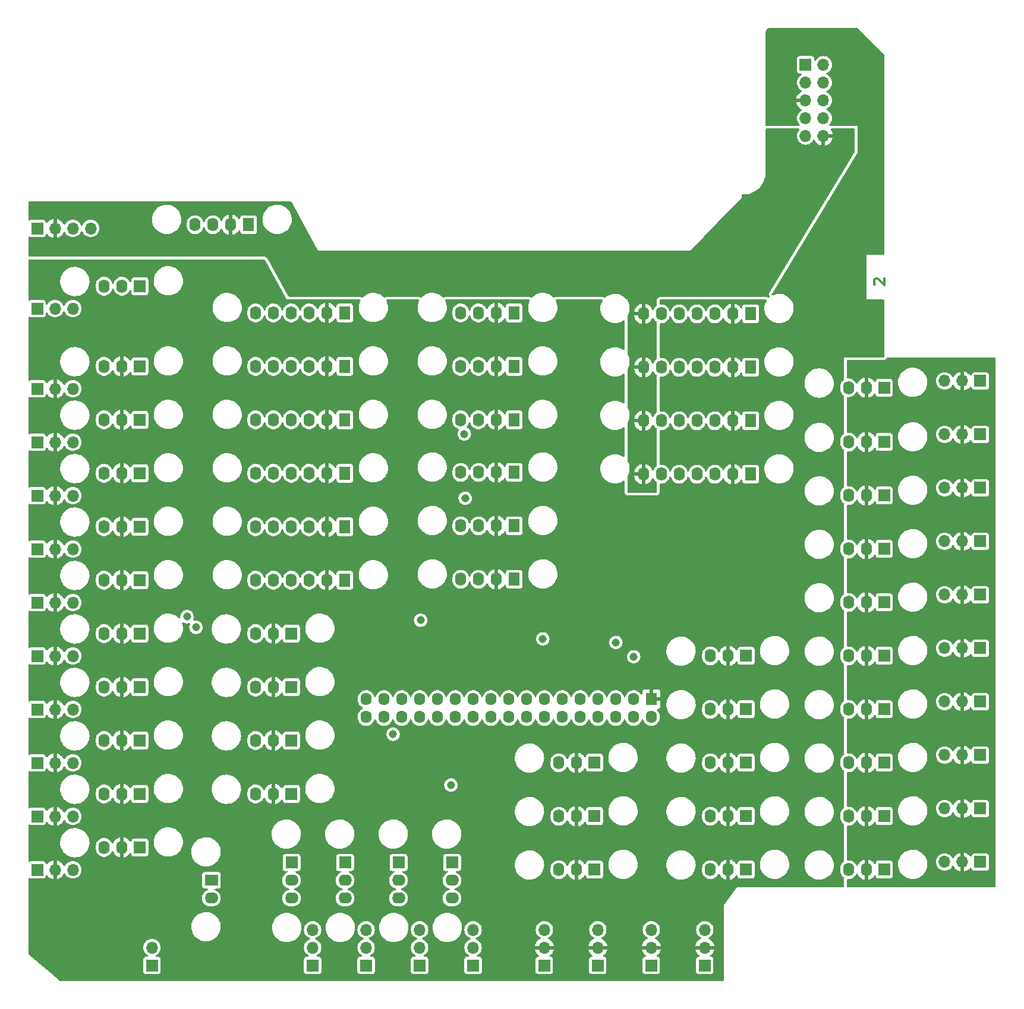
<source format=gbr>
%TF.GenerationSoftware,KiCad,Pcbnew,6.0.8-f2edbf62ab~116~ubuntu20.04.1*%
%TF.CreationDate,2022-12-16T17:31:30-08:00*%
%TF.ProjectId,RRIB2,52524942-322e-46b6-9963-61645f706362,V1.0*%
%TF.SameCoordinates,PX4fefde0PYc90dba0*%
%TF.FileFunction,Copper,L2,Inr*%
%TF.FilePolarity,Positive*%
%FSLAX46Y46*%
G04 Gerber Fmt 4.6, Leading zero omitted, Abs format (unit mm)*
G04 Created by KiCad (PCBNEW 6.0.8-f2edbf62ab~116~ubuntu20.04.1) date 2022-12-16 17:31:30*
%MOMM*%
%LPD*%
G01*
G04 APERTURE LIST*
%ADD10C,0.300000*%
%TA.AperFunction,NonConductor*%
%ADD11C,0.300000*%
%TD*%
%TA.AperFunction,ComponentPad*%
%ADD12R,1.600200X1.905000*%
%TD*%
%TA.AperFunction,ComponentPad*%
%ADD13O,1.600200X1.905000*%
%TD*%
%TA.AperFunction,ComponentPad*%
%ADD14R,1.651000X1.778000*%
%TD*%
%TA.AperFunction,ComponentPad*%
%ADD15R,1.905000X1.600200*%
%TD*%
%TA.AperFunction,ComponentPad*%
%ADD16O,1.905000X1.600200*%
%TD*%
%TA.AperFunction,ComponentPad*%
%ADD17R,1.778000X1.651000*%
%TD*%
%TA.AperFunction,ComponentPad*%
%ADD18R,1.700000X1.700000*%
%TD*%
%TA.AperFunction,ComponentPad*%
%ADD19O,1.700000X1.700000*%
%TD*%
%TA.AperFunction,ComponentPad*%
%ADD20R,1.600200X1.778000*%
%TD*%
%TA.AperFunction,ComponentPad*%
%ADD21O,1.600200X1.778000*%
%TD*%
%TA.AperFunction,ViaPad*%
%ADD22C,1.143000*%
%TD*%
G04 APERTURE END LIST*
D10*
D11*
X121876428Y100536429D02*
X121805000Y100607858D01*
X121733571Y100750715D01*
X121733571Y101107858D01*
X121805000Y101250715D01*
X121876428Y101322143D01*
X122019285Y101393572D01*
X122162142Y101393572D01*
X122376428Y101322143D01*
X123233571Y100465000D01*
X123233571Y101393572D01*
D12*
%TO.N,/GND*%
%TO.C,J79*%
X32639000Y109093000D03*
D13*
%TO.N,/3V3*%
X30099000Y109093000D03*
%TO.N,/SCL*%
X27559000Y109093000D03*
%TO.N,/SDA*%
X25019000Y109093000D03*
%TD*%
D14*
%TO.N,/GND*%
%TO.C,J6*%
X17145000Y50800000D03*
D13*
%TO.N,/5V0*%
X14605000Y50800000D03*
%TO.N,/DIO5*%
X12065000Y50800000D03*
%TD*%
D12*
%TO.N,/GND*%
%TO.C,J81*%
X104140000Y88773000D03*
D13*
%TO.N,/5V0*%
X101600000Y88773000D03*
%TO.N,/SCLK*%
X99060000Y88773000D03*
%TO.N,/MOSI*%
X96520000Y88773000D03*
%TO.N,/MISO*%
X93980000Y88773000D03*
%TO.N,/~{CS1}*%
X91440000Y88773000D03*
%TO.N,/3V3*%
X88900000Y88773000D03*
%TD*%
D14*
%TO.N,/GND*%
%TO.C,J66*%
X123190000Y17145000D03*
D13*
%TO.N,/6V0*%
X120650000Y17145000D03*
%TO.N,/PWM9*%
X118110000Y17145000D03*
%TD*%
D14*
%TO.N,/GND*%
%TO.C,J14*%
X38735000Y27940000D03*
D13*
%TO.N,/5V0*%
X36195000Y27940000D03*
%TO.N,/DIO25*%
X33655000Y27940000D03*
%TD*%
D14*
%TO.N,/GND*%
%TO.C,J47*%
X103505000Y24765000D03*
D13*
%TO.N,/5V0*%
X100965000Y24765000D03*
%TO.N,/AIN6*%
X98425000Y24765000D03*
%TD*%
D12*
%TO.N,/GND*%
%TO.C,J25*%
X70485000Y96520000D03*
D13*
%TO.N,/5V0*%
X67945000Y96520000D03*
%TO.N,/A0*%
X65405000Y96520000D03*
%TO.N,/B0*%
X62865000Y96520000D03*
%TD*%
D14*
%TO.N,/GND*%
%TO.C,J12*%
X38735000Y43180000D03*
D13*
%TO.N,/5V0*%
X36195000Y43180000D03*
%TO.N,/DIO23*%
X33655000Y43180000D03*
%TD*%
D12*
%TO.N,/GND*%
%TO.C,J83*%
X104140000Y73533000D03*
D13*
%TO.N,/5V0*%
X101600000Y73533000D03*
%TO.N,/SCLK*%
X99060000Y73533000D03*
%TO.N,/MOSI*%
X96520000Y73533000D03*
%TO.N,/MISO*%
X93980000Y73533000D03*
%TO.N,/~{CS3}*%
X91440000Y73533000D03*
%TO.N,/3V3*%
X88900000Y73533000D03*
%TD*%
D14*
%TO.N,/GND*%
%TO.C,J42*%
X81915000Y24765000D03*
D13*
%TO.N,/5V0*%
X79375000Y24765000D03*
%TO.N,/AIN1*%
X76835000Y24765000D03*
%TD*%
D15*
%TO.N,/RSL_GND*%
%TO.C,J77*%
X27332000Y15614000D03*
D16*
%TO.N,/RSL*%
X27332000Y13074000D03*
%TD*%
D14*
%TO.N,/GND*%
%TO.C,J60*%
X123190000Y62865000D03*
D13*
%TO.N,/6V0*%
X120650000Y62865000D03*
%TO.N,/PWM3*%
X118110000Y62865000D03*
%TD*%
D12*
%TO.N,/GND*%
%TO.C,J35*%
X46355000Y66040000D03*
D13*
%TO.N,/5V0*%
X43815000Y66040000D03*
%TO.N,/A4*%
X41275000Y66040000D03*
%TO.N,/B4*%
X38735000Y66040000D03*
%TO.N,/DIO4*%
X36195000Y66040000D03*
%TO.N,/AIN4*%
X33655000Y66040000D03*
%TD*%
D14*
%TO.N,/GND*%
%TO.C,J45*%
X103505000Y40005000D03*
D13*
%TO.N,/5V0*%
X100965000Y40005000D03*
%TO.N,/AIN4*%
X98425000Y40005000D03*
%TD*%
D14*
%TO.N,/GND*%
%TO.C,J57*%
X123190000Y85852000D03*
D13*
%TO.N,/6V0*%
X120650000Y85852000D03*
%TO.N,/PWM0*%
X118110000Y85852000D03*
%TD*%
D14*
%TO.N,/GND*%
%TO.C,J58*%
X123190000Y78105000D03*
D13*
%TO.N,/6V0*%
X120650000Y78105000D03*
%TO.N,/PWM1*%
X118110000Y78105000D03*
%TD*%
D12*
%TO.N,/GND*%
%TO.C,J27*%
X70485000Y81280000D03*
D13*
%TO.N,/5V0*%
X67945000Y81280000D03*
%TO.N,/A2*%
X65405000Y81280000D03*
%TO.N,/B2*%
X62865000Y81280000D03*
%TD*%
D12*
%TO.N,/GND*%
%TO.C,J28*%
X70485000Y73787000D03*
D13*
%TO.N,/5V0*%
X67945000Y73787000D03*
%TO.N,/A3*%
X65405000Y73787000D03*
%TO.N,/B3*%
X62865000Y73787000D03*
%TD*%
D12*
%TO.N,/GND*%
%TO.C,J30*%
X70485000Y58547000D03*
D13*
%TO.N,/5V0*%
X67945000Y58547000D03*
%TO.N,/A5*%
X65405000Y58547000D03*
%TO.N,/B5*%
X62865000Y58547000D03*
%TD*%
D17*
%TO.N,/GND*%
%TO.C,J40*%
X61622000Y18154000D03*
D16*
%TO.N,/REV3*%
X61622000Y15614000D03*
%TO.N,/FWD3*%
X61622000Y13074000D03*
%TD*%
D14*
%TO.N,/GND*%
%TO.C,J44*%
X103505000Y47625000D03*
D13*
%TO.N,/5V0*%
X100965000Y47625000D03*
%TO.N,/AIN3*%
X98425000Y47625000D03*
%TD*%
D14*
%TO.N,/GND*%
%TO.C,J10*%
X17145000Y20320000D03*
D13*
%TO.N,/5V0*%
X14605000Y20320000D03*
%TO.N,/DIO9*%
X12065000Y20320000D03*
%TD*%
D14*
%TO.N,/GND*%
%TO.C,J78*%
X17145000Y100330000D03*
D13*
%TO.N,/RXD*%
X14605000Y100330000D03*
%TO.N,/TXD*%
X12065000Y100330000D03*
%TD*%
D14*
%TO.N,/GND*%
%TO.C,J63*%
X123190000Y40005000D03*
D13*
%TO.N,/6V0*%
X120650000Y40005000D03*
%TO.N,/PWM6*%
X118110000Y40005000D03*
%TD*%
D12*
%TO.N,/GND*%
%TO.C,J32*%
X46355000Y88900000D03*
D13*
%TO.N,/5V0*%
X43815000Y88900000D03*
%TO.N,/A1*%
X41275000Y88900000D03*
%TO.N,/B1*%
X38735000Y88900000D03*
%TO.N,/DIO1*%
X36195000Y88900000D03*
%TO.N,/AIN1*%
X33655000Y88900000D03*
%TD*%
D14*
%TO.N,/GND*%
%TO.C,J13*%
X38735000Y35560000D03*
D13*
%TO.N,/5V0*%
X36195000Y35560000D03*
%TO.N,/DIO24*%
X33655000Y35560000D03*
%TD*%
D14*
%TO.N,/GND*%
%TO.C,J61*%
X123190000Y55245000D03*
D13*
%TO.N,/6V0*%
X120650000Y55245000D03*
%TO.N,/PWM4*%
X118110000Y55245000D03*
%TD*%
D14*
%TO.N,/GND*%
%TO.C,J1*%
X17145000Y88900000D03*
D13*
%TO.N,/5V0*%
X14605000Y88900000D03*
%TO.N,/DIO0*%
X12065000Y88900000D03*
%TD*%
D14*
%TO.N,/GND*%
%TO.C,J3*%
X17145000Y73660000D03*
D13*
%TO.N,/5V0*%
X14605000Y73660000D03*
%TO.N,/DIO2*%
X12065000Y73660000D03*
%TD*%
D14*
%TO.N,/GND*%
%TO.C,J41*%
X81915000Y32385000D03*
D13*
%TO.N,/5V0*%
X79375000Y32385000D03*
%TO.N,/AIN0*%
X76835000Y32385000D03*
%TD*%
D17*
%TO.N,/GND*%
%TO.C,J39*%
X54002000Y18154000D03*
D16*
%TO.N,/REV2*%
X54002000Y15614000D03*
%TO.N,/FWD2*%
X54002000Y13074000D03*
%TD*%
D14*
%TO.N,/GND*%
%TO.C,J8*%
X17145000Y35560000D03*
D13*
%TO.N,/5V0*%
X14605000Y35560000D03*
%TO.N,/DIO7*%
X12065000Y35560000D03*
%TD*%
D14*
%TO.N,/GND*%
%TO.C,J43*%
X81915000Y17145000D03*
D13*
%TO.N,/5V0*%
X79375000Y17145000D03*
%TO.N,/AIN2*%
X76835000Y17145000D03*
%TD*%
D12*
%TO.N,/GND*%
%TO.C,J36*%
X46355000Y58420000D03*
D13*
%TO.N,/5V0*%
X43815000Y58420000D03*
%TO.N,/A5*%
X41275000Y58420000D03*
%TO.N,/B5*%
X38735000Y58420000D03*
%TO.N,/DIO5*%
X36195000Y58420000D03*
%TO.N,/AIN5*%
X33655000Y58420000D03*
%TD*%
D12*
%TO.N,/GND*%
%TO.C,J31*%
X46355000Y96520000D03*
D13*
%TO.N,/5V0*%
X43815000Y96520000D03*
%TO.N,/A0*%
X41275000Y96520000D03*
%TO.N,/B0*%
X38735000Y96520000D03*
%TO.N,/DIO0*%
X36195000Y96520000D03*
%TO.N,/AIN0*%
X33655000Y96520000D03*
%TD*%
D12*
%TO.N,/GND*%
%TO.C,J82*%
X104140000Y81153000D03*
D13*
%TO.N,/5V0*%
X101600000Y81153000D03*
%TO.N,/SCLK*%
X99060000Y81153000D03*
%TO.N,/MOSI*%
X96520000Y81153000D03*
%TO.N,/MISO*%
X93980000Y81153000D03*
%TO.N,/~{CS2}*%
X91440000Y81153000D03*
%TO.N,/3V3*%
X88900000Y81153000D03*
%TD*%
D14*
%TO.N,/GND*%
%TO.C,J59*%
X123190000Y70485000D03*
D13*
%TO.N,/6V0*%
X120650000Y70485000D03*
%TO.N,/PWM2*%
X118110000Y70485000D03*
%TD*%
D14*
%TO.N,/GND*%
%TO.C,J62*%
X123190000Y47625000D03*
D13*
%TO.N,/6V0*%
X120650000Y47625000D03*
%TO.N,/PWM5*%
X118110000Y47625000D03*
%TD*%
D14*
%TO.N,/GND*%
%TO.C,J9*%
X17145000Y27940000D03*
D13*
%TO.N,/5V0*%
X14605000Y27940000D03*
%TO.N,/DIO8*%
X12065000Y27940000D03*
%TD*%
D12*
%TO.N,/GND*%
%TO.C,J34*%
X46355000Y73660000D03*
D13*
%TO.N,/5V0*%
X43815000Y73660000D03*
%TO.N,/A3*%
X41275000Y73660000D03*
%TO.N,/B3*%
X38735000Y73660000D03*
%TO.N,/DIO3*%
X36195000Y73660000D03*
%TO.N,/AIN3*%
X33655000Y73660000D03*
%TD*%
D14*
%TO.N,/GND*%
%TO.C,J46*%
X103505000Y32385000D03*
D13*
%TO.N,/5V0*%
X100965000Y32385000D03*
%TO.N,/AIN5*%
X98425000Y32385000D03*
%TD*%
D17*
%TO.N,/GND*%
%TO.C,J37*%
X38762000Y18154000D03*
D16*
%TO.N,/REV0*%
X38762000Y15614000D03*
%TO.N,/FWD0*%
X38762000Y13074000D03*
%TD*%
D14*
%TO.N,/GND*%
%TO.C,J65*%
X123190000Y24765000D03*
D13*
%TO.N,/6V0*%
X120650000Y24765000D03*
%TO.N,/PWM8*%
X118110000Y24765000D03*
%TD*%
D14*
%TO.N,/GND*%
%TO.C,J2*%
X17145000Y81280000D03*
D13*
%TO.N,/5V0*%
X14605000Y81280000D03*
%TO.N,/DIO1*%
X12065000Y81280000D03*
%TD*%
D12*
%TO.N,/GND*%
%TO.C,J80*%
X104140000Y96393000D03*
D13*
%TO.N,/5V0*%
X101600000Y96393000D03*
%TO.N,/SCLK*%
X99060000Y96393000D03*
%TO.N,/MOSI*%
X96520000Y96393000D03*
%TO.N,/MISO*%
X93980000Y96393000D03*
%TO.N,/~{CS0}*%
X91440000Y96393000D03*
%TO.N,/3V3*%
X88900000Y96393000D03*
%TD*%
D14*
%TO.N,/GND*%
%TO.C,J64*%
X123190000Y32385000D03*
D13*
%TO.N,/6V0*%
X120650000Y32385000D03*
%TO.N,/PWM7*%
X118110000Y32385000D03*
%TD*%
D12*
%TO.N,/GND*%
%TO.C,J26*%
X70485000Y88900000D03*
D13*
%TO.N,/5V0*%
X67945000Y88900000D03*
%TO.N,/A1*%
X65405000Y88900000D03*
%TO.N,/B1*%
X62865000Y88900000D03*
%TD*%
D14*
%TO.N,/GND*%
%TO.C,J4*%
X17145000Y66040000D03*
D13*
%TO.N,/5V0*%
X14605000Y66040000D03*
%TO.N,/DIO3*%
X12065000Y66040000D03*
%TD*%
D14*
%TO.N,/GND*%
%TO.C,J11*%
X38735000Y50800000D03*
D13*
%TO.N,/5V0*%
X36195000Y50800000D03*
%TO.N,/DIO22*%
X33655000Y50800000D03*
%TD*%
D14*
%TO.N,/GND*%
%TO.C,J7*%
X17145000Y43180000D03*
D13*
%TO.N,/5V0*%
X14605000Y43180000D03*
%TO.N,/DIO6*%
X12065000Y43180000D03*
%TD*%
D14*
%TO.N,/GND*%
%TO.C,J5*%
X17145000Y58420000D03*
D13*
%TO.N,/5V0*%
X14605000Y58420000D03*
%TO.N,/DIO4*%
X12065000Y58420000D03*
%TD*%
D17*
%TO.N,/GND*%
%TO.C,J38*%
X46382000Y18154000D03*
D16*
%TO.N,/REV1*%
X46382000Y15614000D03*
%TO.N,/FWD1*%
X46382000Y13074000D03*
%TD*%
D12*
%TO.N,/GND*%
%TO.C,J29*%
X70485000Y66167000D03*
D13*
%TO.N,/5V0*%
X67945000Y66167000D03*
%TO.N,/A4*%
X65405000Y66167000D03*
%TO.N,/B4*%
X62865000Y66167000D03*
%TD*%
D14*
%TO.N,/GND*%
%TO.C,J48*%
X103505000Y17145000D03*
D13*
%TO.N,/5V0*%
X100965000Y17145000D03*
%TO.N,/AIN7*%
X98425000Y17145000D03*
%TD*%
D12*
%TO.N,/GND*%
%TO.C,J33*%
X46355000Y81280000D03*
D13*
%TO.N,/5V0*%
X43815000Y81280000D03*
%TO.N,/A2*%
X41275000Y81280000D03*
%TO.N,/B2*%
X38735000Y81280000D03*
%TO.N,/DIO2*%
X36195000Y81280000D03*
%TO.N,/AIN2*%
X33655000Y81280000D03*
%TD*%
D18*
%TO.N,/GND*%
%TO.C,J69*%
X136878060Y71579740D03*
D19*
%TO.N,/6V0*%
X134338060Y71579740D03*
%TO.N,/PWM2*%
X131798060Y71579740D03*
%TD*%
D18*
%TO.N,/GND*%
%TO.C,J52*%
X64622680Y3495040D03*
D19*
%TO.N,/REV3*%
X64622680Y6035040D03*
%TO.N,/FWD3*%
X64622680Y8575040D03*
%TD*%
D18*
%TO.N,/GND*%
%TO.C,J18*%
X2517140Y62842140D03*
D19*
%TO.N,/5V0*%
X5057140Y62842140D03*
%TO.N,/DIO3*%
X7597140Y62842140D03*
%TD*%
D18*
%TO.N,/GND*%
%TO.C,J17*%
X2517140Y70462140D03*
D19*
%TO.N,/5V0*%
X5057140Y70462140D03*
%TO.N,/DIO2*%
X7597140Y70462140D03*
%TD*%
D18*
%TO.N,/GND*%
%TO.C,J19*%
X2517140Y55222140D03*
D19*
%TO.N,/5V0*%
X5057140Y55222140D03*
%TO.N,/DIO4*%
X7597140Y55222140D03*
%TD*%
D18*
%TO.N,/GND*%
%TO.C,J73*%
X136878060Y41099740D03*
D19*
%TO.N,/6V0*%
X134338060Y41099740D03*
%TO.N,/PWM6*%
X131798060Y41099740D03*
%TD*%
D18*
%TO.N,/GND*%
%TO.C,J76*%
X136878060Y18239740D03*
D19*
%TO.N,/6V0*%
X134338060Y18239740D03*
%TO.N,/PWM9*%
X131798060Y18239740D03*
%TD*%
D18*
%TO.N,/GND*%
%TO.C,J23*%
X2517140Y24742140D03*
D19*
%TO.N,/5V0*%
X5057140Y24742140D03*
%TO.N,/DIO8*%
X7597140Y24742140D03*
%TD*%
D18*
%TO.N,/GND*%
%TO.C,J74*%
X136878060Y33479740D03*
D19*
%TO.N,/6V0*%
X134338060Y33479740D03*
%TO.N,/PWM7*%
X131798060Y33479740D03*
%TD*%
D18*
%TO.N,/GND*%
%TO.C,J70*%
X136878060Y63959740D03*
D19*
%TO.N,/6V0*%
X134338060Y63959740D03*
%TO.N,/PWM3*%
X131798060Y63959740D03*
%TD*%
D18*
%TO.N,/GND*%
%TO.C,J56*%
X97629980Y3495040D03*
D19*
%TO.N,/5V0*%
X97629980Y6035040D03*
%TO.N,/AIN3*%
X97629980Y8575040D03*
%TD*%
D18*
%TO.N,/GND*%
%TO.C,J71*%
X136878060Y56339740D03*
D19*
%TO.N,/6V0*%
X134338060Y56339740D03*
%TO.N,/PWM4*%
X131798060Y56339740D03*
%TD*%
D18*
%TO.N,/GND*%
%TO.C,J67*%
X136878060Y86819740D03*
D19*
%TO.N,/6V0*%
X134338060Y86819740D03*
%TO.N,/PWM0*%
X131798060Y86819740D03*
%TD*%
D18*
%TO.N,/GND*%
%TO.C,J55*%
X90009980Y3495040D03*
D19*
%TO.N,/5V0*%
X90009980Y6035040D03*
%TO.N,/AIN2*%
X90009980Y8575040D03*
%TD*%
D18*
%TO.N,/GND*%
%TO.C,J54*%
X82389980Y3495040D03*
D19*
%TO.N,/5V0*%
X82389980Y6035040D03*
%TO.N,/AIN1*%
X82389980Y8575040D03*
%TD*%
D18*
%TO.N,/GND*%
%TO.C,J51*%
X57002680Y3495040D03*
D19*
%TO.N,/REV2*%
X57002680Y6035040D03*
%TO.N,/FWD2*%
X57002680Y8575040D03*
%TD*%
D18*
%TO.N,/GND*%
%TO.C,J68*%
X136878060Y79199740D03*
D19*
%TO.N,/6V0*%
X134338060Y79199740D03*
%TO.N,/PWM1*%
X131798060Y79199740D03*
%TD*%
D20*
%TO.N,/5V0*%
%TO.C,J87*%
X90017600Y41452800D03*
D21*
%TO.N,unconnected-(J87-Pad2)*%
X90017600Y38912800D03*
%TO.N,/AIN4*%
X87477600Y41452800D03*
%TO.N,unconnected-(J87-Pad4)*%
X87477600Y38912800D03*
%TO.N,/AIN5*%
X84937600Y41452800D03*
%TO.N,/GND*%
X84937600Y38912800D03*
%TO.N,/AIN6*%
X82397600Y41452800D03*
%TO.N,/GND*%
X82397600Y38912800D03*
%TO.N,/AIN7*%
X79857600Y41452800D03*
%TO.N,unconnected-(J87-Pad10)*%
X79857600Y38912800D03*
%TO.N,/B0*%
X77317600Y41452800D03*
%TO.N,/GND*%
X77317600Y38912800D03*
%TO.N,/A0*%
X74777600Y41452800D03*
%TO.N,unconnected-(J87-Pad14)*%
X74777600Y38912800D03*
%TO.N,/B1*%
X72237600Y41452800D03*
%TO.N,/GND*%
X72237600Y38912800D03*
%TO.N,/A1*%
X69697600Y41452800D03*
%TO.N,/A5*%
X69697600Y38912800D03*
%TO.N,/B2*%
X67157600Y41452800D03*
%TO.N,/GND*%
X67157600Y38912800D03*
%TO.N,/A2*%
X64617600Y41452800D03*
%TO.N,/DIO22*%
X64617600Y38912800D03*
%TO.N,/B3*%
X62077600Y41452800D03*
%TO.N,/GND*%
X62077600Y38912800D03*
%TO.N,/A3*%
X59537600Y41452800D03*
%TO.N,/DIO23*%
X59537600Y38912800D03*
%TO.N,/B4*%
X56997600Y41452800D03*
%TO.N,/GND*%
X56997600Y38912800D03*
%TO.N,/A4*%
X54457600Y41452800D03*
%TO.N,/GND*%
X54457600Y38912800D03*
%TO.N,/B5*%
X51917600Y41452800D03*
%TO.N,/DIO24*%
X51917600Y38912800D03*
%TO.N,unconnected-(J87-Pad33)*%
X49377600Y41452800D03*
%TO.N,/DIO25*%
X49377600Y38912800D03*
%TD*%
D18*
%TO.N,/GND*%
%TO.C,J15*%
X2517140Y85702140D03*
D19*
%TO.N,/5V0*%
X5057140Y85702140D03*
%TO.N,/DIO0*%
X7597140Y85702140D03*
%TD*%
D18*
%TO.N,/GND*%
%TO.C,J85*%
X2517140Y97132140D03*
D19*
%TO.N,/RXD*%
X5057140Y97132140D03*
%TO.N,/TXD*%
X7597140Y97132140D03*
%TD*%
D18*
%TO.N,/GND*%
%TO.C,J53*%
X74769980Y3495040D03*
D19*
%TO.N,/5V0*%
X74769980Y6035040D03*
%TO.N,/AIN0*%
X74769980Y8575040D03*
%TD*%
D18*
%TO.N,/GND*%
%TO.C,J20*%
X2517140Y47602140D03*
D19*
%TO.N,/5V0*%
X5057140Y47602140D03*
%TO.N,/DIO5*%
X7597140Y47602140D03*
%TD*%
D18*
%TO.N,/GND*%
%TO.C,J75*%
X136878060Y25859740D03*
D19*
%TO.N,/6V0*%
X134338060Y25859740D03*
%TO.N,/PWM8*%
X131798060Y25859740D03*
%TD*%
D18*
%TO.N,/GND*%
%TO.C,J86*%
X2517140Y108562140D03*
D19*
%TO.N,/3V3*%
X5057140Y108562140D03*
%TO.N,/SCL*%
X7597140Y108562140D03*
%TO.N,/SDA*%
X10137140Y108562140D03*
%TD*%
D18*
%TO.N,/RSL_GND*%
%TO.C,J84*%
X18879820Y3495040D03*
D19*
%TO.N,/RSL*%
X18879820Y6035040D03*
%TD*%
D18*
%TO.N,/GND*%
%TO.C,J21*%
X2517140Y39982140D03*
D19*
%TO.N,/5V0*%
X5057140Y39982140D03*
%TO.N,/DIO6*%
X7597140Y39982140D03*
%TD*%
D18*
%TO.N,/GND*%
%TO.C,J50*%
X49382680Y3495040D03*
D19*
%TO.N,/REV1*%
X49382680Y6035040D03*
%TO.N,/FWD1*%
X49382680Y8575040D03*
%TD*%
D18*
%TO.N,/GND*%
%TO.C,J24*%
X2517140Y17122140D03*
D19*
%TO.N,/5V0*%
X5057140Y17122140D03*
%TO.N,/DIO9*%
X7597140Y17122140D03*
%TD*%
D18*
%TO.N,/GND*%
%TO.C,J16*%
X2517140Y78082140D03*
D19*
%TO.N,/5V0*%
X5057140Y78082140D03*
%TO.N,/DIO1*%
X7597140Y78082140D03*
%TD*%
D18*
%TO.N,/~{CS0}*%
%TO.C,J88*%
X111988600Y131889500D03*
D19*
%TO.N,/GND*%
X114528600Y131889500D03*
%TO.N,/~{CS1}*%
X111988600Y129349500D03*
%TO.N,/SCLK*%
X114528600Y129349500D03*
%TO.N,/5V0*%
X111988600Y126809500D03*
%TO.N,/MOSI*%
X114528600Y126809500D03*
%TO.N,/~{CS2}*%
X111988600Y124269500D03*
%TO.N,/MISO*%
X114528600Y124269500D03*
%TO.N,/~{CS3}*%
X111988600Y121729500D03*
%TO.N,/3V3*%
X114528600Y121729500D03*
%TD*%
D18*
%TO.N,/GND*%
%TO.C,J49*%
X41762680Y3495040D03*
D19*
%TO.N,/REV0*%
X41762680Y6035040D03*
%TO.N,/FWD0*%
X41762680Y8575040D03*
%TD*%
D18*
%TO.N,/GND*%
%TO.C,J72*%
X136878060Y48719740D03*
D19*
%TO.N,/6V0*%
X134338060Y48719740D03*
%TO.N,/PWM5*%
X131798060Y48719740D03*
%TD*%
D18*
%TO.N,/GND*%
%TO.C,J22*%
X2517140Y32362140D03*
D19*
%TO.N,/5V0*%
X5057140Y32362140D03*
%TO.N,/DIO7*%
X7597140Y32362140D03*
%TD*%
D22*
%TO.N,/DIO25*%
X53213000Y36449000D03*
%TO.N,/A1*%
X74549000Y50038000D03*
%TO.N,/A2*%
X63373000Y79248000D03*
%TO.N,/A3*%
X63500000Y70104000D03*
%TO.N,/B4*%
X57150000Y52705000D03*
%TO.N,/AIN0*%
X23876000Y53213000D03*
%TO.N,/AIN1*%
X25146000Y51689000D03*
X61468000Y29210000D03*
%TO.N,/AIN4*%
X87503000Y47498000D03*
%TO.N,/AIN5*%
X84963000Y49530000D03*
%TD*%
%TA.AperFunction,Conductor*%
%TO.N,/3V3*%
G36*
X90805000Y97614265D02*
G01*
X90784998Y97546144D01*
X90751013Y97513320D01*
X90752134Y97511777D01*
X90747464Y97508385D01*
X90742498Y97505430D01*
X90738158Y97501624D01*
X90738154Y97501621D01*
X90721302Y97486842D01*
X90579226Y97362244D01*
X90575651Y97357709D01*
X90575650Y97357708D01*
X90542031Y97315063D01*
X90444782Y97191702D01*
X90442093Y97186591D01*
X90442091Y97186588D01*
X90349542Y97010682D01*
X90300122Y96959710D01*
X90230990Y96943547D01*
X90164094Y96967326D01*
X90123840Y97016099D01*
X90039501Y97196962D01*
X90034020Y97206453D01*
X89909050Y97384930D01*
X89901996Y97393337D01*
X89747939Y97547394D01*
X89739531Y97554450D01*
X89561058Y97679418D01*
X89551562Y97684901D01*
X89354088Y97776985D01*
X89343796Y97780731D01*
X89171497Y97826898D01*
X89157401Y97826562D01*
X89154000Y97818620D01*
X89154000Y94972529D01*
X89157973Y94958998D01*
X89166522Y94957769D01*
X89343796Y95005269D01*
X89354088Y95009015D01*
X89551567Y95101102D01*
X89561053Y95106580D01*
X89739530Y95231550D01*
X89747937Y95238604D01*
X89901996Y95392663D01*
X89909050Y95401070D01*
X90034020Y95579547D01*
X90039498Y95589033D01*
X90124957Y95772299D01*
X90171875Y95825584D01*
X90240152Y95845045D01*
X90308112Y95824503D01*
X90352158Y95774777D01*
X90428204Y95620571D01*
X90431658Y95615945D01*
X90431659Y95615944D01*
X90544031Y95465459D01*
X90558138Y95446568D01*
X90717606Y95299158D01*
X90746236Y95281094D01*
X90793173Y95227829D01*
X90805000Y95174533D01*
X90805000Y89994265D01*
X90784998Y89926144D01*
X90751013Y89893320D01*
X90752134Y89891777D01*
X90747464Y89888385D01*
X90742498Y89885430D01*
X90738158Y89881624D01*
X90738154Y89881621D01*
X90721302Y89866842D01*
X90579226Y89742244D01*
X90575651Y89737709D01*
X90575650Y89737708D01*
X90542031Y89695063D01*
X90444782Y89571702D01*
X90442093Y89566591D01*
X90442091Y89566588D01*
X90349542Y89390682D01*
X90300122Y89339710D01*
X90230990Y89323547D01*
X90164094Y89347326D01*
X90123840Y89396099D01*
X90039501Y89576962D01*
X90034020Y89586453D01*
X89909050Y89764930D01*
X89901996Y89773337D01*
X89747939Y89927394D01*
X89739531Y89934450D01*
X89561058Y90059418D01*
X89551562Y90064901D01*
X89354088Y90156985D01*
X89343796Y90160731D01*
X89171497Y90206898D01*
X89157401Y90206562D01*
X89154000Y90198620D01*
X89154000Y87352529D01*
X89157973Y87338998D01*
X89166522Y87337769D01*
X89343796Y87385269D01*
X89354088Y87389015D01*
X89551567Y87481102D01*
X89561053Y87486580D01*
X89739530Y87611550D01*
X89747937Y87618604D01*
X89901996Y87772663D01*
X89909050Y87781070D01*
X90034020Y87959547D01*
X90039498Y87969033D01*
X90124957Y88152299D01*
X90171875Y88205584D01*
X90240152Y88225045D01*
X90308112Y88204503D01*
X90352158Y88154777D01*
X90428204Y88000571D01*
X90431658Y87995945D01*
X90431659Y87995944D01*
X90544031Y87845459D01*
X90558138Y87826568D01*
X90717606Y87679158D01*
X90746236Y87661094D01*
X90793173Y87607829D01*
X90805000Y87554533D01*
X90805000Y82374265D01*
X90784998Y82306144D01*
X90751013Y82273320D01*
X90752134Y82271777D01*
X90747464Y82268385D01*
X90742498Y82265430D01*
X90738158Y82261624D01*
X90738154Y82261621D01*
X90721302Y82246842D01*
X90579226Y82122244D01*
X90575651Y82117709D01*
X90575650Y82117708D01*
X90542031Y82075063D01*
X90444782Y81951702D01*
X90442093Y81946591D01*
X90442091Y81946588D01*
X90349542Y81770682D01*
X90300122Y81719710D01*
X90230990Y81703547D01*
X90164094Y81727326D01*
X90123840Y81776099D01*
X90039501Y81956962D01*
X90034020Y81966453D01*
X89909050Y82144930D01*
X89901996Y82153337D01*
X89747939Y82307394D01*
X89739531Y82314450D01*
X89561058Y82439418D01*
X89551562Y82444901D01*
X89354088Y82536985D01*
X89343796Y82540731D01*
X89171497Y82586898D01*
X89157401Y82586562D01*
X89154000Y82578620D01*
X89154000Y79732529D01*
X89157973Y79718998D01*
X89166522Y79717769D01*
X89343796Y79765269D01*
X89354088Y79769015D01*
X89551567Y79861102D01*
X89561053Y79866580D01*
X89739530Y79991550D01*
X89747937Y79998604D01*
X89901996Y80152663D01*
X89909050Y80161070D01*
X90034020Y80339547D01*
X90039498Y80349033D01*
X90124957Y80532299D01*
X90171875Y80585584D01*
X90240152Y80605045D01*
X90308112Y80584503D01*
X90352158Y80534777D01*
X90428204Y80380571D01*
X90431658Y80375945D01*
X90431659Y80375944D01*
X90544031Y80225459D01*
X90558138Y80206568D01*
X90717606Y80059158D01*
X90746236Y80041094D01*
X90793173Y79987829D01*
X90805000Y79934533D01*
X90805000Y74754265D01*
X90784998Y74686144D01*
X90751013Y74653320D01*
X90752134Y74651777D01*
X90747464Y74648385D01*
X90742498Y74645430D01*
X90738158Y74641624D01*
X90738154Y74641621D01*
X90721302Y74626842D01*
X90579226Y74502244D01*
X90575651Y74497709D01*
X90575650Y74497708D01*
X90542031Y74455063D01*
X90444782Y74331702D01*
X90442093Y74326591D01*
X90442091Y74326588D01*
X90349542Y74150682D01*
X90300122Y74099710D01*
X90230990Y74083547D01*
X90164094Y74107326D01*
X90123840Y74156099D01*
X90039501Y74336962D01*
X90034020Y74346453D01*
X89909050Y74524930D01*
X89901996Y74533337D01*
X89747939Y74687394D01*
X89739531Y74694450D01*
X89561058Y74819418D01*
X89551562Y74824901D01*
X89354088Y74916985D01*
X89343796Y74920731D01*
X89171497Y74966898D01*
X89157401Y74966562D01*
X89154000Y74958620D01*
X89154000Y72112529D01*
X89157973Y72098998D01*
X89166522Y72097769D01*
X89343796Y72145269D01*
X89354088Y72149015D01*
X89551567Y72241102D01*
X89561053Y72246580D01*
X89739530Y72371550D01*
X89747937Y72378604D01*
X89901996Y72532663D01*
X89909050Y72541070D01*
X90034020Y72719547D01*
X90039498Y72729033D01*
X90124957Y72912299D01*
X90171875Y72965584D01*
X90240152Y72985045D01*
X90308112Y72964503D01*
X90352158Y72914777D01*
X90428204Y72760571D01*
X90431658Y72755945D01*
X90431659Y72755944D01*
X90544031Y72605459D01*
X90558138Y72586568D01*
X90717606Y72439158D01*
X90746236Y72421094D01*
X90793173Y72367829D01*
X90805000Y72314533D01*
X90805000Y70992000D01*
X90784998Y70923879D01*
X90731342Y70877386D01*
X90679000Y70866000D01*
X86740000Y70866000D01*
X86671879Y70886002D01*
X86625386Y70939658D01*
X86614000Y70992000D01*
X86614000Y73174226D01*
X86630881Y73237226D01*
X86645605Y73262728D01*
X87597216Y73262728D01*
X87606373Y73158063D01*
X87608276Y73147268D01*
X87664669Y72936804D01*
X87668415Y72926512D01*
X87760502Y72729033D01*
X87765980Y72719547D01*
X87890950Y72541070D01*
X87898004Y72532663D01*
X88052061Y72378606D01*
X88060469Y72371550D01*
X88238942Y72246582D01*
X88248438Y72241099D01*
X88445912Y72149015D01*
X88456204Y72145269D01*
X88628503Y72099102D01*
X88642599Y72099438D01*
X88646000Y72107380D01*
X88646000Y73260885D01*
X88641525Y73276124D01*
X88640135Y73277329D01*
X88632452Y73279000D01*
X87613907Y73279000D01*
X87599278Y73274705D01*
X87597216Y73262728D01*
X86645605Y73262728D01*
X86655000Y73279000D01*
X86713030Y73379511D01*
X86714680Y73383595D01*
X86714683Y73383601D01*
X86820525Y73645572D01*
X86822174Y73649653D01*
X86860918Y73805046D01*
X87597371Y73805046D01*
X87600375Y73790099D01*
X87612125Y73787000D01*
X88627885Y73787000D01*
X88643124Y73791475D01*
X88644329Y73792865D01*
X88646000Y73800548D01*
X88646000Y74953471D01*
X88642027Y74967002D01*
X88633478Y74968231D01*
X88456204Y74920731D01*
X88445912Y74916985D01*
X88248433Y74824898D01*
X88238947Y74819420D01*
X88060470Y74694450D01*
X88052063Y74687396D01*
X87898004Y74533337D01*
X87890950Y74524930D01*
X87765980Y74346453D01*
X87760502Y74336967D01*
X87668415Y74139488D01*
X87664669Y74129196D01*
X87608276Y73918732D01*
X87606373Y73907937D01*
X87597371Y73805046D01*
X86860918Y73805046D01*
X86892660Y73932355D01*
X86914431Y74139488D01*
X86922656Y74217747D01*
X86922656Y74217750D01*
X86923115Y74222116D01*
X86919467Y74326588D01*
X86913101Y74508899D01*
X86913100Y74508906D01*
X86912947Y74513296D01*
X86862353Y74800227D01*
X86860998Y74804398D01*
X86860996Y74804405D01*
X86773680Y75073135D01*
X86772319Y75077324D01*
X86644596Y75339193D01*
X86635542Y75352616D01*
X86614000Y75423075D01*
X86614000Y80794226D01*
X86630881Y80857226D01*
X86645605Y80882728D01*
X87597216Y80882728D01*
X87606373Y80778063D01*
X87608276Y80767268D01*
X87664669Y80556804D01*
X87668415Y80546512D01*
X87760502Y80349033D01*
X87765980Y80339547D01*
X87890950Y80161070D01*
X87898004Y80152663D01*
X88052061Y79998606D01*
X88060469Y79991550D01*
X88238942Y79866582D01*
X88248438Y79861099D01*
X88445912Y79769015D01*
X88456204Y79765269D01*
X88628503Y79719102D01*
X88642599Y79719438D01*
X88646000Y79727380D01*
X88646000Y80880885D01*
X88641525Y80896124D01*
X88640135Y80897329D01*
X88632452Y80899000D01*
X87613907Y80899000D01*
X87599278Y80894705D01*
X87597216Y80882728D01*
X86645605Y80882728D01*
X86655000Y80899000D01*
X86713030Y80999511D01*
X86714680Y81003595D01*
X86714683Y81003601D01*
X86820525Y81265572D01*
X86822174Y81269653D01*
X86860918Y81425046D01*
X87597371Y81425046D01*
X87600375Y81410099D01*
X87612125Y81407000D01*
X88627885Y81407000D01*
X88643124Y81411475D01*
X88644329Y81412865D01*
X88646000Y81420548D01*
X88646000Y82573471D01*
X88642027Y82587002D01*
X88633478Y82588231D01*
X88456204Y82540731D01*
X88445912Y82536985D01*
X88248433Y82444898D01*
X88238947Y82439420D01*
X88060470Y82314450D01*
X88052063Y82307396D01*
X87898004Y82153337D01*
X87890950Y82144930D01*
X87765980Y81966453D01*
X87760502Y81956967D01*
X87668415Y81759488D01*
X87664669Y81749196D01*
X87608276Y81538732D01*
X87606373Y81527937D01*
X87597371Y81425046D01*
X86860918Y81425046D01*
X86892660Y81552355D01*
X86914431Y81759488D01*
X86922656Y81837747D01*
X86922656Y81837750D01*
X86923115Y81842116D01*
X86919467Y81946588D01*
X86913101Y82128899D01*
X86913100Y82128906D01*
X86912947Y82133296D01*
X86862353Y82420227D01*
X86860998Y82424398D01*
X86860996Y82424405D01*
X86773680Y82693135D01*
X86772319Y82697324D01*
X86644596Y82959193D01*
X86635542Y82972616D01*
X86614000Y83043075D01*
X86614000Y88414226D01*
X86630881Y88477226D01*
X86645605Y88502728D01*
X87597216Y88502728D01*
X87606373Y88398063D01*
X87608276Y88387268D01*
X87664669Y88176804D01*
X87668415Y88166512D01*
X87760502Y87969033D01*
X87765980Y87959547D01*
X87890950Y87781070D01*
X87898004Y87772663D01*
X88052061Y87618606D01*
X88060469Y87611550D01*
X88238942Y87486582D01*
X88248438Y87481099D01*
X88445912Y87389015D01*
X88456204Y87385269D01*
X88628503Y87339102D01*
X88642599Y87339438D01*
X88646000Y87347380D01*
X88646000Y88500885D01*
X88641525Y88516124D01*
X88640135Y88517329D01*
X88632452Y88519000D01*
X87613907Y88519000D01*
X87599278Y88514705D01*
X87597216Y88502728D01*
X86645605Y88502728D01*
X86655000Y88519000D01*
X86713030Y88619511D01*
X86714680Y88623595D01*
X86714683Y88623601D01*
X86820525Y88885572D01*
X86822174Y88889653D01*
X86860918Y89045046D01*
X87597371Y89045046D01*
X87600375Y89030099D01*
X87612125Y89027000D01*
X88627885Y89027000D01*
X88643124Y89031475D01*
X88644329Y89032865D01*
X88646000Y89040548D01*
X88646000Y90193471D01*
X88642027Y90207002D01*
X88633478Y90208231D01*
X88456204Y90160731D01*
X88445912Y90156985D01*
X88248433Y90064898D01*
X88238947Y90059420D01*
X88060470Y89934450D01*
X88052063Y89927396D01*
X87898004Y89773337D01*
X87890950Y89764930D01*
X87765980Y89586453D01*
X87760502Y89576967D01*
X87668415Y89379488D01*
X87664669Y89369196D01*
X87608276Y89158732D01*
X87606373Y89147937D01*
X87597371Y89045046D01*
X86860918Y89045046D01*
X86892660Y89172355D01*
X86914431Y89379488D01*
X86922656Y89457747D01*
X86922656Y89457750D01*
X86923115Y89462116D01*
X86919467Y89566588D01*
X86913101Y89748899D01*
X86913100Y89748906D01*
X86912947Y89753296D01*
X86862353Y90040227D01*
X86860998Y90044398D01*
X86860996Y90044405D01*
X86773680Y90313135D01*
X86772319Y90317324D01*
X86644596Y90579193D01*
X86635542Y90592616D01*
X86614000Y90663075D01*
X86614000Y96034226D01*
X86630881Y96097226D01*
X86645605Y96122728D01*
X87597216Y96122728D01*
X87606373Y96018063D01*
X87608276Y96007268D01*
X87664669Y95796804D01*
X87668415Y95786512D01*
X87760502Y95589033D01*
X87765980Y95579547D01*
X87890950Y95401070D01*
X87898004Y95392663D01*
X88052061Y95238606D01*
X88060469Y95231550D01*
X88238942Y95106582D01*
X88248438Y95101099D01*
X88445912Y95009015D01*
X88456204Y95005269D01*
X88628503Y94959102D01*
X88642599Y94959438D01*
X88646000Y94967380D01*
X88646000Y96120885D01*
X88641525Y96136124D01*
X88640135Y96137329D01*
X88632452Y96139000D01*
X87613907Y96139000D01*
X87599278Y96134705D01*
X87597216Y96122728D01*
X86645605Y96122728D01*
X86655000Y96139000D01*
X86713030Y96239511D01*
X86714680Y96243595D01*
X86714683Y96243601D01*
X86820525Y96505572D01*
X86822174Y96509653D01*
X86860918Y96665046D01*
X87597371Y96665046D01*
X87600375Y96650099D01*
X87612125Y96647000D01*
X88627885Y96647000D01*
X88643124Y96651475D01*
X88644329Y96652865D01*
X88646000Y96660548D01*
X88646000Y97813471D01*
X88642027Y97827002D01*
X88633478Y97828231D01*
X88456204Y97780731D01*
X88445912Y97776985D01*
X88248433Y97684898D01*
X88238947Y97679420D01*
X88060470Y97554450D01*
X88052063Y97547396D01*
X87898004Y97393337D01*
X87890950Y97384930D01*
X87765980Y97206453D01*
X87760502Y97196967D01*
X87668415Y96999488D01*
X87664669Y96989196D01*
X87608276Y96778732D01*
X87606373Y96767937D01*
X87597371Y96665046D01*
X86860918Y96665046D01*
X86892660Y96792355D01*
X86914431Y96999488D01*
X86922656Y97077747D01*
X86922656Y97077750D01*
X86923115Y97082116D01*
X86919467Y97186588D01*
X86913101Y97368899D01*
X86913100Y97368906D01*
X86912947Y97373296D01*
X86862353Y97660227D01*
X86860998Y97664398D01*
X86860996Y97664405D01*
X86773680Y97933135D01*
X86772319Y97937324D01*
X86644596Y98199193D01*
X86635542Y98212616D01*
X86614000Y98283075D01*
X86614000Y100584000D01*
X90805000Y100584000D01*
X90805000Y97614265D01*
G37*
%TD.AperFunction*%
%TD*%
%TA.AperFunction,Conductor*%
%TO.N,/3V3*%
G36*
X111084927Y122783498D02*
G01*
X111131420Y122729842D01*
X111141524Y122659568D01*
X111112030Y122594988D01*
X111105901Y122588405D01*
X111041613Y122524117D01*
X111038456Y122519609D01*
X111038454Y122519606D01*
X110932779Y122368686D01*
X110918016Y122347602D01*
X110915693Y122342620D01*
X110915690Y122342615D01*
X110832226Y122163625D01*
X110826948Y122152307D01*
X110771177Y121944165D01*
X110752396Y121729500D01*
X110771177Y121514835D01*
X110772601Y121509522D01*
X110772601Y121509520D01*
X110792143Y121436590D01*
X110826948Y121306693D01*
X110829270Y121301713D01*
X110829271Y121301711D01*
X110915690Y121116385D01*
X110915693Y121116380D01*
X110918016Y121111398D01*
X110921172Y121106891D01*
X110921173Y121106889D01*
X110979577Y121023480D01*
X111041613Y120934883D01*
X111193983Y120782513D01*
X111198491Y120779356D01*
X111198494Y120779354D01*
X111332235Y120685708D01*
X111370498Y120658916D01*
X111375480Y120656593D01*
X111375485Y120656590D01*
X111560811Y120570171D01*
X111565793Y120567848D01*
X111571101Y120566426D01*
X111571103Y120566425D01*
X111768620Y120513501D01*
X111768622Y120513501D01*
X111773935Y120512077D01*
X111988600Y120493296D01*
X112203265Y120512077D01*
X112208578Y120513501D01*
X112208580Y120513501D01*
X112406097Y120566425D01*
X112406099Y120566426D01*
X112411407Y120567848D01*
X112416389Y120570171D01*
X112601715Y120656590D01*
X112601720Y120656593D01*
X112606702Y120658916D01*
X112644965Y120685708D01*
X112778706Y120779354D01*
X112778709Y120779356D01*
X112783217Y120782513D01*
X112935587Y120934883D01*
X112997624Y121023480D01*
X113056027Y121106889D01*
X113056028Y121106891D01*
X113059184Y121111398D01*
X113061507Y121116380D01*
X113061510Y121116385D01*
X113073121Y121141286D01*
X113120038Y121194571D01*
X113188316Y121214032D01*
X113256275Y121193490D01*
X113304059Y121135439D01*
X113310368Y121119901D01*
X113315013Y121110706D01*
X113426294Y120929112D01*
X113432377Y120920801D01*
X113571813Y120759833D01*
X113579180Y120752617D01*
X113743034Y120616584D01*
X113751481Y120610669D01*
X113935356Y120503221D01*
X113944642Y120498771D01*
X114143601Y120422797D01*
X114153499Y120419921D01*
X114256850Y120398894D01*
X114270899Y120400090D01*
X114274600Y120410435D01*
X114274600Y120410983D01*
X114782600Y120410983D01*
X114786664Y120397141D01*
X114800078Y120395107D01*
X114806784Y120395966D01*
X114816862Y120398108D01*
X115020855Y120459309D01*
X115030442Y120463067D01*
X115221695Y120556761D01*
X115230545Y120562036D01*
X115403928Y120685708D01*
X115411800Y120692361D01*
X115562652Y120842688D01*
X115569330Y120850535D01*
X115693603Y121023480D01*
X115698913Y121032317D01*
X115793270Y121223233D01*
X115797069Y121232828D01*
X115858977Y121436590D01*
X115861155Y121446663D01*
X115862586Y121457538D01*
X115860375Y121471722D01*
X115847217Y121475500D01*
X114800715Y121475500D01*
X114785476Y121471025D01*
X114784271Y121469635D01*
X114782600Y121461952D01*
X114782600Y120410983D01*
X114274600Y120410983D01*
X114274600Y121857500D01*
X114294602Y121925621D01*
X114348258Y121972114D01*
X114400600Y121983500D01*
X115846944Y121983500D01*
X115860475Y121987473D01*
X115861780Y121996553D01*
X115819814Y122163625D01*
X115816494Y122173376D01*
X115731572Y122368686D01*
X115726705Y122377761D01*
X115611026Y122556574D01*
X115604736Y122564743D01*
X115579296Y122592701D01*
X115548244Y122656547D01*
X115556640Y122727045D01*
X115601817Y122781814D01*
X115672490Y122803500D01*
X118867500Y122803500D01*
X118935621Y122783498D01*
X118982114Y122729842D01*
X118993500Y122677500D01*
X118993500Y119523182D01*
X118975255Y119457876D01*
X107276881Y100155559D01*
X106836336Y99428660D01*
X106808676Y99373523D01*
X106793616Y99336368D01*
X106779355Y99294427D01*
X106778618Y99287438D01*
X106768326Y99189836D01*
X106766012Y99167897D01*
X106770289Y99097030D01*
X106786938Y99005808D01*
X106844120Y98892150D01*
X106847195Y98887945D01*
X106849914Y98883499D01*
X106848236Y98882473D01*
X106869437Y98823677D01*
X106853589Y98754472D01*
X106831193Y98725423D01*
X106803752Y98698924D01*
X106740855Y98665993D01*
X106670139Y98672293D01*
X106631588Y98696222D01*
X106621122Y98705712D01*
X106604932Y98720393D01*
X106596826Y98724318D01*
X106596823Y98724320D01*
X106495111Y98773570D01*
X106495112Y98773570D01*
X106490419Y98775842D01*
X106422298Y98795844D01*
X106417842Y98796485D01*
X106417836Y98796486D01*
X106358502Y98805017D01*
X106313409Y98811500D01*
X91317500Y98811500D01*
X91314154Y98811140D01*
X91314149Y98811140D01*
X91238710Y98803030D01*
X91238704Y98803029D01*
X91235346Y98802668D01*
X91232046Y98801950D01*
X91232045Y98801950D01*
X91185586Y98791844D01*
X91185579Y98791842D01*
X91183004Y98791282D01*
X91120613Y98772067D01*
X91087345Y98751732D01*
X91016506Y98708433D01*
X91016503Y98708431D01*
X91012055Y98705712D01*
X90958399Y98659219D01*
X90896107Y98590523D01*
X90892180Y98582413D01*
X90850380Y98496088D01*
X90805000Y98446043D01*
X90805000Y100584000D01*
X86614000Y100584000D01*
X86614000Y98425000D01*
X86551942Y98425000D01*
X86483821Y98445002D01*
X86458306Y98466690D01*
X86289668Y98653983D01*
X86289657Y98653993D01*
X86286716Y98657260D01*
X86147131Y98774386D01*
X86066894Y98841713D01*
X86066889Y98841717D01*
X86063523Y98844541D01*
X85816438Y98998936D01*
X85596116Y99097030D01*
X85554284Y99115655D01*
X85554282Y99115656D01*
X85550270Y99117442D01*
X85356248Y99173077D01*
X85274427Y99196539D01*
X85274426Y99196539D01*
X85270200Y99197751D01*
X85265850Y99198362D01*
X85265847Y99198363D01*
X85159181Y99213354D01*
X84981679Y99238300D01*
X84763252Y99238300D01*
X84761066Y99238147D01*
X84761062Y99238147D01*
X84549738Y99223370D01*
X84549733Y99223369D01*
X84545353Y99223063D01*
X84260363Y99162486D01*
X84256234Y99160983D01*
X84256230Y99160982D01*
X83990710Y99064341D01*
X83990706Y99064339D01*
X83986576Y99062836D01*
X83729323Y98926053D01*
X83725761Y98923465D01*
X83511723Y98767956D01*
X83493611Y98754797D01*
X83490444Y98751739D01*
X83490436Y98751732D01*
X83435752Y98698925D01*
X83372855Y98665993D01*
X83302139Y98672293D01*
X83263588Y98696222D01*
X83253122Y98705712D01*
X83236932Y98720393D01*
X83228826Y98724318D01*
X83228823Y98724320D01*
X83127111Y98773570D01*
X83127112Y98773570D01*
X83122419Y98775842D01*
X83054298Y98795844D01*
X83049842Y98796485D01*
X83049836Y98796486D01*
X82990502Y98805017D01*
X82945409Y98811500D01*
X76511047Y98811500D01*
X76468804Y98808209D01*
X76453641Y98807028D01*
X76453638Y98807028D01*
X76451191Y98806837D01*
X76424596Y98802668D01*
X76414337Y98801060D01*
X76414330Y98801059D01*
X76412635Y98800793D01*
X76398647Y98797801D01*
X76377731Y98793328D01*
X76377729Y98793327D01*
X76370929Y98791873D01*
X76364617Y98788968D01*
X76364612Y98788967D01*
X76318949Y98767956D01*
X76255346Y98738691D01*
X76215870Y98711881D01*
X76213078Y98709985D01*
X76145487Y98688261D01*
X76076881Y98706527D01*
X76048654Y98729908D01*
X76010695Y98772067D01*
X76002660Y98780991D01*
X76002655Y98780995D01*
X75999716Y98784260D01*
X75882670Y98882473D01*
X75779894Y98968713D01*
X75779889Y98968717D01*
X75776523Y98971541D01*
X75529438Y99125936D01*
X75342614Y99209116D01*
X75267284Y99242655D01*
X75267282Y99242656D01*
X75263270Y99244442D01*
X74983200Y99324751D01*
X74978850Y99325362D01*
X74978847Y99325363D01*
X74872181Y99340354D01*
X74694679Y99365300D01*
X74476252Y99365300D01*
X74474066Y99365147D01*
X74474062Y99365147D01*
X74262738Y99350370D01*
X74262733Y99350369D01*
X74258353Y99350063D01*
X73973363Y99289486D01*
X73969234Y99287983D01*
X73969230Y99287982D01*
X73703710Y99191341D01*
X73703706Y99191339D01*
X73699576Y99189836D01*
X73442323Y99053053D01*
X73438761Y99050465D01*
X73220861Y98892150D01*
X73206611Y98881797D01*
X73203447Y98878741D01*
X73203444Y98878739D01*
X73154529Y98831502D01*
X73044945Y98725678D01*
X72982049Y98692747D01*
X72911333Y98699047D01*
X72886925Y98711881D01*
X72883286Y98714337D01*
X72876608Y98720393D01*
X72868498Y98724320D01*
X72868495Y98724322D01*
X72766787Y98773570D01*
X72766788Y98773570D01*
X72762095Y98775842D01*
X72693974Y98795844D01*
X72689518Y98796485D01*
X72689512Y98796486D01*
X72630178Y98805017D01*
X72585085Y98811500D01*
X60763047Y98811500D01*
X60720804Y98808209D01*
X60705641Y98807028D01*
X60705638Y98807028D01*
X60703191Y98806837D01*
X60676596Y98802668D01*
X60666337Y98801060D01*
X60666330Y98801059D01*
X60664635Y98800793D01*
X60650647Y98797801D01*
X60629731Y98793328D01*
X60629729Y98793327D01*
X60622929Y98791873D01*
X60616617Y98788968D01*
X60616612Y98788967D01*
X60570949Y98767956D01*
X60507346Y98738691D01*
X60467870Y98711881D01*
X60465078Y98709985D01*
X60397487Y98688261D01*
X60328881Y98706527D01*
X60300654Y98729908D01*
X60262695Y98772067D01*
X60254660Y98780991D01*
X60254655Y98780995D01*
X60251716Y98784260D01*
X60134670Y98882473D01*
X60031894Y98968713D01*
X60031889Y98968717D01*
X60028523Y98971541D01*
X59781438Y99125936D01*
X59594614Y99209116D01*
X59519284Y99242655D01*
X59519282Y99242656D01*
X59515270Y99244442D01*
X59235200Y99324751D01*
X59230850Y99325362D01*
X59230847Y99325363D01*
X59124181Y99340354D01*
X58946679Y99365300D01*
X58728252Y99365300D01*
X58726066Y99365147D01*
X58726062Y99365147D01*
X58514738Y99350370D01*
X58514733Y99350369D01*
X58510353Y99350063D01*
X58225363Y99289486D01*
X58221234Y99287983D01*
X58221230Y99287982D01*
X57955710Y99191341D01*
X57955706Y99191339D01*
X57951576Y99189836D01*
X57694323Y99053053D01*
X57690761Y99050465D01*
X57472861Y98892150D01*
X57458611Y98881797D01*
X57455447Y98878741D01*
X57455444Y98878739D01*
X57406529Y98831502D01*
X57296945Y98725678D01*
X57234049Y98692747D01*
X57163333Y98699047D01*
X57138925Y98711881D01*
X57135286Y98714337D01*
X57128608Y98720393D01*
X57120498Y98724320D01*
X57120495Y98724322D01*
X57018787Y98773570D01*
X57018788Y98773570D01*
X57014095Y98775842D01*
X56945974Y98795844D01*
X56941518Y98796485D01*
X56941512Y98796486D01*
X56882178Y98805017D01*
X56837085Y98811500D01*
X52381047Y98811500D01*
X52338804Y98808209D01*
X52323641Y98807028D01*
X52323638Y98807028D01*
X52321191Y98806837D01*
X52294596Y98802668D01*
X52284337Y98801060D01*
X52284330Y98801059D01*
X52282635Y98800793D01*
X52268647Y98797801D01*
X52247731Y98793328D01*
X52247729Y98793327D01*
X52240929Y98791873D01*
X52234617Y98788968D01*
X52234612Y98788967D01*
X52188949Y98767956D01*
X52125346Y98738691D01*
X52085870Y98711881D01*
X52083078Y98709985D01*
X52015487Y98688261D01*
X51946881Y98706527D01*
X51918654Y98729908D01*
X51880695Y98772067D01*
X51872660Y98780991D01*
X51872655Y98780995D01*
X51869716Y98784260D01*
X51752670Y98882473D01*
X51649894Y98968713D01*
X51649889Y98968717D01*
X51646523Y98971541D01*
X51399438Y99125936D01*
X51212614Y99209116D01*
X51137284Y99242655D01*
X51137282Y99242656D01*
X51133270Y99244442D01*
X50853200Y99324751D01*
X50848850Y99325362D01*
X50848847Y99325363D01*
X50742181Y99340354D01*
X50564679Y99365300D01*
X50346252Y99365300D01*
X50344066Y99365147D01*
X50344062Y99365147D01*
X50132738Y99350370D01*
X50132733Y99350369D01*
X50128353Y99350063D01*
X49843363Y99289486D01*
X49839234Y99287983D01*
X49839230Y99287982D01*
X49573710Y99191341D01*
X49573706Y99191339D01*
X49569576Y99189836D01*
X49312323Y99053053D01*
X49308761Y99050465D01*
X49090861Y98892150D01*
X49076611Y98881797D01*
X49073447Y98878741D01*
X49073444Y98878739D01*
X49024529Y98831502D01*
X48914945Y98725678D01*
X48852049Y98692747D01*
X48781333Y98699047D01*
X48756925Y98711881D01*
X48753286Y98714337D01*
X48746608Y98720393D01*
X48738498Y98724320D01*
X48738495Y98724322D01*
X48636787Y98773570D01*
X48636788Y98773570D01*
X48632095Y98775842D01*
X48563974Y98795844D01*
X48559518Y98796485D01*
X48559512Y98796486D01*
X48500178Y98805017D01*
X48455085Y98811500D01*
X38401557Y98811500D01*
X38333436Y98831502D01*
X38291413Y98876309D01*
X35300749Y104259505D01*
X35300746Y104259509D01*
X35298867Y104262892D01*
X35242920Y104339589D01*
X35240278Y104342407D01*
X35240273Y104342412D01*
X35203058Y104382092D01*
X35203056Y104382094D01*
X35200897Y104384396D01*
X35142384Y104435393D01*
X35027871Y104490842D01*
X34959750Y104510844D01*
X34955294Y104511485D01*
X34955288Y104511486D01*
X34895954Y104520017D01*
X34850861Y104526500D01*
X1396500Y104526500D01*
X1328379Y104546502D01*
X1281886Y104600158D01*
X1270500Y104652500D01*
X1270500Y107279517D01*
X1290502Y107347638D01*
X1344158Y107394131D01*
X1414432Y107404235D01*
X1451833Y107392717D01*
X1556643Y107341485D01*
X1589424Y107336703D01*
X1626456Y107331300D01*
X1626460Y107331300D01*
X1630982Y107330640D01*
X3403298Y107330640D01*
X3407846Y107331310D01*
X3407853Y107331310D01*
X3468599Y107340252D01*
X3468601Y107340253D01*
X3478284Y107341678D01*
X3582238Y107392717D01*
X3582943Y107393063D01*
X3582944Y107393064D01*
X3592291Y107397653D01*
X3682020Y107487539D01*
X3737795Y107601643D01*
X3748640Y107675982D01*
X3749776Y107675816D01*
X3772819Y107737403D01*
X3829699Y107779891D01*
X3900520Y107784883D01*
X3962797Y107750794D01*
X3968848Y107744287D01*
X4100359Y107592466D01*
X4107720Y107585257D01*
X4271574Y107449224D01*
X4280021Y107443309D01*
X4463896Y107335861D01*
X4473182Y107331411D01*
X4672141Y107255437D01*
X4682039Y107252561D01*
X4785390Y107231534D01*
X4799439Y107232730D01*
X4803140Y107243075D01*
X4803140Y107243623D01*
X5311140Y107243623D01*
X5315204Y107229781D01*
X5328618Y107227747D01*
X5335324Y107228606D01*
X5345402Y107230748D01*
X5549395Y107291949D01*
X5558982Y107295707D01*
X5750235Y107389401D01*
X5759085Y107394676D01*
X5932468Y107518348D01*
X5940340Y107525001D01*
X6091192Y107675328D01*
X6097870Y107683175D01*
X6222143Y107856120D01*
X6227453Y107864957D01*
X6284067Y107979505D01*
X6332181Y108031712D01*
X6400882Y108049619D01*
X6468359Y108027540D01*
X6511219Y107976928D01*
X6524230Y107949025D01*
X6524233Y107949020D01*
X6526556Y107944038D01*
X6529712Y107939531D01*
X6529713Y107939529D01*
X6646800Y107772312D01*
X6650153Y107767523D01*
X6802523Y107615153D01*
X6807031Y107611996D01*
X6807034Y107611994D01*
X6974529Y107494713D01*
X6979038Y107491556D01*
X6984020Y107489233D01*
X6984025Y107489230D01*
X7169351Y107402811D01*
X7174333Y107400488D01*
X7179641Y107399066D01*
X7179643Y107399065D01*
X7377160Y107346141D01*
X7377162Y107346141D01*
X7382475Y107344717D01*
X7597140Y107325936D01*
X7811805Y107344717D01*
X7817118Y107346141D01*
X7817120Y107346141D01*
X8014637Y107399065D01*
X8014639Y107399066D01*
X8019947Y107400488D01*
X8024929Y107402811D01*
X8210255Y107489230D01*
X8210260Y107489233D01*
X8215242Y107491556D01*
X8219751Y107494713D01*
X8387246Y107611994D01*
X8387249Y107611996D01*
X8391757Y107615153D01*
X8544127Y107767523D01*
X8547481Y107772312D01*
X8664567Y107939529D01*
X8664568Y107939531D01*
X8667724Y107944038D01*
X8670047Y107949020D01*
X8670050Y107949025D01*
X8752945Y108126794D01*
X8799863Y108180079D01*
X8868140Y108199540D01*
X8936100Y108178998D01*
X8981335Y108126794D01*
X9064230Y107949025D01*
X9064233Y107949020D01*
X9066556Y107944038D01*
X9069712Y107939531D01*
X9069713Y107939529D01*
X9186800Y107772312D01*
X9190153Y107767523D01*
X9342523Y107615153D01*
X9347031Y107611996D01*
X9347034Y107611994D01*
X9514529Y107494713D01*
X9519038Y107491556D01*
X9524020Y107489233D01*
X9524025Y107489230D01*
X9709351Y107402811D01*
X9714333Y107400488D01*
X9719641Y107399066D01*
X9719643Y107399065D01*
X9917160Y107346141D01*
X9917162Y107346141D01*
X9922475Y107344717D01*
X10137140Y107325936D01*
X10351805Y107344717D01*
X10357118Y107346141D01*
X10357120Y107346141D01*
X10554637Y107399065D01*
X10554639Y107399066D01*
X10559947Y107400488D01*
X10564929Y107402811D01*
X10750255Y107489230D01*
X10750260Y107489233D01*
X10755242Y107491556D01*
X10759751Y107494713D01*
X10927246Y107611994D01*
X10927249Y107611996D01*
X10931757Y107615153D01*
X11084127Y107767523D01*
X11087481Y107772312D01*
X11204567Y107939529D01*
X11204568Y107939531D01*
X11207724Y107944038D01*
X11210047Y107949020D01*
X11210050Y107949025D01*
X11296469Y108134351D01*
X11296470Y108134353D01*
X11298792Y108139333D01*
X11305793Y108165459D01*
X11353139Y108342160D01*
X11353139Y108342162D01*
X11354563Y108347475D01*
X11373344Y108562140D01*
X11354563Y108776805D01*
X11344393Y108814759D01*
X11300215Y108979637D01*
X11300214Y108979639D01*
X11298792Y108984947D01*
X11246991Y109096034D01*
X11210050Y109175255D01*
X11210047Y109175260D01*
X11207724Y109180242D01*
X11187130Y109209653D01*
X11087286Y109352246D01*
X11087284Y109352249D01*
X11084127Y109356757D01*
X10931757Y109509127D01*
X10927249Y109512284D01*
X10927246Y109512286D01*
X10759751Y109629567D01*
X10759749Y109629568D01*
X10755242Y109632724D01*
X10750260Y109635047D01*
X10750255Y109635050D01*
X10564929Y109721469D01*
X10564927Y109721470D01*
X10559947Y109723792D01*
X10554639Y109725214D01*
X10554637Y109725215D01*
X10357120Y109778139D01*
X10357118Y109778139D01*
X10351805Y109779563D01*
X10137140Y109798344D01*
X9922475Y109779563D01*
X9917162Y109778139D01*
X9917160Y109778139D01*
X9719643Y109725215D01*
X9719641Y109725214D01*
X9714333Y109723792D01*
X9709353Y109721470D01*
X9709351Y109721469D01*
X9524025Y109635050D01*
X9524020Y109635047D01*
X9519038Y109632724D01*
X9514531Y109629568D01*
X9514529Y109629567D01*
X9347034Y109512286D01*
X9347031Y109512284D01*
X9342523Y109509127D01*
X9190153Y109356757D01*
X9186996Y109352249D01*
X9186994Y109352246D01*
X9087150Y109209653D01*
X9066556Y109180242D01*
X9064233Y109175260D01*
X9064230Y109175255D01*
X8981335Y108997486D01*
X8934417Y108944201D01*
X8866140Y108924740D01*
X8798180Y108945282D01*
X8752945Y108997486D01*
X8670050Y109175255D01*
X8670047Y109175260D01*
X8667724Y109180242D01*
X8647130Y109209653D01*
X8547286Y109352246D01*
X8547284Y109352249D01*
X8544127Y109356757D01*
X8391757Y109509127D01*
X8387249Y109512284D01*
X8387246Y109512286D01*
X8219751Y109629567D01*
X8219749Y109629568D01*
X8215242Y109632724D01*
X8210260Y109635047D01*
X8210255Y109635050D01*
X8024929Y109721469D01*
X8024927Y109721470D01*
X8019947Y109723792D01*
X8014639Y109725214D01*
X8014637Y109725215D01*
X7817120Y109778139D01*
X7817118Y109778139D01*
X7811805Y109779563D01*
X7597140Y109798344D01*
X7382475Y109779563D01*
X7377162Y109778139D01*
X7377160Y109778139D01*
X7179643Y109725215D01*
X7179641Y109725214D01*
X7174333Y109723792D01*
X7169353Y109721470D01*
X7169351Y109721469D01*
X6984025Y109635050D01*
X6984020Y109635047D01*
X6979038Y109632724D01*
X6974531Y109629568D01*
X6974529Y109629567D01*
X6807034Y109512286D01*
X6807031Y109512284D01*
X6802523Y109509127D01*
X6650153Y109356757D01*
X6646996Y109352249D01*
X6646994Y109352246D01*
X6547150Y109209653D01*
X6526556Y109180242D01*
X6524233Y109175261D01*
X6524227Y109175250D01*
X6511631Y109148237D01*
X6464714Y109094952D01*
X6396436Y109075492D01*
X6328477Y109096034D01*
X6281887Y109151246D01*
X6260112Y109201326D01*
X6255245Y109210401D01*
X6139566Y109389214D01*
X6133276Y109397383D01*
X5989946Y109554900D01*
X5982413Y109561925D01*
X5815279Y109693918D01*
X5806692Y109699623D01*
X5620257Y109802541D01*
X5610845Y109806771D01*
X5410099Y109877860D01*
X5400128Y109880494D01*
X5328977Y109893168D01*
X5315680Y109891708D01*
X5311140Y109877151D01*
X5311140Y107243623D01*
X4803140Y107243623D01*
X4803140Y109879038D01*
X4799222Y109892382D01*
X4784946Y109894369D01*
X4746464Y109888480D01*
X4736428Y109886089D01*
X4534008Y109819928D01*
X4524499Y109815931D01*
X4335603Y109717598D01*
X4326878Y109712104D01*
X4156573Y109584235D01*
X4148866Y109577392D01*
X4001730Y109423423D01*
X3995244Y109415413D01*
X3977809Y109389854D01*
X3922898Y109344851D01*
X3852373Y109336680D01*
X3788626Y109367934D01*
X3751896Y109428691D01*
X3748640Y109448168D01*
X3748640Y109448298D01*
X3743034Y109486382D01*
X3739028Y109513599D01*
X3739027Y109513601D01*
X3737602Y109523284D01*
X3711036Y109577392D01*
X3686217Y109627943D01*
X3686216Y109627944D01*
X3681627Y109637291D01*
X3605083Y109713701D01*
X3599112Y109719662D01*
X3591741Y109727020D01*
X3477637Y109782795D01*
X3444856Y109787577D01*
X3407824Y109792980D01*
X3407820Y109792980D01*
X3403298Y109793640D01*
X1630982Y109793640D01*
X1626434Y109792970D01*
X1626427Y109792970D01*
X1565681Y109784028D01*
X1565679Y109784027D01*
X1555996Y109782602D01*
X1452029Y109731557D01*
X1382068Y109719489D01*
X1316687Y109747162D01*
X1276645Y109805790D01*
X1270500Y109844660D01*
X1270500Y109927884D01*
X18867885Y109927884D01*
X18868038Y109923496D01*
X18868038Y109923490D01*
X18877776Y109644648D01*
X18878053Y109636704D01*
X18878816Y109632380D01*
X18878816Y109632375D01*
X18903506Y109492355D01*
X18928647Y109349773D01*
X18930002Y109345602D01*
X18930004Y109345595D01*
X18976880Y109201326D01*
X19018681Y109072676D01*
X19020609Y109068723D01*
X19020611Y109068718D01*
X19064059Y108979637D01*
X19146404Y108810807D01*
X19148859Y108807168D01*
X19148862Y108807162D01*
X19200840Y108730102D01*
X19309329Y108569261D01*
X19504284Y108352740D01*
X19548136Y108315944D01*
X19724106Y108168287D01*
X19724111Y108168283D01*
X19727477Y108165459D01*
X19974562Y108011064D01*
X20240730Y107892558D01*
X20273100Y107883276D01*
X20499862Y107818253D01*
X20520800Y107812249D01*
X20525150Y107811638D01*
X20525153Y107811637D01*
X20600115Y107801102D01*
X20809321Y107771700D01*
X21027748Y107771700D01*
X21029934Y107771853D01*
X21029938Y107771853D01*
X21241262Y107786630D01*
X21241267Y107786631D01*
X21245647Y107786937D01*
X21530637Y107847514D01*
X21534766Y107849017D01*
X21534770Y107849018D01*
X21800290Y107945659D01*
X21800294Y107945661D01*
X21804424Y107947164D01*
X22061677Y108083947D01*
X22192503Y108178998D01*
X22293826Y108252614D01*
X22293829Y108252616D01*
X22297389Y108255203D01*
X22332427Y108289038D01*
X22503809Y108454540D01*
X22506974Y108457596D01*
X22686351Y108687189D01*
X22688552Y108691001D01*
X22800853Y108885511D01*
X23837400Y108885511D01*
X23852209Y108724348D01*
X23853776Y108718791D01*
X23853777Y108718787D01*
X23903509Y108542453D01*
X23911156Y108515338D01*
X23913708Y108510162D01*
X23913710Y108510158D01*
X24004649Y108325752D01*
X24007204Y108320571D01*
X24010658Y108315945D01*
X24010659Y108315944D01*
X24057950Y108252614D01*
X24137138Y108146568D01*
X24141372Y108142654D01*
X24141374Y108142652D01*
X24281209Y108013391D01*
X24296606Y107999158D01*
X24301489Y107996077D01*
X24383966Y107944038D01*
X24480267Y107883276D01*
X24681970Y107802805D01*
X24687630Y107801679D01*
X24687634Y107801678D01*
X24889292Y107761566D01*
X24889297Y107761566D01*
X24894960Y107760439D01*
X24900735Y107760363D01*
X24900739Y107760363D01*
X25009885Y107758934D01*
X25112104Y107757596D01*
X25117801Y107758575D01*
X25117802Y107758575D01*
X25320441Y107793395D01*
X25320444Y107793396D01*
X25326131Y107794373D01*
X25529871Y107869536D01*
X25645967Y107938606D01*
X25711534Y107977614D01*
X25711537Y107977616D01*
X25716502Y107980570D01*
X25720842Y107984376D01*
X25720846Y107984379D01*
X25875433Y108119949D01*
X25879774Y108123756D01*
X25897758Y108146568D01*
X25939517Y108199540D01*
X26014218Y108294298D01*
X26039400Y108342160D01*
X26112641Y108481366D01*
X26112644Y108481373D01*
X26115333Y108486484D01*
X26169441Y108660740D01*
X26208742Y108719862D01*
X26273772Y108748353D01*
X26343881Y108737163D01*
X26396811Y108689846D01*
X26411041Y108657575D01*
X26439501Y108556665D01*
X26451156Y108515338D01*
X26453708Y108510162D01*
X26453710Y108510158D01*
X26544649Y108325752D01*
X26547204Y108320571D01*
X26550658Y108315945D01*
X26550659Y108315944D01*
X26597950Y108252614D01*
X26677138Y108146568D01*
X26681372Y108142654D01*
X26681374Y108142652D01*
X26821209Y108013391D01*
X26836606Y107999158D01*
X26841489Y107996077D01*
X26923966Y107944038D01*
X27020267Y107883276D01*
X27221970Y107802805D01*
X27227630Y107801679D01*
X27227634Y107801678D01*
X27429292Y107761566D01*
X27429297Y107761566D01*
X27434960Y107760439D01*
X27440735Y107760363D01*
X27440739Y107760363D01*
X27549885Y107758934D01*
X27652104Y107757596D01*
X27657801Y107758575D01*
X27657802Y107758575D01*
X27860441Y107793395D01*
X27860444Y107793396D01*
X27866131Y107794373D01*
X28069871Y107869536D01*
X28185967Y107938606D01*
X28251534Y107977614D01*
X28251537Y107977616D01*
X28256502Y107980570D01*
X28260842Y107984376D01*
X28260846Y107984379D01*
X28415433Y108119949D01*
X28419774Y108123756D01*
X28437758Y108146568D01*
X28479517Y108199540D01*
X28554218Y108294298D01*
X28649458Y108475319D01*
X28698878Y108526290D01*
X28768010Y108542453D01*
X28834906Y108518674D01*
X28875160Y108469901D01*
X28959499Y108289038D01*
X28964980Y108279547D01*
X29089950Y108101070D01*
X29097004Y108092663D01*
X29251061Y107938606D01*
X29259469Y107931550D01*
X29437942Y107806582D01*
X29447438Y107801099D01*
X29644912Y107709015D01*
X29655204Y107705269D01*
X29827503Y107659102D01*
X29841599Y107659438D01*
X29845000Y107667380D01*
X29845000Y107672529D01*
X30353000Y107672529D01*
X30356973Y107658998D01*
X30365522Y107657769D01*
X30542796Y107705269D01*
X30553088Y107709015D01*
X30750567Y107801102D01*
X30760053Y107806580D01*
X30938530Y107931550D01*
X30946937Y107938604D01*
X31100996Y108092663D01*
X31108050Y108101070D01*
X31228187Y108272644D01*
X31283644Y108316973D01*
X31354263Y108324282D01*
X31417624Y108292252D01*
X31453609Y108231050D01*
X31457400Y108200374D01*
X31457400Y108104342D01*
X31458070Y108099794D01*
X31458070Y108099787D01*
X31467012Y108039041D01*
X31468438Y108029356D01*
X31472753Y108020568D01*
X31472753Y108020567D01*
X31516459Y107931550D01*
X31524413Y107915349D01*
X31614299Y107825620D01*
X31728403Y107769845D01*
X31744320Y107767523D01*
X31798216Y107759660D01*
X31798220Y107759660D01*
X31802742Y107759000D01*
X33475258Y107759000D01*
X33479806Y107759670D01*
X33479813Y107759670D01*
X33540559Y107768612D01*
X33540561Y107768613D01*
X33550244Y107770038D01*
X33559033Y107774353D01*
X33654903Y107821423D01*
X33654904Y107821424D01*
X33664251Y107826013D01*
X33753980Y107915899D01*
X33761631Y107931550D01*
X33785592Y107980570D01*
X33809755Y108030003D01*
X33818896Y108092663D01*
X33819940Y108099816D01*
X33819940Y108099820D01*
X33820600Y108104342D01*
X33820600Y109927884D01*
X34615885Y109927884D01*
X34616038Y109923496D01*
X34616038Y109923490D01*
X34625776Y109644648D01*
X34626053Y109636704D01*
X34626816Y109632380D01*
X34626816Y109632375D01*
X34651506Y109492355D01*
X34676647Y109349773D01*
X34678002Y109345602D01*
X34678004Y109345595D01*
X34724880Y109201326D01*
X34766681Y109072676D01*
X34768609Y109068723D01*
X34768611Y109068718D01*
X34812059Y108979637D01*
X34894404Y108810807D01*
X34896859Y108807168D01*
X34896862Y108807162D01*
X34948840Y108730102D01*
X35057329Y108569261D01*
X35252284Y108352740D01*
X35296136Y108315944D01*
X35472106Y108168287D01*
X35472111Y108168283D01*
X35475477Y108165459D01*
X35722562Y108011064D01*
X35988730Y107892558D01*
X36021100Y107883276D01*
X36247862Y107818253D01*
X36268800Y107812249D01*
X36273150Y107811638D01*
X36273153Y107811637D01*
X36348115Y107801102D01*
X36557321Y107771700D01*
X36775748Y107771700D01*
X36777934Y107771853D01*
X36777938Y107771853D01*
X36989262Y107786630D01*
X36989267Y107786631D01*
X36993647Y107786937D01*
X37278637Y107847514D01*
X37282766Y107849017D01*
X37282770Y107849018D01*
X37548290Y107945659D01*
X37548294Y107945661D01*
X37552424Y107947164D01*
X37809677Y108083947D01*
X37940503Y108178998D01*
X38041826Y108252614D01*
X38041829Y108252616D01*
X38045389Y108255203D01*
X38080427Y108289038D01*
X38251809Y108454540D01*
X38254974Y108457596D01*
X38434351Y108687189D01*
X38436552Y108691001D01*
X38577825Y108935691D01*
X38577828Y108935696D01*
X38580030Y108939511D01*
X38581680Y108943595D01*
X38581683Y108943601D01*
X38687525Y109205572D01*
X38689174Y109209653D01*
X38759660Y109492355D01*
X38761014Y109505230D01*
X38789656Y109777747D01*
X38789656Y109777750D01*
X38790115Y109782116D01*
X38789565Y109797865D01*
X38780101Y110068899D01*
X38780100Y110068906D01*
X38779947Y110073296D01*
X38777675Y110086184D01*
X38743945Y110277472D01*
X38729353Y110360227D01*
X38727998Y110364398D01*
X38727996Y110364405D01*
X38640680Y110633135D01*
X38639319Y110637324D01*
X38511596Y110899193D01*
X38509141Y110902832D01*
X38509138Y110902838D01*
X38351134Y111137087D01*
X38348671Y111140739D01*
X38153716Y111357260D01*
X38034390Y111457386D01*
X37933894Y111541713D01*
X37933889Y111541717D01*
X37930523Y111544541D01*
X37683438Y111698936D01*
X37417270Y111817442D01*
X37137200Y111897751D01*
X37132850Y111898362D01*
X37132847Y111898363D01*
X37026181Y111913354D01*
X36848679Y111938300D01*
X36630252Y111938300D01*
X36628066Y111938147D01*
X36628062Y111938147D01*
X36416738Y111923370D01*
X36416733Y111923369D01*
X36412353Y111923063D01*
X36127363Y111862486D01*
X36123234Y111860983D01*
X36123230Y111860982D01*
X35857710Y111764341D01*
X35857706Y111764339D01*
X35853576Y111762836D01*
X35596323Y111626053D01*
X35360611Y111454797D01*
X35357447Y111451741D01*
X35357444Y111451739D01*
X35332906Y111428043D01*
X35151026Y111252404D01*
X34971649Y111022811D01*
X34969449Y111019000D01*
X34969448Y111018999D01*
X34828596Y110775037D01*
X34825970Y110770489D01*
X34824320Y110766405D01*
X34824317Y110766399D01*
X34744486Y110568808D01*
X34716826Y110500347D01*
X34715761Y110496077D01*
X34715761Y110496076D01*
X34698644Y110427425D01*
X34646340Y110217645D01*
X34645881Y110213277D01*
X34645880Y110213272D01*
X34616344Y109932253D01*
X34615885Y109927884D01*
X33820600Y109927884D01*
X33820600Y110081658D01*
X33811083Y110146317D01*
X33810988Y110146959D01*
X33810987Y110146961D01*
X33809562Y110156644D01*
X33796660Y110182922D01*
X33758177Y110261303D01*
X33758176Y110261304D01*
X33753587Y110270651D01*
X33663701Y110360380D01*
X33549597Y110416155D01*
X33516816Y110420937D01*
X33479784Y110426340D01*
X33479780Y110426340D01*
X33475258Y110427000D01*
X31802742Y110427000D01*
X31798194Y110426330D01*
X31798187Y110426330D01*
X31737441Y110417388D01*
X31737439Y110417387D01*
X31727756Y110415962D01*
X31718968Y110411647D01*
X31718967Y110411647D01*
X31623097Y110364577D01*
X31623096Y110364576D01*
X31613749Y110359987D01*
X31524020Y110270101D01*
X31519447Y110260745D01*
X31519446Y110260744D01*
X31501420Y110223865D01*
X31468245Y110155997D01*
X31466833Y110146317D01*
X31458065Y110086213D01*
X31457400Y110081658D01*
X31457400Y109985626D01*
X31437398Y109917505D01*
X31383742Y109871012D01*
X31313468Y109860908D01*
X31248888Y109890402D01*
X31228187Y109913356D01*
X31108050Y110084930D01*
X31100996Y110093337D01*
X30946939Y110247394D01*
X30938531Y110254450D01*
X30760058Y110379418D01*
X30750562Y110384901D01*
X30553088Y110476985D01*
X30542796Y110480731D01*
X30370497Y110526898D01*
X30356401Y110526562D01*
X30353000Y110518620D01*
X30353000Y107672529D01*
X29845000Y107672529D01*
X29845000Y110513471D01*
X29841027Y110527002D01*
X29832478Y110528231D01*
X29655204Y110480731D01*
X29644912Y110476985D01*
X29447433Y110384898D01*
X29437947Y110379420D01*
X29259470Y110254450D01*
X29251063Y110247396D01*
X29097004Y110093337D01*
X29089950Y110084930D01*
X28964980Y109906453D01*
X28959502Y109896967D01*
X28874043Y109713701D01*
X28827125Y109660416D01*
X28758848Y109640955D01*
X28690888Y109661497D01*
X28646842Y109711223D01*
X28573351Y109860248D01*
X28570796Y109865429D01*
X28559547Y109880494D01*
X28444315Y110034808D01*
X28444314Y110034809D01*
X28440862Y110039432D01*
X28436626Y110043348D01*
X28285635Y110182922D01*
X28285633Y110182924D01*
X28281394Y110186842D01*
X28239505Y110213272D01*
X28102613Y110299645D01*
X28102612Y110299645D01*
X28097733Y110302724D01*
X27896030Y110383195D01*
X27890370Y110384321D01*
X27890366Y110384322D01*
X27688708Y110424434D01*
X27688703Y110424434D01*
X27683040Y110425561D01*
X27677265Y110425637D01*
X27677261Y110425637D01*
X27568115Y110427066D01*
X27465896Y110428404D01*
X27460199Y110427425D01*
X27460198Y110427425D01*
X27257559Y110392605D01*
X27257556Y110392604D01*
X27251869Y110391627D01*
X27048129Y110316464D01*
X26970200Y110270101D01*
X26866466Y110208386D01*
X26866463Y110208384D01*
X26861498Y110205430D01*
X26857158Y110201624D01*
X26857154Y110201621D01*
X26733681Y110093337D01*
X26698226Y110062244D01*
X26694651Y110057709D01*
X26694650Y110057708D01*
X26676597Y110034808D01*
X26563782Y109891702D01*
X26561093Y109886591D01*
X26561091Y109886588D01*
X26465359Y109704634D01*
X26465356Y109704627D01*
X26462667Y109699516D01*
X26408559Y109525260D01*
X26369258Y109466138D01*
X26304228Y109437647D01*
X26234119Y109448837D01*
X26181189Y109496154D01*
X26166959Y109528425D01*
X26128412Y109665103D01*
X26128411Y109665105D01*
X26126844Y109670662D01*
X26115376Y109693918D01*
X26033351Y109860248D01*
X26030796Y109865429D01*
X26019547Y109880494D01*
X25904315Y110034808D01*
X25904314Y110034809D01*
X25900862Y110039432D01*
X25896626Y110043348D01*
X25745635Y110182922D01*
X25745633Y110182924D01*
X25741394Y110186842D01*
X25699505Y110213272D01*
X25562613Y110299645D01*
X25562612Y110299645D01*
X25557733Y110302724D01*
X25356030Y110383195D01*
X25350370Y110384321D01*
X25350366Y110384322D01*
X25148708Y110424434D01*
X25148703Y110424434D01*
X25143040Y110425561D01*
X25137265Y110425637D01*
X25137261Y110425637D01*
X25028115Y110427066D01*
X24925896Y110428404D01*
X24920199Y110427425D01*
X24920198Y110427425D01*
X24717559Y110392605D01*
X24717556Y110392604D01*
X24711869Y110391627D01*
X24508129Y110316464D01*
X24430200Y110270101D01*
X24326466Y110208386D01*
X24326463Y110208384D01*
X24321498Y110205430D01*
X24317158Y110201624D01*
X24317154Y110201621D01*
X24193681Y110093337D01*
X24158226Y110062244D01*
X24154651Y110057709D01*
X24154650Y110057708D01*
X24136597Y110034808D01*
X24023782Y109891702D01*
X24021093Y109886591D01*
X24021091Y109886588D01*
X23925359Y109704634D01*
X23925356Y109704627D01*
X23922667Y109699516D01*
X23858269Y109492121D01*
X23837400Y109315794D01*
X23837400Y108885511D01*
X22800853Y108885511D01*
X22829825Y108935691D01*
X22829828Y108935696D01*
X22832030Y108939511D01*
X22833680Y108943595D01*
X22833683Y108943601D01*
X22939525Y109205572D01*
X22941174Y109209653D01*
X23011660Y109492355D01*
X23013014Y109505230D01*
X23041656Y109777747D01*
X23041656Y109777750D01*
X23042115Y109782116D01*
X23041565Y109797865D01*
X23032101Y110068899D01*
X23032100Y110068906D01*
X23031947Y110073296D01*
X23029675Y110086184D01*
X22995945Y110277472D01*
X22981353Y110360227D01*
X22979998Y110364398D01*
X22979996Y110364405D01*
X22892680Y110633135D01*
X22891319Y110637324D01*
X22763596Y110899193D01*
X22761141Y110902832D01*
X22761138Y110902838D01*
X22603134Y111137087D01*
X22600671Y111140739D01*
X22405716Y111357260D01*
X22286390Y111457386D01*
X22185894Y111541713D01*
X22185889Y111541717D01*
X22182523Y111544541D01*
X21935438Y111698936D01*
X21669270Y111817442D01*
X21389200Y111897751D01*
X21384850Y111898362D01*
X21384847Y111898363D01*
X21278181Y111913354D01*
X21100679Y111938300D01*
X20882252Y111938300D01*
X20880066Y111938147D01*
X20880062Y111938147D01*
X20668738Y111923370D01*
X20668733Y111923369D01*
X20664353Y111923063D01*
X20379363Y111862486D01*
X20375234Y111860983D01*
X20375230Y111860982D01*
X20109710Y111764341D01*
X20109706Y111764339D01*
X20105576Y111762836D01*
X19848323Y111626053D01*
X19612611Y111454797D01*
X19609447Y111451741D01*
X19609444Y111451739D01*
X19584906Y111428043D01*
X19403026Y111252404D01*
X19223649Y111022811D01*
X19221449Y111019000D01*
X19221448Y111018999D01*
X19080596Y110775037D01*
X19077970Y110770489D01*
X19076320Y110766405D01*
X19076317Y110766399D01*
X18996486Y110568808D01*
X18968826Y110500347D01*
X18967761Y110496077D01*
X18967761Y110496076D01*
X18950644Y110427425D01*
X18898340Y110217645D01*
X18897881Y110213277D01*
X18897880Y110213272D01*
X18868344Y109932253D01*
X18867885Y109927884D01*
X1270500Y109927884D01*
X1270500Y112269000D01*
X1290502Y112337121D01*
X1344158Y112383614D01*
X1396500Y112395000D01*
X38660202Y112395000D01*
X38728323Y112374998D01*
X38770817Y112329335D01*
X39937769Y110189923D01*
X42545000Y105410000D01*
X95631000Y105410000D01*
X95638173Y105417425D01*
X95638174Y105417425D01*
X99441398Y109354096D01*
X102870000Y112903000D01*
X102870000Y113284500D01*
X102890002Y113352621D01*
X102943658Y113399114D01*
X102996000Y113410500D01*
X103063023Y113410500D01*
X103074004Y113410021D01*
X103118522Y113406126D01*
X103118525Y113406126D01*
X103124000Y113405647D01*
X103135943Y113406692D01*
X103140313Y113406997D01*
X103282100Y113414428D01*
X103456386Y113423562D01*
X103459626Y113424075D01*
X103459634Y113424076D01*
X103610482Y113447968D01*
X103785130Y113475630D01*
X104106630Y113561775D01*
X104417365Y113681055D01*
X104713929Y113832162D01*
X104993074Y114013441D01*
X105251740Y114222905D01*
X105487095Y114458260D01*
X105696559Y114716926D01*
X105877838Y114996071D01*
X106028945Y115292635D01*
X106148225Y115603370D01*
X106234370Y115924870D01*
X106262032Y116099518D01*
X106285924Y116250366D01*
X106285925Y116250374D01*
X106286438Y116253614D01*
X106296135Y116438650D01*
X106296203Y116439381D01*
X106296181Y116439382D01*
X106299395Y116495121D01*
X106299395Y116495125D01*
X106299500Y116496944D01*
X106299500Y116499559D01*
X106299673Y116506154D01*
X106303003Y116569688D01*
X106303309Y116574074D01*
X106304353Y116586000D01*
X106299979Y116635996D01*
X106299500Y116646977D01*
X106299500Y122677500D01*
X106319502Y122745621D01*
X106373158Y122792114D01*
X106425500Y122803500D01*
X111016806Y122803500D01*
X111084927Y122783498D01*
G37*
%TD.AperFunction*%
%TD*%
%TA.AperFunction,Conductor*%
%TO.N,/6V0*%
G36*
X139007121Y90149998D02*
G01*
X139053614Y90096342D01*
X139065000Y90044000D01*
X139065000Y14781514D01*
X139044998Y14713393D01*
X139028095Y14692419D01*
X138977581Y14641905D01*
X138915269Y14607879D01*
X138888486Y14605000D01*
X117987500Y14605000D01*
X117919379Y14625002D01*
X117872886Y14678658D01*
X117861500Y14731000D01*
X117861500Y15686408D01*
X117881502Y15754529D01*
X117935158Y15801022D01*
X117989149Y15812397D01*
X118083571Y15811161D01*
X118203104Y15809596D01*
X118208801Y15810575D01*
X118208802Y15810575D01*
X118411441Y15845395D01*
X118411444Y15845396D01*
X118417131Y15846373D01*
X118620871Y15921536D01*
X118751352Y15999164D01*
X118802534Y16029614D01*
X118802537Y16029616D01*
X118807502Y16032570D01*
X118811842Y16036376D01*
X118811846Y16036379D01*
X118966433Y16171949D01*
X118966434Y16171950D01*
X118970774Y16175756D01*
X119001812Y16215127D01*
X119075428Y16308510D01*
X119105218Y16346298D01*
X119108802Y16353109D01*
X119200458Y16527318D01*
X119249878Y16578290D01*
X119319010Y16594453D01*
X119385906Y16570674D01*
X119426160Y16521901D01*
X119510499Y16341038D01*
X119515980Y16331547D01*
X119640950Y16153070D01*
X119648004Y16144663D01*
X119802061Y15990606D01*
X119810469Y15983550D01*
X119988942Y15858582D01*
X119998438Y15853099D01*
X120195912Y15761015D01*
X120206204Y15757269D01*
X120378503Y15711102D01*
X120392599Y15711438D01*
X120396000Y15719380D01*
X120396000Y15724529D01*
X120904000Y15724529D01*
X120907973Y15710998D01*
X120916522Y15709769D01*
X121093796Y15757269D01*
X121104088Y15761015D01*
X121301567Y15853102D01*
X121311053Y15858580D01*
X121489530Y15983550D01*
X121497937Y15990604D01*
X121651996Y16144663D01*
X121659050Y16153070D01*
X121754035Y16288723D01*
X121809492Y16333052D01*
X121880111Y16340361D01*
X121943472Y16308331D01*
X121979457Y16247129D01*
X121982912Y16225650D01*
X121983000Y16224447D01*
X121983000Y16219842D01*
X121983670Y16215294D01*
X121983670Y16215287D01*
X121992612Y16154541D01*
X121994038Y16144856D01*
X121998353Y16136068D01*
X121998353Y16136067D01*
X122035073Y16061279D01*
X122050013Y16030849D01*
X122139899Y15941120D01*
X122149255Y15936547D01*
X122149256Y15936546D01*
X122179964Y15921536D01*
X122254003Y15885345D01*
X122286784Y15880563D01*
X122323816Y15875160D01*
X122323820Y15875160D01*
X122328342Y15874500D01*
X124051658Y15874500D01*
X124056206Y15875170D01*
X124056213Y15875170D01*
X124116959Y15884112D01*
X124116961Y15884113D01*
X124126644Y15885538D01*
X124135433Y15889853D01*
X124231303Y15936923D01*
X124231304Y15936924D01*
X124240651Y15941513D01*
X124330380Y16031399D01*
X124386155Y16145503D01*
X124395189Y16207426D01*
X124396340Y16215316D01*
X124396340Y16215320D01*
X124397000Y16219842D01*
X124397000Y17979884D01*
X125166885Y17979884D01*
X125167038Y17975496D01*
X125167038Y17975490D01*
X125176491Y17704811D01*
X125177053Y17688704D01*
X125177816Y17684380D01*
X125177816Y17684375D01*
X125198001Y17569904D01*
X125227647Y17401773D01*
X125229002Y17397602D01*
X125229004Y17397595D01*
X125292362Y17202601D01*
X125317681Y17124676D01*
X125319609Y17120723D01*
X125319611Y17120718D01*
X125369766Y17017887D01*
X125445404Y16862807D01*
X125447859Y16859168D01*
X125447862Y16859162D01*
X125509405Y16767922D01*
X125608329Y16621261D01*
X125803284Y16404740D01*
X125888719Y16333052D01*
X126023106Y16220287D01*
X126023111Y16220283D01*
X126026477Y16217459D01*
X126273562Y16063064D01*
X126412450Y16001227D01*
X126530926Y15948478D01*
X126539730Y15944558D01*
X126567671Y15936546D01*
X126784051Y15874500D01*
X126819800Y15864249D01*
X126824150Y15863638D01*
X126824153Y15863637D01*
X126899115Y15853102D01*
X127108321Y15823700D01*
X127326748Y15823700D01*
X127328934Y15823853D01*
X127328938Y15823853D01*
X127540262Y15838630D01*
X127540267Y15838631D01*
X127544647Y15838937D01*
X127829637Y15899514D01*
X127833766Y15901017D01*
X127833770Y15901018D01*
X128099290Y15997659D01*
X128099294Y15997661D01*
X128103424Y15999164D01*
X128360677Y16135947D01*
X128446692Y16198441D01*
X128592826Y16304614D01*
X128592829Y16304616D01*
X128596389Y16307203D01*
X128601962Y16312584D01*
X128725623Y16432002D01*
X128805974Y16509596D01*
X128968404Y16717498D01*
X128982644Y16735724D01*
X128982645Y16735725D01*
X128985351Y16739189D01*
X128987552Y16743001D01*
X129128825Y16987691D01*
X129128828Y16987696D01*
X129131030Y16991511D01*
X129132680Y16995595D01*
X129132683Y16995601D01*
X129238525Y17257572D01*
X129240174Y17261653D01*
X129254520Y17319189D01*
X129284947Y17441226D01*
X129310660Y17544355D01*
X129313346Y17569904D01*
X129340656Y17829747D01*
X129340656Y17829750D01*
X129341115Y17834116D01*
X129340521Y17851132D01*
X129331101Y18120899D01*
X129331100Y18120906D01*
X129330947Y18125296D01*
X129327562Y18144497D01*
X129310768Y18239740D01*
X130561856Y18239740D01*
X130580637Y18025075D01*
X130582061Y18019762D01*
X130582061Y18019760D01*
X130632975Y17829747D01*
X130636408Y17816933D01*
X130638730Y17811953D01*
X130638731Y17811951D01*
X130725150Y17626625D01*
X130725153Y17626620D01*
X130727476Y17621638D01*
X130730632Y17617131D01*
X130730633Y17617129D01*
X130845681Y17452824D01*
X130851073Y17445123D01*
X131003443Y17292753D01*
X131007951Y17289596D01*
X131007954Y17289594D01*
X131173130Y17173937D01*
X131179958Y17169156D01*
X131184940Y17166833D01*
X131184945Y17166830D01*
X131366216Y17082302D01*
X131375253Y17078088D01*
X131380561Y17076666D01*
X131380563Y17076665D01*
X131578080Y17023741D01*
X131578082Y17023741D01*
X131583395Y17022317D01*
X131798060Y17003536D01*
X132012725Y17022317D01*
X132018038Y17023741D01*
X132018040Y17023741D01*
X132215557Y17076665D01*
X132215559Y17076666D01*
X132220867Y17078088D01*
X132229904Y17082302D01*
X132411175Y17166830D01*
X132411180Y17166833D01*
X132416162Y17169156D01*
X132422990Y17173937D01*
X132588166Y17289594D01*
X132588169Y17289596D01*
X132592677Y17292753D01*
X132745047Y17445123D01*
X132750440Y17452824D01*
X132865487Y17617129D01*
X132865488Y17617131D01*
X132868644Y17621638D01*
X132870967Y17626620D01*
X132870970Y17626625D01*
X132882581Y17651526D01*
X132929498Y17704811D01*
X132997776Y17724272D01*
X133065735Y17703730D01*
X133113519Y17645679D01*
X133119828Y17630141D01*
X133124473Y17620946D01*
X133235754Y17439352D01*
X133241837Y17431041D01*
X133381273Y17270073D01*
X133388640Y17262857D01*
X133552494Y17126824D01*
X133560941Y17120909D01*
X133744816Y17013461D01*
X133754102Y17009011D01*
X133953061Y16933037D01*
X133962959Y16930161D01*
X134066310Y16909134D01*
X134080359Y16910330D01*
X134084060Y16920675D01*
X134084060Y16921223D01*
X134592060Y16921223D01*
X134596124Y16907381D01*
X134609538Y16905347D01*
X134616244Y16906206D01*
X134626322Y16908348D01*
X134830315Y16969549D01*
X134839902Y16973307D01*
X135031155Y17067001D01*
X135040005Y17072276D01*
X135213388Y17195948D01*
X135221260Y17202601D01*
X135372112Y17352928D01*
X135378785Y17360770D01*
X135418998Y17416731D01*
X135474993Y17460378D01*
X135545696Y17466824D01*
X135608660Y17434021D01*
X135643895Y17372384D01*
X135646560Y17355138D01*
X135646560Y17353582D01*
X135657598Y17278596D01*
X135661913Y17269808D01*
X135661913Y17269807D01*
X135665917Y17261653D01*
X135713573Y17164589D01*
X135803459Y17074860D01*
X135812815Y17070287D01*
X135812816Y17070286D01*
X135840952Y17056533D01*
X135917563Y17019085D01*
X135950344Y17014303D01*
X135987376Y17008900D01*
X135987380Y17008900D01*
X135991902Y17008240D01*
X137764218Y17008240D01*
X137768766Y17008910D01*
X137768773Y17008910D01*
X137829519Y17017852D01*
X137829521Y17017853D01*
X137839204Y17019278D01*
X137849618Y17024391D01*
X137943863Y17070663D01*
X137943864Y17070664D01*
X137953211Y17075253D01*
X138042940Y17165139D01*
X138098715Y17279243D01*
X138107932Y17342423D01*
X138108900Y17349056D01*
X138108900Y17349060D01*
X138109560Y17353582D01*
X138109560Y19125898D01*
X138108875Y19130558D01*
X138099948Y19191199D01*
X138099947Y19191201D01*
X138098522Y19200884D01*
X138079550Y19239525D01*
X138047137Y19305543D01*
X138047136Y19305544D01*
X138042547Y19314891D01*
X137980106Y19377223D01*
X137960032Y19397262D01*
X137952661Y19404620D01*
X137838557Y19460395D01*
X137805776Y19465177D01*
X137768744Y19470580D01*
X137768740Y19470580D01*
X137764218Y19471240D01*
X135991902Y19471240D01*
X135987354Y19470570D01*
X135987347Y19470570D01*
X135926601Y19461628D01*
X135926599Y19461627D01*
X135916916Y19460202D01*
X135908128Y19455887D01*
X135908127Y19455887D01*
X135812257Y19408817D01*
X135812256Y19408816D01*
X135802909Y19404227D01*
X135713180Y19314341D01*
X135708607Y19304985D01*
X135708606Y19304984D01*
X135706628Y19300937D01*
X135657405Y19200237D01*
X135646560Y19125898D01*
X135644915Y19126138D01*
X135622507Y19066253D01*
X135565626Y19023767D01*
X135494805Y19018777D01*
X135432529Y19052868D01*
X135421890Y19064992D01*
X135414199Y19074980D01*
X135270866Y19232500D01*
X135263333Y19239525D01*
X135096199Y19371518D01*
X135087612Y19377223D01*
X134901177Y19480141D01*
X134891765Y19484371D01*
X134691019Y19555460D01*
X134681048Y19558094D01*
X134609897Y19570768D01*
X134596600Y19569308D01*
X134592060Y19554751D01*
X134592060Y16921223D01*
X134084060Y16921223D01*
X134084060Y19556638D01*
X134080142Y19569982D01*
X134065866Y19571969D01*
X134027384Y19566080D01*
X134017348Y19563689D01*
X133814928Y19497528D01*
X133805419Y19493531D01*
X133616523Y19395198D01*
X133607798Y19389704D01*
X133437493Y19261835D01*
X133429786Y19254992D01*
X133282650Y19101023D01*
X133276164Y19093013D01*
X133156158Y18917091D01*
X133151056Y18908111D01*
X133112505Y18825060D01*
X133065681Y18771693D01*
X132997438Y18752113D01*
X132929442Y18772537D01*
X132884023Y18824862D01*
X132870972Y18852851D01*
X132870969Y18852857D01*
X132868644Y18857842D01*
X132865487Y18862351D01*
X132748206Y19029846D01*
X132748204Y19029849D01*
X132745047Y19034357D01*
X132592677Y19186727D01*
X132588169Y19189884D01*
X132588166Y19189886D01*
X132420671Y19307167D01*
X132420669Y19307168D01*
X132416162Y19310324D01*
X132411180Y19312647D01*
X132411175Y19312650D01*
X132225849Y19399069D01*
X132225847Y19399070D01*
X132220867Y19401392D01*
X132215559Y19402814D01*
X132215557Y19402815D01*
X132018040Y19455739D01*
X132018038Y19455739D01*
X132012725Y19457163D01*
X131798060Y19475944D01*
X131583395Y19457163D01*
X131578082Y19455739D01*
X131578080Y19455739D01*
X131380563Y19402815D01*
X131380561Y19402814D01*
X131375253Y19401392D01*
X131370273Y19399070D01*
X131370271Y19399069D01*
X131184945Y19312650D01*
X131184940Y19312647D01*
X131179958Y19310324D01*
X131175451Y19307168D01*
X131175449Y19307167D01*
X131007954Y19189886D01*
X131007951Y19189884D01*
X131003443Y19186727D01*
X130851073Y19034357D01*
X130847916Y19029849D01*
X130847914Y19029846D01*
X130730633Y18862351D01*
X130727476Y18857842D01*
X130725153Y18852860D01*
X130725150Y18852855D01*
X130666393Y18726850D01*
X130636408Y18662547D01*
X130634986Y18657239D01*
X130634985Y18657237D01*
X130582061Y18459720D01*
X130580637Y18454405D01*
X130561856Y18239740D01*
X129310768Y18239740D01*
X129282483Y18400147D01*
X129280353Y18412227D01*
X129278998Y18416398D01*
X129278996Y18416405D01*
X129191680Y18685135D01*
X129190319Y18689324D01*
X129172017Y18726850D01*
X129110559Y18852855D01*
X129062596Y18951193D01*
X129060141Y18954832D01*
X129060138Y18954838D01*
X128926891Y19152383D01*
X128899671Y19192739D01*
X128704716Y19409260D01*
X128546463Y19542050D01*
X128484894Y19593713D01*
X128484889Y19593717D01*
X128481523Y19596541D01*
X128234438Y19750936D01*
X127998908Y19855801D01*
X127972284Y19867655D01*
X127972282Y19867656D01*
X127968270Y19869442D01*
X127740365Y19934793D01*
X127692427Y19948539D01*
X127692426Y19948539D01*
X127688200Y19949751D01*
X127683850Y19950362D01*
X127683847Y19950363D01*
X127577181Y19965354D01*
X127399679Y19990300D01*
X127181252Y19990300D01*
X127179066Y19990147D01*
X127179062Y19990147D01*
X126967738Y19975370D01*
X126967733Y19975369D01*
X126963353Y19975063D01*
X126678363Y19914486D01*
X126674234Y19912983D01*
X126674230Y19912982D01*
X126408710Y19816341D01*
X126408706Y19816339D01*
X126404576Y19814836D01*
X126147323Y19678053D01*
X126143761Y19675465D01*
X125931946Y19521571D01*
X125911611Y19506797D01*
X125908447Y19503741D01*
X125908444Y19503739D01*
X125859111Y19456099D01*
X125702026Y19304404D01*
X125522649Y19074811D01*
X125520449Y19071000D01*
X125520448Y19070999D01*
X125394500Y18852851D01*
X125376970Y18822489D01*
X125375320Y18818405D01*
X125375317Y18818399D01*
X125310297Y18657467D01*
X125267826Y18552347D01*
X125266761Y18548077D01*
X125266761Y18548076D01*
X125249644Y18479425D01*
X125197340Y18269645D01*
X125196881Y18265277D01*
X125196880Y18265272D01*
X125169134Y18001280D01*
X125166885Y17979884D01*
X124397000Y17979884D01*
X124397000Y18070158D01*
X124394845Y18084802D01*
X124387388Y18135459D01*
X124387387Y18135461D01*
X124385962Y18145144D01*
X124357866Y18202369D01*
X124334577Y18249803D01*
X124334576Y18249804D01*
X124329987Y18259151D01*
X124270537Y18318497D01*
X124247472Y18341522D01*
X124240101Y18348880D01*
X124228146Y18354724D01*
X124135219Y18400147D01*
X124125997Y18404655D01*
X124093216Y18409437D01*
X124056184Y18414840D01*
X124056180Y18414840D01*
X124051658Y18415500D01*
X122328342Y18415500D01*
X122323794Y18414830D01*
X122323787Y18414830D01*
X122263041Y18405888D01*
X122263039Y18405887D01*
X122253356Y18404462D01*
X122244568Y18400147D01*
X122244567Y18400147D01*
X122148697Y18353077D01*
X122148696Y18353076D01*
X122139349Y18348487D01*
X122049620Y18258601D01*
X122045047Y18249245D01*
X122045046Y18249244D01*
X122037724Y18234265D01*
X121993845Y18144497D01*
X121991044Y18125296D01*
X121983665Y18074713D01*
X121983000Y18070158D01*
X121983000Y18065601D01*
X121982915Y18064429D01*
X121958034Y17997935D01*
X121901154Y17955448D01*
X121830333Y17950458D01*
X121768057Y17984549D01*
X121754033Y18001280D01*
X121659050Y18136930D01*
X121651996Y18145337D01*
X121497939Y18299394D01*
X121489531Y18306450D01*
X121311058Y18431418D01*
X121301562Y18436901D01*
X121104088Y18528985D01*
X121093796Y18532731D01*
X120921497Y18578898D01*
X120907401Y18578562D01*
X120904000Y18570620D01*
X120904000Y15724529D01*
X120396000Y15724529D01*
X120396000Y18565471D01*
X120392027Y18579002D01*
X120383478Y18580231D01*
X120206204Y18532731D01*
X120195912Y18528985D01*
X119998433Y18436898D01*
X119988947Y18431420D01*
X119810470Y18306450D01*
X119802063Y18299396D01*
X119648004Y18145337D01*
X119640950Y18136930D01*
X119515980Y17958453D01*
X119510502Y17948967D01*
X119425043Y17765701D01*
X119378125Y17712416D01*
X119309848Y17692955D01*
X119241888Y17713497D01*
X119197842Y17763223D01*
X119124351Y17912248D01*
X119121796Y17917429D01*
X119098246Y17948967D01*
X118995315Y18086808D01*
X118995314Y18086809D01*
X118991862Y18091432D01*
X118987626Y18095348D01*
X118836635Y18234922D01*
X118836633Y18234924D01*
X118832394Y18238842D01*
X118827511Y18241923D01*
X118653613Y18351645D01*
X118653612Y18351645D01*
X118648733Y18354724D01*
X118447030Y18435195D01*
X118441370Y18436321D01*
X118441366Y18436322D01*
X118239708Y18476434D01*
X118239703Y18476434D01*
X118234040Y18477561D01*
X118228265Y18477637D01*
X118228261Y18477637D01*
X118119115Y18479066D01*
X118016896Y18480404D01*
X118008843Y18479020D01*
X118007715Y18479151D01*
X118005443Y18478972D01*
X118005408Y18479418D01*
X117938319Y18487194D01*
X117883409Y18532198D01*
X117861500Y18603199D01*
X117861500Y23306408D01*
X117881502Y23374529D01*
X117935158Y23421022D01*
X117989149Y23432397D01*
X118083571Y23431161D01*
X118203104Y23429596D01*
X118208801Y23430575D01*
X118208802Y23430575D01*
X118411441Y23465395D01*
X118411444Y23465396D01*
X118417131Y23466373D01*
X118620871Y23541536D01*
X118751352Y23619164D01*
X118802534Y23649614D01*
X118802537Y23649616D01*
X118807502Y23652570D01*
X118811842Y23656376D01*
X118811846Y23656379D01*
X118966433Y23791949D01*
X118966434Y23791950D01*
X118970774Y23795756D01*
X119001812Y23835127D01*
X119075428Y23928510D01*
X119105218Y23966298D01*
X119108802Y23973109D01*
X119200458Y24147318D01*
X119249878Y24198290D01*
X119319010Y24214453D01*
X119385906Y24190674D01*
X119426160Y24141901D01*
X119510499Y23961038D01*
X119515980Y23951547D01*
X119640950Y23773070D01*
X119648004Y23764663D01*
X119802061Y23610606D01*
X119810469Y23603550D01*
X119988942Y23478582D01*
X119998438Y23473099D01*
X120195912Y23381015D01*
X120206204Y23377269D01*
X120378503Y23331102D01*
X120392599Y23331438D01*
X120396000Y23339380D01*
X120396000Y23344529D01*
X120904000Y23344529D01*
X120907973Y23330998D01*
X120916522Y23329769D01*
X121093796Y23377269D01*
X121104088Y23381015D01*
X121301567Y23473102D01*
X121311053Y23478580D01*
X121489530Y23603550D01*
X121497937Y23610604D01*
X121651996Y23764663D01*
X121659050Y23773070D01*
X121754035Y23908723D01*
X121809492Y23953052D01*
X121880111Y23960361D01*
X121943472Y23928331D01*
X121979457Y23867129D01*
X121982912Y23845650D01*
X121983000Y23844447D01*
X121983000Y23839842D01*
X121983670Y23835294D01*
X121983670Y23835287D01*
X121992612Y23774541D01*
X121994038Y23764856D01*
X121998353Y23756068D01*
X121998353Y23756067D01*
X122035073Y23681279D01*
X122050013Y23650849D01*
X122139899Y23561120D01*
X122149255Y23556547D01*
X122149256Y23556546D01*
X122179964Y23541536D01*
X122254003Y23505345D01*
X122286784Y23500563D01*
X122323816Y23495160D01*
X122323820Y23495160D01*
X122328342Y23494500D01*
X124051658Y23494500D01*
X124056206Y23495170D01*
X124056213Y23495170D01*
X124116959Y23504112D01*
X124116961Y23504113D01*
X124126644Y23505538D01*
X124135433Y23509853D01*
X124231303Y23556923D01*
X124231304Y23556924D01*
X124240651Y23561513D01*
X124330380Y23651399D01*
X124386155Y23765503D01*
X124394067Y23819736D01*
X124396340Y23835316D01*
X124396340Y23835320D01*
X124397000Y23839842D01*
X124397000Y25599884D01*
X125166885Y25599884D01*
X125167038Y25595496D01*
X125167038Y25595490D01*
X125176491Y25324811D01*
X125177053Y25308704D01*
X125177816Y25304380D01*
X125177816Y25304375D01*
X125198001Y25189904D01*
X125227647Y25021773D01*
X125229002Y25017602D01*
X125229004Y25017595D01*
X125292362Y24822601D01*
X125317681Y24744676D01*
X125319609Y24740723D01*
X125319611Y24740718D01*
X125369783Y24637852D01*
X125445404Y24482807D01*
X125447859Y24479168D01*
X125447862Y24479162D01*
X125509405Y24387922D01*
X125608329Y24241261D01*
X125803284Y24024740D01*
X125888719Y23953052D01*
X126023106Y23840287D01*
X126023111Y23840283D01*
X126026477Y23837459D01*
X126273562Y23683064D01*
X126412450Y23621227D01*
X126530926Y23568478D01*
X126539730Y23564558D01*
X126567671Y23556546D01*
X126784051Y23494500D01*
X126819800Y23484249D01*
X126824150Y23483638D01*
X126824153Y23483637D01*
X126899115Y23473102D01*
X127108321Y23443700D01*
X127326748Y23443700D01*
X127328934Y23443853D01*
X127328938Y23443853D01*
X127540262Y23458630D01*
X127540267Y23458631D01*
X127544647Y23458937D01*
X127829637Y23519514D01*
X127833766Y23521017D01*
X127833770Y23521018D01*
X128099290Y23617659D01*
X128099294Y23617661D01*
X128103424Y23619164D01*
X128360677Y23755947D01*
X128446692Y23818441D01*
X128592826Y23924614D01*
X128592829Y23924616D01*
X128596389Y23927203D01*
X128601962Y23932584D01*
X128759296Y24084520D01*
X128805974Y24129596D01*
X128968404Y24337498D01*
X128982644Y24355724D01*
X128982645Y24355725D01*
X128985351Y24359189D01*
X128987552Y24363001D01*
X129128825Y24607691D01*
X129128828Y24607696D01*
X129131030Y24611511D01*
X129132680Y24615595D01*
X129132683Y24615601D01*
X129238525Y24877572D01*
X129240174Y24881653D01*
X129254520Y24939189D01*
X129284947Y25061226D01*
X129310660Y25164355D01*
X129313346Y25189904D01*
X129340656Y25449747D01*
X129340656Y25449750D01*
X129341115Y25454116D01*
X129340521Y25471132D01*
X129331101Y25740899D01*
X129331100Y25740906D01*
X129330947Y25745296D01*
X129327562Y25764497D01*
X129310768Y25859740D01*
X130561856Y25859740D01*
X130580637Y25645075D01*
X130582061Y25639762D01*
X130582061Y25639760D01*
X130632975Y25449747D01*
X130636408Y25436933D01*
X130638730Y25431953D01*
X130638731Y25431951D01*
X130725150Y25246625D01*
X130725153Y25246620D01*
X130727476Y25241638D01*
X130730632Y25237131D01*
X130730633Y25237129D01*
X130845681Y25072824D01*
X130851073Y25065123D01*
X131003443Y24912753D01*
X131007951Y24909596D01*
X131007954Y24909594D01*
X131173130Y24793937D01*
X131179958Y24789156D01*
X131184940Y24786833D01*
X131184945Y24786830D01*
X131366216Y24702302D01*
X131375253Y24698088D01*
X131380561Y24696666D01*
X131380563Y24696665D01*
X131578080Y24643741D01*
X131578082Y24643741D01*
X131583395Y24642317D01*
X131798060Y24623536D01*
X132012725Y24642317D01*
X132018038Y24643741D01*
X132018040Y24643741D01*
X132215557Y24696665D01*
X132215559Y24696666D01*
X132220867Y24698088D01*
X132229904Y24702302D01*
X132411175Y24786830D01*
X132411180Y24786833D01*
X132416162Y24789156D01*
X132422990Y24793937D01*
X132588166Y24909594D01*
X132588169Y24909596D01*
X132592677Y24912753D01*
X132745047Y25065123D01*
X132750440Y25072824D01*
X132865487Y25237129D01*
X132865488Y25237131D01*
X132868644Y25241638D01*
X132870967Y25246620D01*
X132870970Y25246625D01*
X132882581Y25271526D01*
X132929498Y25324811D01*
X132997776Y25344272D01*
X133065735Y25323730D01*
X133113519Y25265679D01*
X133119828Y25250141D01*
X133124473Y25240946D01*
X133235754Y25059352D01*
X133241837Y25051041D01*
X133381273Y24890073D01*
X133388640Y24882857D01*
X133552494Y24746824D01*
X133560941Y24740909D01*
X133744816Y24633461D01*
X133754102Y24629011D01*
X133953061Y24553037D01*
X133962959Y24550161D01*
X134066310Y24529134D01*
X134080359Y24530330D01*
X134084060Y24540675D01*
X134084060Y24541223D01*
X134592060Y24541223D01*
X134596124Y24527381D01*
X134609538Y24525347D01*
X134616244Y24526206D01*
X134626322Y24528348D01*
X134830315Y24589549D01*
X134839902Y24593307D01*
X135031155Y24687001D01*
X135040005Y24692276D01*
X135213388Y24815948D01*
X135221260Y24822601D01*
X135372112Y24972928D01*
X135378785Y24980770D01*
X135418998Y25036731D01*
X135474993Y25080378D01*
X135545696Y25086824D01*
X135608660Y25054021D01*
X135643895Y24992384D01*
X135646560Y24975138D01*
X135646560Y24973582D01*
X135657598Y24898596D01*
X135661913Y24889808D01*
X135661913Y24889807D01*
X135665917Y24881653D01*
X135713573Y24784589D01*
X135803459Y24694860D01*
X135812815Y24690287D01*
X135812816Y24690286D01*
X135840952Y24676533D01*
X135917563Y24639085D01*
X135950344Y24634303D01*
X135987376Y24628900D01*
X135987380Y24628900D01*
X135991902Y24628240D01*
X137764218Y24628240D01*
X137768766Y24628910D01*
X137768773Y24628910D01*
X137829519Y24637852D01*
X137829521Y24637853D01*
X137839204Y24639278D01*
X137848294Y24643741D01*
X137943863Y24690663D01*
X137943864Y24690664D01*
X137953211Y24695253D01*
X138042940Y24785139D01*
X138098715Y24899243D01*
X138107932Y24962423D01*
X138108900Y24969056D01*
X138108900Y24969060D01*
X138109560Y24973582D01*
X138109560Y26745898D01*
X138108875Y26750558D01*
X138099948Y26811199D01*
X138099947Y26811201D01*
X138098522Y26820884D01*
X138079550Y26859525D01*
X138047137Y26925543D01*
X138047136Y26925544D01*
X138042547Y26934891D01*
X137967603Y27009704D01*
X137960032Y27017262D01*
X137952661Y27024620D01*
X137838557Y27080395D01*
X137805776Y27085177D01*
X137768744Y27090580D01*
X137768740Y27090580D01*
X137764218Y27091240D01*
X135991902Y27091240D01*
X135987354Y27090570D01*
X135987347Y27090570D01*
X135926601Y27081628D01*
X135926599Y27081627D01*
X135916916Y27080202D01*
X135908128Y27075887D01*
X135908127Y27075887D01*
X135812257Y27028817D01*
X135812256Y27028816D01*
X135802909Y27024227D01*
X135713180Y26934341D01*
X135708607Y26924985D01*
X135708606Y26924984D01*
X135706628Y26920937D01*
X135657405Y26820237D01*
X135646560Y26745898D01*
X135644915Y26746138D01*
X135622507Y26686253D01*
X135565626Y26643767D01*
X135494805Y26638777D01*
X135432529Y26672868D01*
X135421890Y26684992D01*
X135414199Y26694980D01*
X135270866Y26852500D01*
X135263333Y26859525D01*
X135096199Y26991518D01*
X135087612Y26997223D01*
X134901177Y27100141D01*
X134891765Y27104371D01*
X134691019Y27175460D01*
X134681048Y27178094D01*
X134609897Y27190768D01*
X134596600Y27189308D01*
X134592060Y27174751D01*
X134592060Y24541223D01*
X134084060Y24541223D01*
X134084060Y27176638D01*
X134080142Y27189982D01*
X134065866Y27191969D01*
X134027384Y27186080D01*
X134017348Y27183689D01*
X133814928Y27117528D01*
X133805419Y27113531D01*
X133616523Y27015198D01*
X133607798Y27009704D01*
X133437493Y26881835D01*
X133429786Y26874992D01*
X133282650Y26721023D01*
X133276164Y26713013D01*
X133156158Y26537091D01*
X133151056Y26528111D01*
X133112505Y26445060D01*
X133065681Y26391693D01*
X132997438Y26372113D01*
X132929442Y26392537D01*
X132884023Y26444862D01*
X132870972Y26472851D01*
X132870969Y26472857D01*
X132868644Y26477842D01*
X132865487Y26482351D01*
X132748206Y26649846D01*
X132748204Y26649849D01*
X132745047Y26654357D01*
X132592677Y26806727D01*
X132588169Y26809884D01*
X132588166Y26809886D01*
X132420671Y26927167D01*
X132420669Y26927168D01*
X132416162Y26930324D01*
X132411180Y26932647D01*
X132411175Y26932650D01*
X132225849Y27019069D01*
X132225847Y27019070D01*
X132220867Y27021392D01*
X132215559Y27022814D01*
X132215557Y27022815D01*
X132018040Y27075739D01*
X132018038Y27075739D01*
X132012725Y27077163D01*
X131798060Y27095944D01*
X131583395Y27077163D01*
X131578082Y27075739D01*
X131578080Y27075739D01*
X131380563Y27022815D01*
X131380561Y27022814D01*
X131375253Y27021392D01*
X131370273Y27019070D01*
X131370271Y27019069D01*
X131184945Y26932650D01*
X131184940Y26932647D01*
X131179958Y26930324D01*
X131175451Y26927168D01*
X131175449Y26927167D01*
X131007954Y26809886D01*
X131007951Y26809884D01*
X131003443Y26806727D01*
X130851073Y26654357D01*
X130847916Y26649849D01*
X130847914Y26649846D01*
X130730633Y26482351D01*
X130727476Y26477842D01*
X130725153Y26472860D01*
X130725150Y26472855D01*
X130650740Y26313282D01*
X130636408Y26282547D01*
X130634986Y26277239D01*
X130634985Y26277237D01*
X130582061Y26079720D01*
X130580637Y26074405D01*
X130561856Y25859740D01*
X129310768Y25859740D01*
X129282483Y26020147D01*
X129280353Y26032227D01*
X129278998Y26036398D01*
X129278996Y26036405D01*
X129191680Y26305135D01*
X129190319Y26309324D01*
X129062596Y26571193D01*
X129060141Y26574832D01*
X129060138Y26574838D01*
X128941613Y26750558D01*
X128899671Y26812739D01*
X128704716Y27029260D01*
X128546463Y27162050D01*
X128484894Y27213713D01*
X128484889Y27213717D01*
X128481523Y27216541D01*
X128234438Y27370936D01*
X128025766Y27463843D01*
X127972284Y27487655D01*
X127972282Y27487656D01*
X127968270Y27489442D01*
X127740365Y27554793D01*
X127692427Y27568539D01*
X127692426Y27568539D01*
X127688200Y27569751D01*
X127683850Y27570362D01*
X127683847Y27570363D01*
X127577181Y27585354D01*
X127399679Y27610300D01*
X127181252Y27610300D01*
X127179066Y27610147D01*
X127179062Y27610147D01*
X126967738Y27595370D01*
X126967733Y27595369D01*
X126963353Y27595063D01*
X126678363Y27534486D01*
X126674234Y27532983D01*
X126674230Y27532982D01*
X126408710Y27436341D01*
X126408706Y27436339D01*
X126404576Y27434836D01*
X126147323Y27298053D01*
X126143761Y27295465D01*
X125931946Y27141571D01*
X125911611Y27126797D01*
X125908447Y27123741D01*
X125908444Y27123739D01*
X125859111Y27076099D01*
X125702026Y26924404D01*
X125522649Y26694811D01*
X125520449Y26691000D01*
X125520448Y26690999D01*
X125394500Y26472851D01*
X125376970Y26442489D01*
X125375320Y26438405D01*
X125375317Y26438399D01*
X125310297Y26277467D01*
X125267826Y26172347D01*
X125266761Y26168077D01*
X125266761Y26168076D01*
X125249644Y26099425D01*
X125197340Y25889645D01*
X125196881Y25885277D01*
X125196880Y25885272D01*
X125169134Y25621280D01*
X125166885Y25599884D01*
X124397000Y25599884D01*
X124397000Y25690158D01*
X124394845Y25704802D01*
X124387388Y25755459D01*
X124387387Y25755461D01*
X124385962Y25765144D01*
X124357866Y25822369D01*
X124334577Y25869803D01*
X124334576Y25869804D01*
X124329987Y25879151D01*
X124270537Y25938497D01*
X124247472Y25961522D01*
X124240101Y25968880D01*
X124228146Y25974724D01*
X124135219Y26020147D01*
X124125997Y26024655D01*
X124093216Y26029437D01*
X124056184Y26034840D01*
X124056180Y26034840D01*
X124051658Y26035500D01*
X122328342Y26035500D01*
X122323794Y26034830D01*
X122323787Y26034830D01*
X122263041Y26025888D01*
X122263039Y26025887D01*
X122253356Y26024462D01*
X122244568Y26020147D01*
X122244567Y26020147D01*
X122148697Y25973077D01*
X122148696Y25973076D01*
X122139349Y25968487D01*
X122049620Y25878601D01*
X122045047Y25869245D01*
X122045046Y25869244D01*
X122037724Y25854265D01*
X121993845Y25764497D01*
X121991044Y25745296D01*
X121983665Y25694713D01*
X121983000Y25690158D01*
X121983000Y25685601D01*
X121982915Y25684429D01*
X121958034Y25617935D01*
X121901154Y25575448D01*
X121830333Y25570458D01*
X121768057Y25604549D01*
X121754033Y25621280D01*
X121659050Y25756930D01*
X121651996Y25765337D01*
X121497939Y25919394D01*
X121489531Y25926450D01*
X121311058Y26051418D01*
X121301562Y26056901D01*
X121104088Y26148985D01*
X121093796Y26152731D01*
X120921497Y26198898D01*
X120907401Y26198562D01*
X120904000Y26190620D01*
X120904000Y23344529D01*
X120396000Y23344529D01*
X120396000Y26185471D01*
X120392027Y26199002D01*
X120383478Y26200231D01*
X120206204Y26152731D01*
X120195912Y26148985D01*
X119998433Y26056898D01*
X119988947Y26051420D01*
X119810470Y25926450D01*
X119802063Y25919396D01*
X119648004Y25765337D01*
X119640950Y25756930D01*
X119515980Y25578453D01*
X119510502Y25568967D01*
X119425043Y25385701D01*
X119378125Y25332416D01*
X119309848Y25312955D01*
X119241888Y25333497D01*
X119197842Y25383223D01*
X119124351Y25532248D01*
X119121796Y25537429D01*
X119098246Y25568967D01*
X118995315Y25706808D01*
X118995314Y25706809D01*
X118991862Y25711432D01*
X118987626Y25715348D01*
X118836635Y25854922D01*
X118836633Y25854924D01*
X118832394Y25858842D01*
X118827511Y25861923D01*
X118653613Y25971645D01*
X118653612Y25971645D01*
X118648733Y25974724D01*
X118447030Y26055195D01*
X118441370Y26056321D01*
X118441366Y26056322D01*
X118239708Y26096434D01*
X118239703Y26096434D01*
X118234040Y26097561D01*
X118228265Y26097637D01*
X118228261Y26097637D01*
X118119115Y26099066D01*
X118016896Y26100404D01*
X118008843Y26099020D01*
X118007715Y26099151D01*
X118005443Y26098972D01*
X118005408Y26099418D01*
X117938319Y26107194D01*
X117883409Y26152198D01*
X117861500Y26223199D01*
X117861500Y30926408D01*
X117881502Y30994529D01*
X117935158Y31041022D01*
X117989149Y31052397D01*
X118083571Y31051161D01*
X118203104Y31049596D01*
X118208801Y31050575D01*
X118208802Y31050575D01*
X118411441Y31085395D01*
X118411444Y31085396D01*
X118417131Y31086373D01*
X118620871Y31161536D01*
X118751352Y31239164D01*
X118802534Y31269614D01*
X118802537Y31269616D01*
X118807502Y31272570D01*
X118811842Y31276376D01*
X118811846Y31276379D01*
X118966433Y31411949D01*
X118966434Y31411950D01*
X118970774Y31415756D01*
X119001812Y31455127D01*
X119075428Y31548510D01*
X119105218Y31586298D01*
X119108802Y31593109D01*
X119200458Y31767318D01*
X119249878Y31818290D01*
X119319010Y31834453D01*
X119385906Y31810674D01*
X119426160Y31761901D01*
X119510499Y31581038D01*
X119515980Y31571547D01*
X119640950Y31393070D01*
X119648004Y31384663D01*
X119802061Y31230606D01*
X119810469Y31223550D01*
X119988942Y31098582D01*
X119998438Y31093099D01*
X120195912Y31001015D01*
X120206204Y30997269D01*
X120378503Y30951102D01*
X120392599Y30951438D01*
X120396000Y30959380D01*
X120396000Y30964529D01*
X120904000Y30964529D01*
X120907973Y30950998D01*
X120916522Y30949769D01*
X121093796Y30997269D01*
X121104088Y31001015D01*
X121301567Y31093102D01*
X121311053Y31098580D01*
X121489530Y31223550D01*
X121497937Y31230604D01*
X121651996Y31384663D01*
X121659050Y31393070D01*
X121754035Y31528723D01*
X121809492Y31573052D01*
X121880111Y31580361D01*
X121943472Y31548331D01*
X121979457Y31487129D01*
X121982912Y31465650D01*
X121983000Y31464447D01*
X121983000Y31459842D01*
X121983670Y31455294D01*
X121983670Y31455287D01*
X121992612Y31394541D01*
X121994038Y31384856D01*
X121998353Y31376068D01*
X121998353Y31376067D01*
X122035073Y31301279D01*
X122050013Y31270849D01*
X122139899Y31181120D01*
X122149255Y31176547D01*
X122149256Y31176546D01*
X122179964Y31161536D01*
X122254003Y31125345D01*
X122286784Y31120563D01*
X122323816Y31115160D01*
X122323820Y31115160D01*
X122328342Y31114500D01*
X124051658Y31114500D01*
X124056206Y31115170D01*
X124056213Y31115170D01*
X124116959Y31124112D01*
X124116961Y31124113D01*
X124126644Y31125538D01*
X124135433Y31129853D01*
X124231303Y31176923D01*
X124231304Y31176924D01*
X124240651Y31181513D01*
X124330380Y31271399D01*
X124386155Y31385503D01*
X124394067Y31439736D01*
X124396340Y31455316D01*
X124396340Y31455320D01*
X124397000Y31459842D01*
X124397000Y33219884D01*
X125166885Y33219884D01*
X125167038Y33215496D01*
X125167038Y33215490D01*
X125176491Y32944811D01*
X125177053Y32928704D01*
X125177816Y32924380D01*
X125177816Y32924375D01*
X125198001Y32809904D01*
X125227647Y32641773D01*
X125229002Y32637602D01*
X125229004Y32637595D01*
X125292362Y32442601D01*
X125317681Y32364676D01*
X125319609Y32360723D01*
X125319611Y32360718D01*
X125369783Y32257852D01*
X125445404Y32102807D01*
X125447859Y32099168D01*
X125447862Y32099162D01*
X125509405Y32007922D01*
X125608329Y31861261D01*
X125803284Y31644740D01*
X125888719Y31573052D01*
X126023106Y31460287D01*
X126023111Y31460283D01*
X126026477Y31457459D01*
X126273562Y31303064D01*
X126412450Y31241227D01*
X126530926Y31188478D01*
X126539730Y31184558D01*
X126567671Y31176546D01*
X126784051Y31114500D01*
X126819800Y31104249D01*
X126824150Y31103638D01*
X126824153Y31103637D01*
X126899115Y31093102D01*
X127108321Y31063700D01*
X127326748Y31063700D01*
X127328934Y31063853D01*
X127328938Y31063853D01*
X127540262Y31078630D01*
X127540267Y31078631D01*
X127544647Y31078937D01*
X127829637Y31139514D01*
X127833766Y31141017D01*
X127833770Y31141018D01*
X128099290Y31237659D01*
X128099294Y31237661D01*
X128103424Y31239164D01*
X128360677Y31375947D01*
X128446692Y31438441D01*
X128592826Y31544614D01*
X128592829Y31544616D01*
X128596389Y31547203D01*
X128601962Y31552584D01*
X128759296Y31704520D01*
X128805974Y31749596D01*
X128968404Y31957498D01*
X128982644Y31975724D01*
X128982645Y31975725D01*
X128985351Y31979189D01*
X128987552Y31983001D01*
X129128825Y32227691D01*
X129128828Y32227696D01*
X129131030Y32231511D01*
X129132680Y32235595D01*
X129132683Y32235601D01*
X129238525Y32497572D01*
X129240174Y32501653D01*
X129254520Y32559189D01*
X129284947Y32681226D01*
X129310660Y32784355D01*
X129313346Y32809904D01*
X129340656Y33069747D01*
X129340656Y33069750D01*
X129341115Y33074116D01*
X129340521Y33091132D01*
X129331101Y33360899D01*
X129331100Y33360906D01*
X129330947Y33365296D01*
X129327562Y33384497D01*
X129310768Y33479740D01*
X130561856Y33479740D01*
X130580637Y33265075D01*
X130582061Y33259762D01*
X130582061Y33259760D01*
X130632975Y33069747D01*
X130636408Y33056933D01*
X130638730Y33051953D01*
X130638731Y33051951D01*
X130725150Y32866625D01*
X130725153Y32866620D01*
X130727476Y32861638D01*
X130730632Y32857131D01*
X130730633Y32857129D01*
X130845681Y32692824D01*
X130851073Y32685123D01*
X131003443Y32532753D01*
X131007951Y32529596D01*
X131007954Y32529594D01*
X131173130Y32413937D01*
X131179958Y32409156D01*
X131184940Y32406833D01*
X131184945Y32406830D01*
X131366216Y32322302D01*
X131375253Y32318088D01*
X131380561Y32316666D01*
X131380563Y32316665D01*
X131578080Y32263741D01*
X131578082Y32263741D01*
X131583395Y32262317D01*
X131798060Y32243536D01*
X132012725Y32262317D01*
X132018038Y32263741D01*
X132018040Y32263741D01*
X132215557Y32316665D01*
X132215559Y32316666D01*
X132220867Y32318088D01*
X132229904Y32322302D01*
X132411175Y32406830D01*
X132411180Y32406833D01*
X132416162Y32409156D01*
X132422990Y32413937D01*
X132588166Y32529594D01*
X132588169Y32529596D01*
X132592677Y32532753D01*
X132745047Y32685123D01*
X132750440Y32692824D01*
X132865487Y32857129D01*
X132865488Y32857131D01*
X132868644Y32861638D01*
X132870967Y32866620D01*
X132870970Y32866625D01*
X132882581Y32891526D01*
X132929498Y32944811D01*
X132997776Y32964272D01*
X133065735Y32943730D01*
X133113519Y32885679D01*
X133119828Y32870141D01*
X133124473Y32860946D01*
X133235754Y32679352D01*
X133241837Y32671041D01*
X133381273Y32510073D01*
X133388640Y32502857D01*
X133552494Y32366824D01*
X133560941Y32360909D01*
X133744816Y32253461D01*
X133754102Y32249011D01*
X133953061Y32173037D01*
X133962959Y32170161D01*
X134066310Y32149134D01*
X134080359Y32150330D01*
X134084060Y32160675D01*
X134084060Y32161223D01*
X134592060Y32161223D01*
X134596124Y32147381D01*
X134609538Y32145347D01*
X134616244Y32146206D01*
X134626322Y32148348D01*
X134830315Y32209549D01*
X134839902Y32213307D01*
X135031155Y32307001D01*
X135040005Y32312276D01*
X135213388Y32435948D01*
X135221260Y32442601D01*
X135372112Y32592928D01*
X135378785Y32600770D01*
X135418998Y32656731D01*
X135474993Y32700378D01*
X135545696Y32706824D01*
X135608660Y32674021D01*
X135643895Y32612384D01*
X135646560Y32595138D01*
X135646560Y32593582D01*
X135657598Y32518596D01*
X135661913Y32509808D01*
X135661913Y32509807D01*
X135665917Y32501653D01*
X135713573Y32404589D01*
X135803459Y32314860D01*
X135812815Y32310287D01*
X135812816Y32310286D01*
X135840952Y32296533D01*
X135917563Y32259085D01*
X135950344Y32254303D01*
X135987376Y32248900D01*
X135987380Y32248900D01*
X135991902Y32248240D01*
X137764218Y32248240D01*
X137768766Y32248910D01*
X137768773Y32248910D01*
X137829519Y32257852D01*
X137829521Y32257853D01*
X137839204Y32259278D01*
X137848294Y32263741D01*
X137943863Y32310663D01*
X137943864Y32310664D01*
X137953211Y32315253D01*
X138042940Y32405139D01*
X138098715Y32519243D01*
X138107932Y32582423D01*
X138108900Y32589056D01*
X138108900Y32589060D01*
X138109560Y32593582D01*
X138109560Y34365898D01*
X138108875Y34370558D01*
X138099948Y34431199D01*
X138099947Y34431201D01*
X138098522Y34440884D01*
X138079550Y34479525D01*
X138047137Y34545543D01*
X138047136Y34545544D01*
X138042547Y34554891D01*
X137967603Y34629704D01*
X137960032Y34637262D01*
X137952661Y34644620D01*
X137838557Y34700395D01*
X137805776Y34705177D01*
X137768744Y34710580D01*
X137768740Y34710580D01*
X137764218Y34711240D01*
X135991902Y34711240D01*
X135987354Y34710570D01*
X135987347Y34710570D01*
X135926601Y34701628D01*
X135926599Y34701627D01*
X135916916Y34700202D01*
X135908128Y34695887D01*
X135908127Y34695887D01*
X135812257Y34648817D01*
X135812256Y34648816D01*
X135802909Y34644227D01*
X135713180Y34554341D01*
X135708607Y34544985D01*
X135708606Y34544984D01*
X135706628Y34540937D01*
X135657405Y34440237D01*
X135646560Y34365898D01*
X135644915Y34366138D01*
X135622507Y34306253D01*
X135565626Y34263767D01*
X135494805Y34258777D01*
X135432529Y34292868D01*
X135421890Y34304992D01*
X135414199Y34314980D01*
X135270866Y34472500D01*
X135263333Y34479525D01*
X135096199Y34611518D01*
X135087612Y34617223D01*
X134901177Y34720141D01*
X134891765Y34724371D01*
X134691019Y34795460D01*
X134681048Y34798094D01*
X134609897Y34810768D01*
X134596600Y34809308D01*
X134592060Y34794751D01*
X134592060Y32161223D01*
X134084060Y32161223D01*
X134084060Y34796638D01*
X134080142Y34809982D01*
X134065866Y34811969D01*
X134027384Y34806080D01*
X134017348Y34803689D01*
X133814928Y34737528D01*
X133805419Y34733531D01*
X133616523Y34635198D01*
X133607798Y34629704D01*
X133437493Y34501835D01*
X133429786Y34494992D01*
X133282650Y34341023D01*
X133276164Y34333013D01*
X133156158Y34157091D01*
X133151056Y34148111D01*
X133112505Y34065060D01*
X133065681Y34011693D01*
X132997438Y33992113D01*
X132929442Y34012537D01*
X132884023Y34064862D01*
X132870972Y34092851D01*
X132870969Y34092857D01*
X132868644Y34097842D01*
X132865487Y34102351D01*
X132748206Y34269846D01*
X132748204Y34269849D01*
X132745047Y34274357D01*
X132592677Y34426727D01*
X132588169Y34429884D01*
X132588166Y34429886D01*
X132420671Y34547167D01*
X132420669Y34547168D01*
X132416162Y34550324D01*
X132411180Y34552647D01*
X132411175Y34552650D01*
X132225849Y34639069D01*
X132225847Y34639070D01*
X132220867Y34641392D01*
X132215559Y34642814D01*
X132215557Y34642815D01*
X132018040Y34695739D01*
X132018038Y34695739D01*
X132012725Y34697163D01*
X131798060Y34715944D01*
X131583395Y34697163D01*
X131578082Y34695739D01*
X131578080Y34695739D01*
X131380563Y34642815D01*
X131380561Y34642814D01*
X131375253Y34641392D01*
X131370273Y34639070D01*
X131370271Y34639069D01*
X131184945Y34552650D01*
X131184940Y34552647D01*
X131179958Y34550324D01*
X131175451Y34547168D01*
X131175449Y34547167D01*
X131007954Y34429886D01*
X131007951Y34429884D01*
X131003443Y34426727D01*
X130851073Y34274357D01*
X130847916Y34269849D01*
X130847914Y34269846D01*
X130730633Y34102351D01*
X130727476Y34097842D01*
X130725153Y34092860D01*
X130725150Y34092855D01*
X130650740Y33933282D01*
X130636408Y33902547D01*
X130634986Y33897239D01*
X130634985Y33897237D01*
X130582061Y33699720D01*
X130580637Y33694405D01*
X130561856Y33479740D01*
X129310768Y33479740D01*
X129282483Y33640147D01*
X129280353Y33652227D01*
X129278998Y33656398D01*
X129278996Y33656405D01*
X129191680Y33925135D01*
X129190319Y33929324D01*
X129062596Y34191193D01*
X129060141Y34194832D01*
X129060138Y34194838D01*
X128941613Y34370558D01*
X128899671Y34432739D01*
X128704716Y34649260D01*
X128546463Y34782050D01*
X128484894Y34833713D01*
X128484889Y34833717D01*
X128481523Y34836541D01*
X128234438Y34990936D01*
X128025766Y35083843D01*
X127972284Y35107655D01*
X127972282Y35107656D01*
X127968270Y35109442D01*
X127740365Y35174793D01*
X127692427Y35188539D01*
X127692426Y35188539D01*
X127688200Y35189751D01*
X127683850Y35190362D01*
X127683847Y35190363D01*
X127577181Y35205354D01*
X127399679Y35230300D01*
X127181252Y35230300D01*
X127179066Y35230147D01*
X127179062Y35230147D01*
X126967738Y35215370D01*
X126967733Y35215369D01*
X126963353Y35215063D01*
X126678363Y35154486D01*
X126674234Y35152983D01*
X126674230Y35152982D01*
X126408710Y35056341D01*
X126408706Y35056339D01*
X126404576Y35054836D01*
X126147323Y34918053D01*
X126143761Y34915465D01*
X125931946Y34761571D01*
X125911611Y34746797D01*
X125908447Y34743741D01*
X125908444Y34743739D01*
X125859111Y34696099D01*
X125702026Y34544404D01*
X125522649Y34314811D01*
X125520449Y34311000D01*
X125520448Y34310999D01*
X125394500Y34092851D01*
X125376970Y34062489D01*
X125375320Y34058405D01*
X125375317Y34058399D01*
X125310297Y33897467D01*
X125267826Y33792347D01*
X125266761Y33788077D01*
X125266761Y33788076D01*
X125249644Y33719425D01*
X125197340Y33509645D01*
X125196881Y33505277D01*
X125196880Y33505272D01*
X125169134Y33241280D01*
X125166885Y33219884D01*
X124397000Y33219884D01*
X124397000Y33310158D01*
X124394845Y33324802D01*
X124387388Y33375459D01*
X124387387Y33375461D01*
X124385962Y33385144D01*
X124357866Y33442369D01*
X124334577Y33489803D01*
X124334576Y33489804D01*
X124329987Y33499151D01*
X124270537Y33558497D01*
X124247472Y33581522D01*
X124240101Y33588880D01*
X124228146Y33594724D01*
X124135219Y33640147D01*
X124125997Y33644655D01*
X124093216Y33649437D01*
X124056184Y33654840D01*
X124056180Y33654840D01*
X124051658Y33655500D01*
X122328342Y33655500D01*
X122323794Y33654830D01*
X122323787Y33654830D01*
X122263041Y33645888D01*
X122263039Y33645887D01*
X122253356Y33644462D01*
X122244568Y33640147D01*
X122244567Y33640147D01*
X122148697Y33593077D01*
X122148696Y33593076D01*
X122139349Y33588487D01*
X122049620Y33498601D01*
X122045047Y33489245D01*
X122045046Y33489244D01*
X122037724Y33474265D01*
X121993845Y33384497D01*
X121991044Y33365296D01*
X121983665Y33314713D01*
X121983000Y33310158D01*
X121983000Y33305601D01*
X121982915Y33304429D01*
X121958034Y33237935D01*
X121901154Y33195448D01*
X121830333Y33190458D01*
X121768057Y33224549D01*
X121754033Y33241280D01*
X121659050Y33376930D01*
X121651996Y33385337D01*
X121497939Y33539394D01*
X121489531Y33546450D01*
X121311058Y33671418D01*
X121301562Y33676901D01*
X121104088Y33768985D01*
X121093796Y33772731D01*
X120921497Y33818898D01*
X120907401Y33818562D01*
X120904000Y33810620D01*
X120904000Y30964529D01*
X120396000Y30964529D01*
X120396000Y33805471D01*
X120392027Y33819002D01*
X120383478Y33820231D01*
X120206204Y33772731D01*
X120195912Y33768985D01*
X119998433Y33676898D01*
X119988947Y33671420D01*
X119810470Y33546450D01*
X119802063Y33539396D01*
X119648004Y33385337D01*
X119640950Y33376930D01*
X119515980Y33198453D01*
X119510502Y33188967D01*
X119425043Y33005701D01*
X119378125Y32952416D01*
X119309848Y32932955D01*
X119241888Y32953497D01*
X119197842Y33003223D01*
X119124351Y33152248D01*
X119121796Y33157429D01*
X119098246Y33188967D01*
X118995315Y33326808D01*
X118995314Y33326809D01*
X118991862Y33331432D01*
X118987626Y33335348D01*
X118836635Y33474922D01*
X118836633Y33474924D01*
X118832394Y33478842D01*
X118827511Y33481923D01*
X118653613Y33591645D01*
X118653612Y33591645D01*
X118648733Y33594724D01*
X118447030Y33675195D01*
X118441370Y33676321D01*
X118441366Y33676322D01*
X118239708Y33716434D01*
X118239703Y33716434D01*
X118234040Y33717561D01*
X118228265Y33717637D01*
X118228261Y33717637D01*
X118119115Y33719066D01*
X118016896Y33720404D01*
X118008843Y33719020D01*
X118007715Y33719151D01*
X118005443Y33718972D01*
X118005408Y33719418D01*
X117938319Y33727194D01*
X117883409Y33772198D01*
X117861500Y33843199D01*
X117861500Y38546408D01*
X117881502Y38614529D01*
X117935158Y38661022D01*
X117989149Y38672397D01*
X118083571Y38671161D01*
X118203104Y38669596D01*
X118208801Y38670575D01*
X118208802Y38670575D01*
X118411441Y38705395D01*
X118411444Y38705396D01*
X118417131Y38706373D01*
X118620871Y38781536D01*
X118751352Y38859164D01*
X118802534Y38889614D01*
X118802537Y38889616D01*
X118807502Y38892570D01*
X118811842Y38896376D01*
X118811846Y38896379D01*
X118966433Y39031949D01*
X118966434Y39031950D01*
X118970774Y39035756D01*
X119001812Y39075127D01*
X119074398Y39167203D01*
X119105218Y39206298D01*
X119108802Y39213109D01*
X119200458Y39387318D01*
X119249878Y39438290D01*
X119319010Y39454453D01*
X119385906Y39430674D01*
X119426160Y39381901D01*
X119510499Y39201038D01*
X119515980Y39191547D01*
X119640950Y39013070D01*
X119648004Y39004663D01*
X119802061Y38850606D01*
X119810469Y38843550D01*
X119988942Y38718582D01*
X119998438Y38713099D01*
X120195912Y38621015D01*
X120206204Y38617269D01*
X120378503Y38571102D01*
X120392599Y38571438D01*
X120396000Y38579380D01*
X120396000Y38584529D01*
X120904000Y38584529D01*
X120907973Y38570998D01*
X120916522Y38569769D01*
X121093796Y38617269D01*
X121104088Y38621015D01*
X121301567Y38713102D01*
X121311053Y38718580D01*
X121489530Y38843550D01*
X121497937Y38850604D01*
X121651996Y39004663D01*
X121659050Y39013070D01*
X121754035Y39148723D01*
X121809492Y39193052D01*
X121880111Y39200361D01*
X121943472Y39168331D01*
X121979457Y39107129D01*
X121982912Y39085650D01*
X121983000Y39084447D01*
X121983000Y39079842D01*
X121983670Y39075294D01*
X121983670Y39075287D01*
X121992612Y39014541D01*
X121994038Y39004856D01*
X121998353Y38996068D01*
X121998353Y38996067D01*
X122040589Y38910044D01*
X122050013Y38890849D01*
X122139899Y38801120D01*
X122149255Y38796547D01*
X122149256Y38796546D01*
X122179964Y38781536D01*
X122254003Y38745345D01*
X122286784Y38740563D01*
X122323816Y38735160D01*
X122323820Y38735160D01*
X122328342Y38734500D01*
X124051658Y38734500D01*
X124056206Y38735170D01*
X124056213Y38735170D01*
X124116959Y38744112D01*
X124116961Y38744113D01*
X124126644Y38745538D01*
X124135433Y38749853D01*
X124231303Y38796923D01*
X124231304Y38796924D01*
X124240651Y38801513D01*
X124330380Y38891399D01*
X124338794Y38908611D01*
X124352980Y38937635D01*
X124386155Y39005503D01*
X124394067Y39059736D01*
X124396340Y39075316D01*
X124396340Y39075320D01*
X124397000Y39079842D01*
X124397000Y40839884D01*
X125166885Y40839884D01*
X125167038Y40835496D01*
X125167038Y40835490D01*
X125176632Y40560770D01*
X125177053Y40548704D01*
X125177816Y40544380D01*
X125177816Y40544375D01*
X125201189Y40411824D01*
X125227647Y40261773D01*
X125229002Y40257602D01*
X125229004Y40257595D01*
X125280555Y40098938D01*
X125317681Y39984676D01*
X125319609Y39980723D01*
X125319611Y39980718D01*
X125369783Y39877852D01*
X125445404Y39722807D01*
X125447859Y39719168D01*
X125447862Y39719162D01*
X125509405Y39627922D01*
X125608329Y39481261D01*
X125803284Y39264740D01*
X125888719Y39193052D01*
X126023106Y39080287D01*
X126023111Y39080283D01*
X126026477Y39077459D01*
X126273562Y38923064D01*
X126412299Y38861294D01*
X126530926Y38808478D01*
X126539730Y38804558D01*
X126567671Y38796546D01*
X126784051Y38734500D01*
X126819800Y38724249D01*
X126824150Y38723638D01*
X126824153Y38723637D01*
X126899115Y38713102D01*
X127108321Y38683700D01*
X127326748Y38683700D01*
X127328934Y38683853D01*
X127328938Y38683853D01*
X127540262Y38698630D01*
X127540267Y38698631D01*
X127544647Y38698937D01*
X127829637Y38759514D01*
X127833766Y38761017D01*
X127833770Y38761018D01*
X128099290Y38857659D01*
X128099294Y38857661D01*
X128103424Y38859164D01*
X128360677Y38995947D01*
X128446692Y39058441D01*
X128592826Y39164614D01*
X128592829Y39164616D01*
X128596389Y39167203D01*
X128601962Y39172584D01*
X128759296Y39324520D01*
X128805974Y39369596D01*
X128968404Y39577498D01*
X128982644Y39595724D01*
X128982645Y39595725D01*
X128985351Y39599189D01*
X128987552Y39603001D01*
X129128825Y39847691D01*
X129128828Y39847696D01*
X129131030Y39851511D01*
X129132680Y39855595D01*
X129132683Y39855601D01*
X129223838Y40081221D01*
X129240174Y40121653D01*
X129254520Y40179189D01*
X129284947Y40301226D01*
X129310660Y40404355D01*
X129311837Y40415547D01*
X129340656Y40689747D01*
X129340656Y40689750D01*
X129341115Y40694116D01*
X129340521Y40711132D01*
X129331101Y40980899D01*
X129331100Y40980906D01*
X129330947Y40985296D01*
X129327562Y41004497D01*
X129310768Y41099740D01*
X130561856Y41099740D01*
X130580637Y40885075D01*
X130582061Y40879762D01*
X130582061Y40879760D01*
X130632975Y40689747D01*
X130636408Y40676933D01*
X130638730Y40671953D01*
X130638731Y40671951D01*
X130725150Y40486625D01*
X130725153Y40486620D01*
X130727476Y40481638D01*
X130730632Y40477131D01*
X130730633Y40477129D01*
X130845681Y40312824D01*
X130851073Y40305123D01*
X131003443Y40152753D01*
X131007951Y40149596D01*
X131007954Y40149594D01*
X131173130Y40033937D01*
X131179958Y40029156D01*
X131184940Y40026833D01*
X131184945Y40026830D01*
X131366216Y39942302D01*
X131375253Y39938088D01*
X131380561Y39936666D01*
X131380563Y39936665D01*
X131578080Y39883741D01*
X131578082Y39883741D01*
X131583395Y39882317D01*
X131798060Y39863536D01*
X132012725Y39882317D01*
X132018038Y39883741D01*
X132018040Y39883741D01*
X132215557Y39936665D01*
X132215559Y39936666D01*
X132220867Y39938088D01*
X132229904Y39942302D01*
X132411175Y40026830D01*
X132411180Y40026833D01*
X132416162Y40029156D01*
X132422990Y40033937D01*
X132588166Y40149594D01*
X132588169Y40149596D01*
X132592677Y40152753D01*
X132745047Y40305123D01*
X132750440Y40312824D01*
X132865487Y40477129D01*
X132865488Y40477131D01*
X132868644Y40481638D01*
X132870967Y40486620D01*
X132870970Y40486625D01*
X132882581Y40511526D01*
X132929498Y40564811D01*
X132997776Y40584272D01*
X133065735Y40563730D01*
X133113519Y40505679D01*
X133119828Y40490141D01*
X133124473Y40480946D01*
X133235754Y40299352D01*
X133241837Y40291041D01*
X133381273Y40130073D01*
X133388640Y40122857D01*
X133552494Y39986824D01*
X133560941Y39980909D01*
X133744816Y39873461D01*
X133754102Y39869011D01*
X133953061Y39793037D01*
X133962959Y39790161D01*
X134066310Y39769134D01*
X134080359Y39770330D01*
X134084060Y39780675D01*
X134084060Y39781223D01*
X134592060Y39781223D01*
X134596124Y39767381D01*
X134609538Y39765347D01*
X134616244Y39766206D01*
X134626322Y39768348D01*
X134830315Y39829549D01*
X134839902Y39833307D01*
X135031155Y39927001D01*
X135040005Y39932276D01*
X135213388Y40055948D01*
X135221260Y40062601D01*
X135372112Y40212928D01*
X135378785Y40220770D01*
X135418998Y40276731D01*
X135474993Y40320378D01*
X135545696Y40326824D01*
X135608660Y40294021D01*
X135643895Y40232384D01*
X135646560Y40215138D01*
X135646560Y40213582D01*
X135657598Y40138596D01*
X135661913Y40129808D01*
X135661913Y40129807D01*
X135665917Y40121653D01*
X135713573Y40024589D01*
X135803459Y39934860D01*
X135812815Y39930287D01*
X135812816Y39930286D01*
X135836623Y39918649D01*
X135917563Y39879085D01*
X135950344Y39874303D01*
X135987376Y39868900D01*
X135987380Y39868900D01*
X135991902Y39868240D01*
X137764218Y39868240D01*
X137768766Y39868910D01*
X137768773Y39868910D01*
X137829519Y39877852D01*
X137829521Y39877853D01*
X137839204Y39879278D01*
X137848294Y39883741D01*
X137943863Y39930663D01*
X137943864Y39930664D01*
X137953211Y39935253D01*
X138042940Y40025139D01*
X138098715Y40139243D01*
X138107932Y40202423D01*
X138108900Y40209056D01*
X138108900Y40209060D01*
X138109560Y40213582D01*
X138109560Y41985898D01*
X138108875Y41990558D01*
X138099948Y42051199D01*
X138099947Y42051201D01*
X138098522Y42060884D01*
X138082999Y42092500D01*
X138047137Y42165543D01*
X138047136Y42165544D01*
X138042547Y42174891D01*
X137964102Y42253199D01*
X137960032Y42257262D01*
X137952661Y42264620D01*
X137838557Y42320395D01*
X137805776Y42325177D01*
X137768744Y42330580D01*
X137768740Y42330580D01*
X137764218Y42331240D01*
X135991902Y42331240D01*
X135987354Y42330570D01*
X135987347Y42330570D01*
X135926601Y42321628D01*
X135926599Y42321627D01*
X135916916Y42320202D01*
X135908128Y42315887D01*
X135908127Y42315887D01*
X135812257Y42268817D01*
X135812256Y42268816D01*
X135802909Y42264227D01*
X135713180Y42174341D01*
X135708607Y42164985D01*
X135708606Y42164984D01*
X135706628Y42160937D01*
X135657405Y42060237D01*
X135646560Y41985898D01*
X135644915Y41986138D01*
X135622507Y41926253D01*
X135565626Y41883767D01*
X135494805Y41878777D01*
X135432529Y41912868D01*
X135421890Y41924992D01*
X135414199Y41934980D01*
X135270866Y42092500D01*
X135263333Y42099525D01*
X135096199Y42231518D01*
X135087612Y42237223D01*
X134901177Y42340141D01*
X134891765Y42344371D01*
X134691019Y42415460D01*
X134681048Y42418094D01*
X134609897Y42430768D01*
X134596600Y42429308D01*
X134592060Y42414751D01*
X134592060Y39781223D01*
X134084060Y39781223D01*
X134084060Y42416638D01*
X134080142Y42429982D01*
X134065866Y42431969D01*
X134027384Y42426080D01*
X134017348Y42423689D01*
X133814928Y42357528D01*
X133805419Y42353531D01*
X133616523Y42255198D01*
X133607798Y42249704D01*
X133437493Y42121835D01*
X133429786Y42114992D01*
X133282650Y41961023D01*
X133276164Y41953013D01*
X133156158Y41777091D01*
X133151056Y41768111D01*
X133112505Y41685060D01*
X133065681Y41631693D01*
X132997438Y41612113D01*
X132929442Y41632537D01*
X132884023Y41684862D01*
X132870972Y41712851D01*
X132870969Y41712857D01*
X132868644Y41717842D01*
X132846745Y41749117D01*
X132748206Y41889846D01*
X132748204Y41889849D01*
X132745047Y41894357D01*
X132592677Y42046727D01*
X132588169Y42049884D01*
X132588166Y42049886D01*
X132420671Y42167167D01*
X132420669Y42167168D01*
X132416162Y42170324D01*
X132411180Y42172647D01*
X132411175Y42172650D01*
X132225849Y42259069D01*
X132225847Y42259070D01*
X132220867Y42261392D01*
X132215559Y42262814D01*
X132215557Y42262815D01*
X132018040Y42315739D01*
X132018038Y42315739D01*
X132012725Y42317163D01*
X131798060Y42335944D01*
X131583395Y42317163D01*
X131578082Y42315739D01*
X131578080Y42315739D01*
X131380563Y42262815D01*
X131380561Y42262814D01*
X131375253Y42261392D01*
X131370273Y42259070D01*
X131370271Y42259069D01*
X131184945Y42172650D01*
X131184940Y42172647D01*
X131179958Y42170324D01*
X131175451Y42167168D01*
X131175449Y42167167D01*
X131007954Y42049886D01*
X131007951Y42049884D01*
X131003443Y42046727D01*
X130851073Y41894357D01*
X130847916Y41889849D01*
X130847914Y41889846D01*
X130749375Y41749117D01*
X130727476Y41717842D01*
X130725153Y41712860D01*
X130725150Y41712855D01*
X130650740Y41553282D01*
X130636408Y41522547D01*
X130634986Y41517239D01*
X130634985Y41517237D01*
X130583887Y41326536D01*
X130580637Y41314405D01*
X130561856Y41099740D01*
X129310768Y41099740D01*
X129282483Y41260147D01*
X129280353Y41272227D01*
X129278998Y41276398D01*
X129278996Y41276405D01*
X129191680Y41545135D01*
X129190319Y41549324D01*
X129170821Y41589302D01*
X129123506Y41686309D01*
X129062596Y41811193D01*
X129060141Y41814832D01*
X129060138Y41814838D01*
X128941613Y41990558D01*
X128899671Y42052739D01*
X128704716Y42269260D01*
X128546463Y42402050D01*
X128484894Y42453713D01*
X128484889Y42453717D01*
X128481523Y42456541D01*
X128234438Y42610936D01*
X128025766Y42703843D01*
X127972284Y42727655D01*
X127972282Y42727656D01*
X127968270Y42729442D01*
X127740365Y42794793D01*
X127692427Y42808539D01*
X127692426Y42808539D01*
X127688200Y42809751D01*
X127683850Y42810362D01*
X127683847Y42810363D01*
X127577181Y42825354D01*
X127399679Y42850300D01*
X127181252Y42850300D01*
X127179066Y42850147D01*
X127179062Y42850147D01*
X126967738Y42835370D01*
X126967733Y42835369D01*
X126963353Y42835063D01*
X126678363Y42774486D01*
X126674234Y42772983D01*
X126674230Y42772982D01*
X126408710Y42676341D01*
X126408706Y42676339D01*
X126404576Y42674836D01*
X126147323Y42538053D01*
X126143761Y42535465D01*
X125931946Y42381571D01*
X125911611Y42366797D01*
X125908447Y42363741D01*
X125908444Y42363739D01*
X125849637Y42306950D01*
X125702026Y42164404D01*
X125566203Y41990558D01*
X125526434Y41939655D01*
X125522649Y41934811D01*
X125520449Y41931000D01*
X125520448Y41930999D01*
X125391091Y41706947D01*
X125376970Y41682489D01*
X125375320Y41678405D01*
X125375317Y41678399D01*
X125310297Y41517467D01*
X125267826Y41412347D01*
X125266761Y41408077D01*
X125266761Y41408076D01*
X125249644Y41339425D01*
X125197340Y41129645D01*
X125196881Y41125277D01*
X125196880Y41125272D01*
X125167402Y40844801D01*
X125166885Y40839884D01*
X124397000Y40839884D01*
X124397000Y40930158D01*
X124394845Y40944802D01*
X124387388Y40995459D01*
X124387387Y40995461D01*
X124385962Y41005144D01*
X124350323Y41077732D01*
X124334577Y41109803D01*
X124334576Y41109804D01*
X124329987Y41119151D01*
X124258710Y41190304D01*
X124247472Y41201522D01*
X124240101Y41208880D01*
X124228146Y41214724D01*
X124135219Y41260147D01*
X124125997Y41264655D01*
X124093216Y41269437D01*
X124056184Y41274840D01*
X124056180Y41274840D01*
X124051658Y41275500D01*
X122328342Y41275500D01*
X122323794Y41274830D01*
X122323787Y41274830D01*
X122263041Y41265888D01*
X122263039Y41265887D01*
X122253356Y41264462D01*
X122244568Y41260147D01*
X122244567Y41260147D01*
X122148697Y41213077D01*
X122148696Y41213076D01*
X122139349Y41208487D01*
X122049620Y41118601D01*
X122045047Y41109245D01*
X122045046Y41109244D01*
X122037724Y41094265D01*
X121993845Y41004497D01*
X121991044Y40985296D01*
X121983665Y40934713D01*
X121983000Y40930158D01*
X121983000Y40925601D01*
X121982915Y40924429D01*
X121958034Y40857935D01*
X121901154Y40815448D01*
X121830333Y40810458D01*
X121768057Y40844549D01*
X121754033Y40861280D01*
X121659050Y40996930D01*
X121651996Y41005337D01*
X121497939Y41159394D01*
X121489531Y41166450D01*
X121311058Y41291418D01*
X121301562Y41296901D01*
X121104088Y41388985D01*
X121093796Y41392731D01*
X120921497Y41438898D01*
X120907401Y41438562D01*
X120904000Y41430620D01*
X120904000Y38584529D01*
X120396000Y38584529D01*
X120396000Y41425471D01*
X120392027Y41439002D01*
X120383478Y41440231D01*
X120206204Y41392731D01*
X120195912Y41388985D01*
X119998433Y41296898D01*
X119988947Y41291420D01*
X119810470Y41166450D01*
X119802063Y41159396D01*
X119648004Y41005337D01*
X119640950Y40996930D01*
X119515980Y40818453D01*
X119510502Y40808967D01*
X119425043Y40625701D01*
X119378125Y40572416D01*
X119309848Y40552955D01*
X119241888Y40573497D01*
X119197842Y40623223D01*
X119124351Y40772248D01*
X119121796Y40777429D01*
X119117744Y40782856D01*
X118995315Y40946808D01*
X118995314Y40946809D01*
X118991862Y40951432D01*
X118982705Y40959897D01*
X118836635Y41094922D01*
X118836633Y41094924D01*
X118832394Y41098842D01*
X118825343Y41103291D01*
X118653613Y41211645D01*
X118653612Y41211645D01*
X118648733Y41214724D01*
X118447030Y41295195D01*
X118441370Y41296321D01*
X118441366Y41296322D01*
X118239708Y41336434D01*
X118239703Y41336434D01*
X118234040Y41337561D01*
X118228265Y41337637D01*
X118228261Y41337637D01*
X118119115Y41339066D01*
X118016896Y41340404D01*
X118008843Y41339020D01*
X118007715Y41339151D01*
X118005443Y41338972D01*
X118005408Y41339418D01*
X117938319Y41347194D01*
X117883409Y41392198D01*
X117861500Y41463199D01*
X117861500Y46166408D01*
X117881502Y46234529D01*
X117935158Y46281022D01*
X117989149Y46292397D01*
X118083571Y46291161D01*
X118203104Y46289596D01*
X118208801Y46290575D01*
X118208802Y46290575D01*
X118411441Y46325395D01*
X118411444Y46325396D01*
X118417131Y46326373D01*
X118620871Y46401536D01*
X118751352Y46479164D01*
X118802534Y46509614D01*
X118802537Y46509616D01*
X118807502Y46512570D01*
X118811842Y46516376D01*
X118811846Y46516379D01*
X118966433Y46651949D01*
X118966434Y46651950D01*
X118970774Y46655756D01*
X119001812Y46695127D01*
X119075428Y46788510D01*
X119105218Y46826298D01*
X119108802Y46833109D01*
X119180992Y46970319D01*
X119200458Y47007319D01*
X119249878Y47058290D01*
X119319010Y47074453D01*
X119385906Y47050674D01*
X119426160Y47001901D01*
X119510499Y46821038D01*
X119515980Y46811547D01*
X119640950Y46633070D01*
X119648004Y46624663D01*
X119802061Y46470606D01*
X119810469Y46463550D01*
X119988942Y46338582D01*
X119998438Y46333099D01*
X120195912Y46241015D01*
X120206204Y46237269D01*
X120378503Y46191102D01*
X120392599Y46191438D01*
X120396000Y46199380D01*
X120396000Y46204529D01*
X120904000Y46204529D01*
X120907973Y46190998D01*
X120916522Y46189769D01*
X121093796Y46237269D01*
X121104088Y46241015D01*
X121301567Y46333102D01*
X121311053Y46338580D01*
X121489530Y46463550D01*
X121497937Y46470604D01*
X121651996Y46624663D01*
X121659050Y46633070D01*
X121754035Y46768723D01*
X121809492Y46813052D01*
X121880111Y46820361D01*
X121943472Y46788331D01*
X121979457Y46727129D01*
X121982912Y46705650D01*
X121983000Y46704447D01*
X121983000Y46699842D01*
X121983670Y46695294D01*
X121983670Y46695287D01*
X121992612Y46634541D01*
X121994038Y46624856D01*
X121998353Y46616068D01*
X121998353Y46616067D01*
X122035073Y46541279D01*
X122050013Y46510849D01*
X122139899Y46421120D01*
X122149255Y46416547D01*
X122149256Y46416546D01*
X122179964Y46401536D01*
X122254003Y46365345D01*
X122286784Y46360563D01*
X122323816Y46355160D01*
X122323820Y46355160D01*
X122328342Y46354500D01*
X124051658Y46354500D01*
X124056206Y46355170D01*
X124056213Y46355170D01*
X124116959Y46364112D01*
X124116961Y46364113D01*
X124126644Y46365538D01*
X124135433Y46369853D01*
X124231303Y46416923D01*
X124231304Y46416924D01*
X124240651Y46421513D01*
X124330380Y46511399D01*
X124386155Y46625503D01*
X124394067Y46679736D01*
X124396340Y46695316D01*
X124396340Y46695320D01*
X124397000Y46699842D01*
X124397000Y48459884D01*
X125166885Y48459884D01*
X125167038Y48455496D01*
X125167038Y48455490D01*
X125176491Y48184811D01*
X125177053Y48168704D01*
X125177816Y48164380D01*
X125177816Y48164375D01*
X125196991Y48055630D01*
X125227647Y47881773D01*
X125229002Y47877602D01*
X125229004Y47877595D01*
X125279477Y47722255D01*
X125317681Y47604676D01*
X125319609Y47600723D01*
X125319611Y47600718D01*
X125369783Y47497852D01*
X125445404Y47342807D01*
X125447859Y47339168D01*
X125447862Y47339162D01*
X125509405Y47247922D01*
X125608329Y47101261D01*
X125803284Y46884740D01*
X125888719Y46813052D01*
X126023106Y46700287D01*
X126023111Y46700283D01*
X126026477Y46697459D01*
X126273562Y46543064D01*
X126412450Y46481227D01*
X126530926Y46428478D01*
X126539730Y46424558D01*
X126567671Y46416546D01*
X126784051Y46354500D01*
X126819800Y46344249D01*
X126824150Y46343638D01*
X126824153Y46343637D01*
X126899115Y46333102D01*
X127108321Y46303700D01*
X127326748Y46303700D01*
X127328934Y46303853D01*
X127328938Y46303853D01*
X127540262Y46318630D01*
X127540267Y46318631D01*
X127544647Y46318937D01*
X127829637Y46379514D01*
X127833766Y46381017D01*
X127833770Y46381018D01*
X128099290Y46477659D01*
X128099294Y46477661D01*
X128103424Y46479164D01*
X128360677Y46615947D01*
X128446692Y46678441D01*
X128592826Y46784614D01*
X128592829Y46784616D01*
X128596389Y46787203D01*
X128601962Y46792584D01*
X128759296Y46944520D01*
X128805974Y46989596D01*
X128968404Y47197498D01*
X128982644Y47215724D01*
X128982645Y47215725D01*
X128985351Y47219189D01*
X128987552Y47223001D01*
X129128825Y47467691D01*
X129128828Y47467696D01*
X129131030Y47471511D01*
X129132680Y47475595D01*
X129132683Y47475601D01*
X129238525Y47737572D01*
X129240174Y47741653D01*
X129254520Y47799189D01*
X129284947Y47921226D01*
X129310660Y48024355D01*
X129313346Y48049904D01*
X129340656Y48309747D01*
X129340656Y48309750D01*
X129341115Y48314116D01*
X129340521Y48331132D01*
X129331101Y48600899D01*
X129331100Y48600906D01*
X129330947Y48605296D01*
X129327562Y48624497D01*
X129310768Y48719740D01*
X130561856Y48719740D01*
X130580637Y48505075D01*
X130582061Y48499762D01*
X130582061Y48499760D01*
X130632975Y48309747D01*
X130636408Y48296933D01*
X130638730Y48291953D01*
X130638731Y48291951D01*
X130725150Y48106625D01*
X130725153Y48106620D01*
X130727476Y48101638D01*
X130730632Y48097131D01*
X130730633Y48097129D01*
X130845681Y47932824D01*
X130851073Y47925123D01*
X131003443Y47772753D01*
X131007951Y47769596D01*
X131007954Y47769594D01*
X131173130Y47653937D01*
X131179958Y47649156D01*
X131184940Y47646833D01*
X131184945Y47646830D01*
X131366216Y47562302D01*
X131375253Y47558088D01*
X131380561Y47556666D01*
X131380563Y47556665D01*
X131578080Y47503741D01*
X131578082Y47503741D01*
X131583395Y47502317D01*
X131798060Y47483536D01*
X132012725Y47502317D01*
X132018038Y47503741D01*
X132018040Y47503741D01*
X132215557Y47556665D01*
X132215559Y47556666D01*
X132220867Y47558088D01*
X132229904Y47562302D01*
X132411175Y47646830D01*
X132411180Y47646833D01*
X132416162Y47649156D01*
X132422990Y47653937D01*
X132588166Y47769594D01*
X132588169Y47769596D01*
X132592677Y47772753D01*
X132745047Y47925123D01*
X132750440Y47932824D01*
X132865487Y48097129D01*
X132865488Y48097131D01*
X132868644Y48101638D01*
X132870967Y48106620D01*
X132870970Y48106625D01*
X132882581Y48131526D01*
X132929498Y48184811D01*
X132997776Y48204272D01*
X133065735Y48183730D01*
X133113519Y48125679D01*
X133119828Y48110141D01*
X133124473Y48100946D01*
X133235754Y47919352D01*
X133241837Y47911041D01*
X133381273Y47750073D01*
X133388640Y47742857D01*
X133552494Y47606824D01*
X133560941Y47600909D01*
X133744816Y47493461D01*
X133754102Y47489011D01*
X133953061Y47413037D01*
X133962959Y47410161D01*
X134066310Y47389134D01*
X134080359Y47390330D01*
X134084060Y47400675D01*
X134084060Y47401223D01*
X134592060Y47401223D01*
X134596124Y47387381D01*
X134609538Y47385347D01*
X134616244Y47386206D01*
X134626322Y47388348D01*
X134830315Y47449549D01*
X134839902Y47453307D01*
X135031155Y47547001D01*
X135040005Y47552276D01*
X135213388Y47675948D01*
X135221260Y47682601D01*
X135372112Y47832928D01*
X135378785Y47840770D01*
X135418998Y47896731D01*
X135474993Y47940378D01*
X135545696Y47946824D01*
X135608660Y47914021D01*
X135643895Y47852384D01*
X135646560Y47835138D01*
X135646560Y47833582D01*
X135657598Y47758596D01*
X135661913Y47749808D01*
X135661913Y47749807D01*
X135679038Y47714929D01*
X135713573Y47644589D01*
X135803459Y47554860D01*
X135812815Y47550287D01*
X135812816Y47550286D01*
X135840952Y47536533D01*
X135917563Y47499085D01*
X135950344Y47494303D01*
X135987376Y47488900D01*
X135987380Y47488900D01*
X135991902Y47488240D01*
X137764218Y47488240D01*
X137768766Y47488910D01*
X137768773Y47488910D01*
X137829519Y47497852D01*
X137829521Y47497853D01*
X137839204Y47499278D01*
X137848294Y47503741D01*
X137943863Y47550663D01*
X137943864Y47550664D01*
X137953211Y47555253D01*
X138042940Y47645139D01*
X138098715Y47759243D01*
X138107932Y47822423D01*
X138108900Y47829056D01*
X138108900Y47829060D01*
X138109560Y47833582D01*
X138109560Y49605898D01*
X138108875Y49610558D01*
X138099948Y49671199D01*
X138099947Y49671201D01*
X138098522Y49680884D01*
X138079550Y49719525D01*
X138047137Y49785543D01*
X138047136Y49785544D01*
X138042547Y49794891D01*
X137967603Y49869704D01*
X137960032Y49877262D01*
X137952661Y49884620D01*
X137838557Y49940395D01*
X137805776Y49945177D01*
X137768744Y49950580D01*
X137768740Y49950580D01*
X137764218Y49951240D01*
X135991902Y49951240D01*
X135987354Y49950570D01*
X135987347Y49950570D01*
X135926601Y49941628D01*
X135926599Y49941627D01*
X135916916Y49940202D01*
X135908128Y49935887D01*
X135908127Y49935887D01*
X135812257Y49888817D01*
X135812256Y49888816D01*
X135802909Y49884227D01*
X135713180Y49794341D01*
X135708607Y49784985D01*
X135708606Y49784984D01*
X135706628Y49780937D01*
X135657405Y49680237D01*
X135646560Y49605898D01*
X135644915Y49606138D01*
X135622507Y49546253D01*
X135565626Y49503767D01*
X135494805Y49498777D01*
X135432529Y49532868D01*
X135421890Y49544992D01*
X135414199Y49554980D01*
X135270866Y49712500D01*
X135263333Y49719525D01*
X135096199Y49851518D01*
X135087612Y49857223D01*
X134901177Y49960141D01*
X134891765Y49964371D01*
X134691019Y50035460D01*
X134681048Y50038094D01*
X134609897Y50050768D01*
X134596600Y50049308D01*
X134592060Y50034751D01*
X134592060Y47401223D01*
X134084060Y47401223D01*
X134084060Y50036638D01*
X134080142Y50049982D01*
X134065866Y50051969D01*
X134027384Y50046080D01*
X134017348Y50043689D01*
X133814928Y49977528D01*
X133805419Y49973531D01*
X133616523Y49875198D01*
X133607798Y49869704D01*
X133437493Y49741835D01*
X133429786Y49734992D01*
X133282650Y49581023D01*
X133276164Y49573013D01*
X133156158Y49397091D01*
X133151056Y49388111D01*
X133112505Y49305060D01*
X133065681Y49251693D01*
X132997438Y49232113D01*
X132929442Y49252537D01*
X132884023Y49304862D01*
X132870972Y49332851D01*
X132870969Y49332857D01*
X132868644Y49337842D01*
X132865487Y49342351D01*
X132748206Y49509846D01*
X132748204Y49509849D01*
X132745047Y49514357D01*
X132592677Y49666727D01*
X132588169Y49669884D01*
X132588166Y49669886D01*
X132420671Y49787167D01*
X132420669Y49787168D01*
X132416162Y49790324D01*
X132411180Y49792647D01*
X132411175Y49792650D01*
X132225849Y49879069D01*
X132225847Y49879070D01*
X132220867Y49881392D01*
X132215559Y49882814D01*
X132215557Y49882815D01*
X132018040Y49935739D01*
X132018038Y49935739D01*
X132012725Y49937163D01*
X131798060Y49955944D01*
X131583395Y49937163D01*
X131578082Y49935739D01*
X131578080Y49935739D01*
X131380563Y49882815D01*
X131380561Y49882814D01*
X131375253Y49881392D01*
X131370273Y49879070D01*
X131370271Y49879069D01*
X131184945Y49792650D01*
X131184940Y49792647D01*
X131179958Y49790324D01*
X131175451Y49787168D01*
X131175449Y49787167D01*
X131007954Y49669886D01*
X131007951Y49669884D01*
X131003443Y49666727D01*
X130851073Y49514357D01*
X130847916Y49509849D01*
X130847914Y49509846D01*
X130730633Y49342351D01*
X130727476Y49337842D01*
X130725153Y49332860D01*
X130725150Y49332855D01*
X130673284Y49221628D01*
X130636408Y49142547D01*
X130634986Y49137239D01*
X130634985Y49137237D01*
X130582061Y48939720D01*
X130580637Y48934405D01*
X130561856Y48719740D01*
X129310768Y48719740D01*
X129282483Y48880147D01*
X129280353Y48892227D01*
X129278998Y48896398D01*
X129278996Y48896405D01*
X129191680Y49165135D01*
X129190319Y49169324D01*
X129164809Y49221628D01*
X129110559Y49332855D01*
X129062596Y49431193D01*
X129060141Y49434832D01*
X129060138Y49434838D01*
X128920026Y49642561D01*
X128899671Y49672739D01*
X128704716Y49889260D01*
X128536942Y50030039D01*
X128484894Y50073713D01*
X128484889Y50073717D01*
X128481523Y50076541D01*
X128234438Y50230936D01*
X128013294Y50329396D01*
X127972284Y50347655D01*
X127972282Y50347656D01*
X127968270Y50349442D01*
X127740365Y50414793D01*
X127692427Y50428539D01*
X127692426Y50428539D01*
X127688200Y50429751D01*
X127683850Y50430362D01*
X127683847Y50430363D01*
X127577181Y50445354D01*
X127399679Y50470300D01*
X127181252Y50470300D01*
X127179066Y50470147D01*
X127179062Y50470147D01*
X126967738Y50455370D01*
X126967733Y50455369D01*
X126963353Y50455063D01*
X126678363Y50394486D01*
X126674234Y50392983D01*
X126674230Y50392982D01*
X126408710Y50296341D01*
X126408706Y50296339D01*
X126404576Y50294836D01*
X126147323Y50158053D01*
X126143761Y50155465D01*
X125931946Y50001571D01*
X125911611Y49986797D01*
X125908447Y49983741D01*
X125908444Y49983739D01*
X125859111Y49936099D01*
X125702026Y49784404D01*
X125566203Y49610558D01*
X125534950Y49570555D01*
X125522649Y49554811D01*
X125520449Y49551000D01*
X125520448Y49550999D01*
X125394500Y49332851D01*
X125376970Y49302489D01*
X125375320Y49298405D01*
X125375317Y49298399D01*
X125295486Y49100808D01*
X125267826Y49032347D01*
X125266761Y49028077D01*
X125266761Y49028076D01*
X125249644Y48959425D01*
X125197340Y48749645D01*
X125196881Y48745277D01*
X125196880Y48745272D01*
X125169134Y48481280D01*
X125166885Y48459884D01*
X124397000Y48459884D01*
X124397000Y48550158D01*
X124394845Y48564802D01*
X124387388Y48615459D01*
X124387387Y48615461D01*
X124385962Y48625144D01*
X124357866Y48682369D01*
X124334577Y48729803D01*
X124334576Y48729804D01*
X124329987Y48739151D01*
X124270537Y48798497D01*
X124247472Y48821522D01*
X124240101Y48828880D01*
X124228146Y48834724D01*
X124135219Y48880147D01*
X124125997Y48884655D01*
X124093216Y48889437D01*
X124056184Y48894840D01*
X124056180Y48894840D01*
X124051658Y48895500D01*
X122328342Y48895500D01*
X122323794Y48894830D01*
X122323787Y48894830D01*
X122263041Y48885888D01*
X122263039Y48885887D01*
X122253356Y48884462D01*
X122244568Y48880147D01*
X122244567Y48880147D01*
X122148697Y48833077D01*
X122148696Y48833076D01*
X122139349Y48828487D01*
X122049620Y48738601D01*
X122045047Y48729245D01*
X122045046Y48729244D01*
X122037724Y48714265D01*
X121993845Y48624497D01*
X121991044Y48605296D01*
X121983665Y48554713D01*
X121983000Y48550158D01*
X121983000Y48545601D01*
X121982915Y48544429D01*
X121958034Y48477935D01*
X121901154Y48435448D01*
X121830333Y48430458D01*
X121768057Y48464549D01*
X121754033Y48481280D01*
X121659050Y48616930D01*
X121651996Y48625337D01*
X121497939Y48779394D01*
X121489531Y48786450D01*
X121311058Y48911418D01*
X121301562Y48916901D01*
X121104088Y49008985D01*
X121093796Y49012731D01*
X120921497Y49058898D01*
X120907401Y49058562D01*
X120904000Y49050620D01*
X120904000Y46204529D01*
X120396000Y46204529D01*
X120396000Y49045471D01*
X120392027Y49059002D01*
X120383478Y49060231D01*
X120206204Y49012731D01*
X120195912Y49008985D01*
X119998433Y48916898D01*
X119988947Y48911420D01*
X119810470Y48786450D01*
X119802063Y48779396D01*
X119648004Y48625337D01*
X119640950Y48616930D01*
X119515980Y48438453D01*
X119510502Y48428967D01*
X119425043Y48245701D01*
X119378125Y48192416D01*
X119309848Y48172955D01*
X119241888Y48193497D01*
X119197842Y48243223D01*
X119124351Y48392248D01*
X119121796Y48397429D01*
X119098246Y48428967D01*
X118995315Y48566808D01*
X118995314Y48566809D01*
X118991862Y48571432D01*
X118987626Y48575348D01*
X118836635Y48714922D01*
X118836633Y48714924D01*
X118832394Y48718842D01*
X118827511Y48721923D01*
X118653613Y48831645D01*
X118653612Y48831645D01*
X118648733Y48834724D01*
X118447030Y48915195D01*
X118441370Y48916321D01*
X118441366Y48916322D01*
X118239708Y48956434D01*
X118239703Y48956434D01*
X118234040Y48957561D01*
X118228265Y48957637D01*
X118228261Y48957637D01*
X118119115Y48959066D01*
X118016896Y48960404D01*
X118008843Y48959020D01*
X118007715Y48959151D01*
X118005443Y48958972D01*
X118005408Y48959418D01*
X117938319Y48967194D01*
X117883409Y49012198D01*
X117861500Y49083199D01*
X117861500Y53786408D01*
X117881502Y53854529D01*
X117935158Y53901022D01*
X117989149Y53912397D01*
X118083571Y53911161D01*
X118203104Y53909596D01*
X118208801Y53910575D01*
X118208802Y53910575D01*
X118411441Y53945395D01*
X118411444Y53945396D01*
X118417131Y53946373D01*
X118620871Y54021536D01*
X118751352Y54099164D01*
X118802534Y54129614D01*
X118802537Y54129616D01*
X118807502Y54132570D01*
X118811842Y54136376D01*
X118811846Y54136379D01*
X118966433Y54271949D01*
X118966434Y54271950D01*
X118970774Y54275756D01*
X119001812Y54315127D01*
X119093589Y54431547D01*
X119105218Y54446298D01*
X119117668Y54469960D01*
X119200458Y54627318D01*
X119249878Y54678290D01*
X119319010Y54694453D01*
X119385906Y54670674D01*
X119426160Y54621901D01*
X119510499Y54441038D01*
X119515980Y54431547D01*
X119640950Y54253070D01*
X119648004Y54244663D01*
X119802061Y54090606D01*
X119810469Y54083550D01*
X119988942Y53958582D01*
X119998438Y53953099D01*
X120195912Y53861015D01*
X120206204Y53857269D01*
X120378503Y53811102D01*
X120392599Y53811438D01*
X120396000Y53819380D01*
X120396000Y53824529D01*
X120904000Y53824529D01*
X120907973Y53810998D01*
X120916522Y53809769D01*
X121093796Y53857269D01*
X121104088Y53861015D01*
X121301567Y53953102D01*
X121311053Y53958580D01*
X121489530Y54083550D01*
X121497937Y54090604D01*
X121651996Y54244663D01*
X121659050Y54253070D01*
X121754035Y54388723D01*
X121809492Y54433052D01*
X121880111Y54440361D01*
X121943472Y54408331D01*
X121979457Y54347129D01*
X121982912Y54325650D01*
X121983000Y54324447D01*
X121983000Y54319842D01*
X121983670Y54315294D01*
X121983670Y54315287D01*
X121992612Y54254541D01*
X121994038Y54244856D01*
X121998353Y54236068D01*
X121998353Y54236067D01*
X122035073Y54161279D01*
X122050013Y54130849D01*
X122139899Y54041120D01*
X122149255Y54036547D01*
X122149256Y54036546D01*
X122179964Y54021536D01*
X122254003Y53985345D01*
X122286784Y53980563D01*
X122323816Y53975160D01*
X122323820Y53975160D01*
X122328342Y53974500D01*
X124051658Y53974500D01*
X124056206Y53975170D01*
X124056213Y53975170D01*
X124116959Y53984112D01*
X124116961Y53984113D01*
X124126644Y53985538D01*
X124135433Y53989853D01*
X124231303Y54036923D01*
X124231304Y54036924D01*
X124240651Y54041513D01*
X124330380Y54131399D01*
X124386155Y54245503D01*
X124394067Y54299736D01*
X124396340Y54315316D01*
X124396340Y54315320D01*
X124397000Y54319842D01*
X124397000Y56079884D01*
X125166885Y56079884D01*
X125167038Y56075496D01*
X125167038Y56075490D01*
X125176491Y55804811D01*
X125177053Y55788704D01*
X125177816Y55784380D01*
X125177816Y55784375D01*
X125189674Y55717129D01*
X125227647Y55501773D01*
X125229002Y55497602D01*
X125229004Y55497595D01*
X125292362Y55302601D01*
X125317681Y55224676D01*
X125319609Y55220723D01*
X125319611Y55220718D01*
X125369783Y55117852D01*
X125445404Y54962807D01*
X125447859Y54959168D01*
X125447862Y54959162D01*
X125514888Y54859793D01*
X125608329Y54721261D01*
X125803284Y54504740D01*
X125888719Y54433052D01*
X126023106Y54320287D01*
X126023111Y54320283D01*
X126026477Y54317459D01*
X126273562Y54163064D01*
X126412450Y54101227D01*
X126530926Y54048478D01*
X126539730Y54044558D01*
X126567671Y54036546D01*
X126784051Y53974500D01*
X126819800Y53964249D01*
X126824150Y53963638D01*
X126824153Y53963637D01*
X126899115Y53953102D01*
X127108321Y53923700D01*
X127326748Y53923700D01*
X127328934Y53923853D01*
X127328938Y53923853D01*
X127540262Y53938630D01*
X127540267Y53938631D01*
X127544647Y53938937D01*
X127829637Y53999514D01*
X127833766Y54001017D01*
X127833770Y54001018D01*
X128099290Y54097659D01*
X128099294Y54097661D01*
X128103424Y54099164D01*
X128360677Y54235947D01*
X128421712Y54280292D01*
X128592826Y54404614D01*
X128592829Y54404616D01*
X128596389Y54407203D01*
X128601962Y54412584D01*
X128726495Y54532844D01*
X128805974Y54609596D01*
X128963135Y54810754D01*
X128982644Y54835724D01*
X128982645Y54835725D01*
X128985351Y54839189D01*
X128987552Y54843001D01*
X129128825Y55087691D01*
X129128828Y55087696D01*
X129131030Y55091511D01*
X129132680Y55095595D01*
X129132683Y55095601D01*
X129238525Y55357572D01*
X129240174Y55361653D01*
X129254520Y55419189D01*
X129284947Y55541226D01*
X129310660Y55644355D01*
X129319578Y55729199D01*
X129340656Y55929747D01*
X129340656Y55929750D01*
X129341115Y55934116D01*
X129340521Y55951132D01*
X129331101Y56220899D01*
X129331100Y56220906D01*
X129330947Y56225296D01*
X129327562Y56244497D01*
X129310768Y56339740D01*
X130561856Y56339740D01*
X130580637Y56125075D01*
X130582061Y56119762D01*
X130582061Y56119760D01*
X130632975Y55929747D01*
X130636408Y55916933D01*
X130638730Y55911953D01*
X130638731Y55911951D01*
X130725150Y55726625D01*
X130725153Y55726620D01*
X130727476Y55721638D01*
X130730632Y55717131D01*
X130730633Y55717129D01*
X130845681Y55552824D01*
X130851073Y55545123D01*
X131003443Y55392753D01*
X131007951Y55389596D01*
X131007954Y55389594D01*
X131173130Y55273937D01*
X131179958Y55269156D01*
X131184940Y55266833D01*
X131184945Y55266830D01*
X131366396Y55182218D01*
X131375253Y55178088D01*
X131380561Y55176666D01*
X131380563Y55176665D01*
X131578080Y55123741D01*
X131578082Y55123741D01*
X131583395Y55122317D01*
X131798060Y55103536D01*
X132012725Y55122317D01*
X132018038Y55123741D01*
X132018040Y55123741D01*
X132215557Y55176665D01*
X132215559Y55176666D01*
X132220867Y55178088D01*
X132229724Y55182218D01*
X132411175Y55266830D01*
X132411180Y55266833D01*
X132416162Y55269156D01*
X132422990Y55273937D01*
X132588166Y55389594D01*
X132588169Y55389596D01*
X132592677Y55392753D01*
X132745047Y55545123D01*
X132750440Y55552824D01*
X132865487Y55717129D01*
X132865488Y55717131D01*
X132868644Y55721638D01*
X132870967Y55726620D01*
X132870970Y55726625D01*
X132882581Y55751526D01*
X132929498Y55804811D01*
X132997776Y55824272D01*
X133065735Y55803730D01*
X133113519Y55745679D01*
X133119828Y55730141D01*
X133124473Y55720946D01*
X133235754Y55539352D01*
X133241837Y55531041D01*
X133381273Y55370073D01*
X133388640Y55362857D01*
X133552494Y55226824D01*
X133560941Y55220909D01*
X133744816Y55113461D01*
X133754102Y55109011D01*
X133953061Y55033037D01*
X133962959Y55030161D01*
X134066310Y55009134D01*
X134080359Y55010330D01*
X134084060Y55020675D01*
X134084060Y55021223D01*
X134592060Y55021223D01*
X134596124Y55007381D01*
X134609538Y55005347D01*
X134616244Y55006206D01*
X134626322Y55008348D01*
X134830315Y55069549D01*
X134839902Y55073307D01*
X135031155Y55167001D01*
X135040005Y55172276D01*
X135213388Y55295948D01*
X135221260Y55302601D01*
X135372112Y55452928D01*
X135378785Y55460770D01*
X135418998Y55516731D01*
X135474993Y55560378D01*
X135545696Y55566824D01*
X135608660Y55534021D01*
X135643895Y55472384D01*
X135646560Y55455138D01*
X135646560Y55453582D01*
X135657598Y55378596D01*
X135661913Y55369808D01*
X135661913Y55369807D01*
X135665917Y55361653D01*
X135713573Y55264589D01*
X135803459Y55174860D01*
X135812815Y55170287D01*
X135812816Y55170286D01*
X135849695Y55152260D01*
X135917563Y55119085D01*
X135950344Y55114303D01*
X135987376Y55108900D01*
X135987380Y55108900D01*
X135991902Y55108240D01*
X137764218Y55108240D01*
X137768766Y55108910D01*
X137768773Y55108910D01*
X137829519Y55117852D01*
X137829521Y55117853D01*
X137839204Y55119278D01*
X137848294Y55123741D01*
X137943863Y55170663D01*
X137943864Y55170664D01*
X137953211Y55175253D01*
X138042940Y55265139D01*
X138098715Y55379243D01*
X138109560Y55453582D01*
X138109560Y57225898D01*
X138101142Y57283091D01*
X138099948Y57291199D01*
X138099947Y57291201D01*
X138098522Y57300884D01*
X138079550Y57339525D01*
X138047137Y57405543D01*
X138047136Y57405544D01*
X138042547Y57414891D01*
X137967603Y57489704D01*
X137960032Y57497262D01*
X137952661Y57504620D01*
X137838557Y57560395D01*
X137805776Y57565177D01*
X137768744Y57570580D01*
X137768740Y57570580D01*
X137764218Y57571240D01*
X135991902Y57571240D01*
X135987354Y57570570D01*
X135987347Y57570570D01*
X135926601Y57561628D01*
X135926599Y57561627D01*
X135916916Y57560202D01*
X135908128Y57555887D01*
X135908127Y57555887D01*
X135812257Y57508817D01*
X135812256Y57508816D01*
X135802909Y57504227D01*
X135713180Y57414341D01*
X135708607Y57404985D01*
X135708606Y57404984D01*
X135706628Y57400937D01*
X135657405Y57300237D01*
X135646560Y57225898D01*
X135644915Y57226138D01*
X135622507Y57166253D01*
X135565626Y57123767D01*
X135494805Y57118777D01*
X135432529Y57152868D01*
X135421890Y57164992D01*
X135414199Y57174980D01*
X135270866Y57332500D01*
X135263333Y57339525D01*
X135096199Y57471518D01*
X135087612Y57477223D01*
X134901177Y57580141D01*
X134891765Y57584371D01*
X134691019Y57655460D01*
X134681048Y57658094D01*
X134609897Y57670768D01*
X134596600Y57669308D01*
X134592060Y57654751D01*
X134592060Y55021223D01*
X134084060Y55021223D01*
X134084060Y57656638D01*
X134080142Y57669982D01*
X134065866Y57671969D01*
X134027384Y57666080D01*
X134017348Y57663689D01*
X133814928Y57597528D01*
X133805419Y57593531D01*
X133616523Y57495198D01*
X133607798Y57489704D01*
X133437493Y57361835D01*
X133429786Y57354992D01*
X133282650Y57201023D01*
X133276164Y57193013D01*
X133156158Y57017091D01*
X133151056Y57008111D01*
X133112505Y56925060D01*
X133065681Y56871693D01*
X132997438Y56852113D01*
X132929442Y56872537D01*
X132884023Y56924862D01*
X132870972Y56952851D01*
X132870969Y56952857D01*
X132868644Y56957842D01*
X132865487Y56962351D01*
X132748206Y57129846D01*
X132748204Y57129849D01*
X132745047Y57134357D01*
X132592677Y57286727D01*
X132588169Y57289884D01*
X132588166Y57289886D01*
X132420671Y57407167D01*
X132420669Y57407168D01*
X132416162Y57410324D01*
X132411180Y57412647D01*
X132411175Y57412650D01*
X132225849Y57499069D01*
X132225847Y57499070D01*
X132220867Y57501392D01*
X132215559Y57502814D01*
X132215557Y57502815D01*
X132018040Y57555739D01*
X132018038Y57555739D01*
X132012725Y57557163D01*
X131798060Y57575944D01*
X131583395Y57557163D01*
X131578082Y57555739D01*
X131578080Y57555739D01*
X131380563Y57502815D01*
X131380561Y57502814D01*
X131375253Y57501392D01*
X131370273Y57499070D01*
X131370271Y57499069D01*
X131184945Y57412650D01*
X131184940Y57412647D01*
X131179958Y57410324D01*
X131175451Y57407168D01*
X131175449Y57407167D01*
X131007954Y57289886D01*
X131007951Y57289884D01*
X131003443Y57286727D01*
X130851073Y57134357D01*
X130847916Y57129849D01*
X130847914Y57129846D01*
X130730633Y56962351D01*
X130727476Y56957842D01*
X130725153Y56952860D01*
X130725150Y56952855D01*
X130650740Y56793282D01*
X130636408Y56762547D01*
X130634986Y56757239D01*
X130634985Y56757237D01*
X130582061Y56559720D01*
X130580637Y56554405D01*
X130561856Y56339740D01*
X129310768Y56339740D01*
X129282483Y56500147D01*
X129280353Y56512227D01*
X129278998Y56516398D01*
X129278996Y56516405D01*
X129191680Y56785135D01*
X129190319Y56789324D01*
X129062596Y57051193D01*
X129060141Y57054832D01*
X129060138Y57054838D01*
X128941683Y57230453D01*
X128899671Y57292739D01*
X128704716Y57509260D01*
X128531776Y57654374D01*
X128484894Y57693713D01*
X128484889Y57693717D01*
X128481523Y57696541D01*
X128234438Y57850936D01*
X128015686Y57948331D01*
X127972284Y57967655D01*
X127972282Y57967656D01*
X127968270Y57969442D01*
X127737104Y58035728D01*
X127692427Y58048539D01*
X127692426Y58048539D01*
X127688200Y58049751D01*
X127683850Y58050362D01*
X127683847Y58050363D01*
X127577181Y58065354D01*
X127399679Y58090300D01*
X127181252Y58090300D01*
X127179066Y58090147D01*
X127179062Y58090147D01*
X126967738Y58075370D01*
X126967733Y58075369D01*
X126963353Y58075063D01*
X126678363Y58014486D01*
X126674234Y58012983D01*
X126674230Y58012982D01*
X126408710Y57916341D01*
X126408706Y57916339D01*
X126404576Y57914836D01*
X126147323Y57778053D01*
X126143761Y57775465D01*
X125919048Y57612200D01*
X125911611Y57606797D01*
X125908447Y57603741D01*
X125908444Y57603739D01*
X125859111Y57556099D01*
X125702026Y57404404D01*
X125522649Y57174811D01*
X125520449Y57171000D01*
X125520448Y57170999D01*
X125394500Y56952851D01*
X125376970Y56922489D01*
X125375320Y56918405D01*
X125375317Y56918399D01*
X125310297Y56757467D01*
X125267826Y56652347D01*
X125266761Y56648077D01*
X125266761Y56648076D01*
X125249644Y56579425D01*
X125197340Y56369645D01*
X125196881Y56365277D01*
X125196880Y56365272D01*
X125171635Y56125075D01*
X125166885Y56079884D01*
X124397000Y56079884D01*
X124397000Y56170158D01*
X124394550Y56186808D01*
X124387388Y56235459D01*
X124387387Y56235461D01*
X124385962Y56245144D01*
X124381647Y56253933D01*
X124334577Y56349803D01*
X124334576Y56349804D01*
X124329987Y56359151D01*
X124282605Y56406450D01*
X124247472Y56441522D01*
X124240101Y56448880D01*
X124228146Y56454724D01*
X124135219Y56500147D01*
X124125997Y56504655D01*
X124093216Y56509437D01*
X124056184Y56514840D01*
X124056180Y56514840D01*
X124051658Y56515500D01*
X122328342Y56515500D01*
X122323794Y56514830D01*
X122323787Y56514830D01*
X122263041Y56505888D01*
X122263039Y56505887D01*
X122253356Y56504462D01*
X122244568Y56500147D01*
X122244567Y56500147D01*
X122148697Y56453077D01*
X122148696Y56453076D01*
X122139349Y56448487D01*
X122049620Y56358601D01*
X122045047Y56349245D01*
X122045046Y56349244D01*
X122037724Y56334265D01*
X121993845Y56244497D01*
X121991044Y56225296D01*
X121983665Y56174713D01*
X121983000Y56170158D01*
X121983000Y56165601D01*
X121982915Y56164429D01*
X121958034Y56097935D01*
X121901154Y56055448D01*
X121830333Y56050458D01*
X121768057Y56084549D01*
X121754033Y56101280D01*
X121659050Y56236930D01*
X121651996Y56245337D01*
X121497939Y56399394D01*
X121489531Y56406450D01*
X121311058Y56531418D01*
X121301562Y56536901D01*
X121104088Y56628985D01*
X121093796Y56632731D01*
X120921497Y56678898D01*
X120907401Y56678562D01*
X120904000Y56670620D01*
X120904000Y53824529D01*
X120396000Y53824529D01*
X120396000Y56665471D01*
X120392027Y56679002D01*
X120383478Y56680231D01*
X120206204Y56632731D01*
X120195912Y56628985D01*
X119998433Y56536898D01*
X119988947Y56531420D01*
X119810470Y56406450D01*
X119802063Y56399396D01*
X119648004Y56245337D01*
X119640950Y56236930D01*
X119515980Y56058453D01*
X119510502Y56048967D01*
X119425043Y55865701D01*
X119378125Y55812416D01*
X119309848Y55792955D01*
X119241888Y55813497D01*
X119197842Y55863223D01*
X119124351Y56012248D01*
X119121796Y56017429D01*
X119098246Y56048967D01*
X118995315Y56186808D01*
X118995314Y56186809D01*
X118991862Y56191432D01*
X118987626Y56195348D01*
X118836635Y56334922D01*
X118836633Y56334924D01*
X118832394Y56338842D01*
X118827511Y56341923D01*
X118653613Y56451645D01*
X118653612Y56451645D01*
X118648733Y56454724D01*
X118447030Y56535195D01*
X118441370Y56536321D01*
X118441366Y56536322D01*
X118239708Y56576434D01*
X118239703Y56576434D01*
X118234040Y56577561D01*
X118228265Y56577637D01*
X118228261Y56577637D01*
X118119115Y56579066D01*
X118016896Y56580404D01*
X118008843Y56579020D01*
X118007715Y56579151D01*
X118005443Y56578972D01*
X118005408Y56579418D01*
X117938319Y56587194D01*
X117883409Y56632198D01*
X117861500Y56703199D01*
X117861500Y61406408D01*
X117881502Y61474529D01*
X117935158Y61521022D01*
X117989149Y61532397D01*
X118083571Y61531161D01*
X118203104Y61529596D01*
X118208801Y61530575D01*
X118208802Y61530575D01*
X118411441Y61565395D01*
X118411444Y61565396D01*
X118417131Y61566373D01*
X118620871Y61641536D01*
X118751352Y61719164D01*
X118802534Y61749614D01*
X118802537Y61749616D01*
X118807502Y61752570D01*
X118811842Y61756376D01*
X118811846Y61756379D01*
X118966433Y61891949D01*
X118966434Y61891950D01*
X118970774Y61895756D01*
X119001812Y61935127D01*
X119093589Y62051547D01*
X119105218Y62066298D01*
X119117668Y62089960D01*
X119200458Y62247318D01*
X119249878Y62298290D01*
X119319010Y62314453D01*
X119385906Y62290674D01*
X119426160Y62241901D01*
X119510499Y62061038D01*
X119515980Y62051547D01*
X119640950Y61873070D01*
X119648004Y61864663D01*
X119802061Y61710606D01*
X119810469Y61703550D01*
X119988942Y61578582D01*
X119998438Y61573099D01*
X120195912Y61481015D01*
X120206204Y61477269D01*
X120378503Y61431102D01*
X120392599Y61431438D01*
X120396000Y61439380D01*
X120396000Y61444529D01*
X120904000Y61444529D01*
X120907973Y61430998D01*
X120916522Y61429769D01*
X121093796Y61477269D01*
X121104088Y61481015D01*
X121301567Y61573102D01*
X121311053Y61578580D01*
X121489530Y61703550D01*
X121497937Y61710604D01*
X121651996Y61864663D01*
X121659050Y61873070D01*
X121754035Y62008723D01*
X121809492Y62053052D01*
X121880111Y62060361D01*
X121943472Y62028331D01*
X121979457Y61967129D01*
X121982912Y61945650D01*
X121983000Y61944447D01*
X121983000Y61939842D01*
X121983670Y61935294D01*
X121983670Y61935287D01*
X121992612Y61874541D01*
X121994038Y61864856D01*
X121998353Y61856068D01*
X121998353Y61856067D01*
X122035073Y61781279D01*
X122050013Y61750849D01*
X122139899Y61661120D01*
X122149255Y61656547D01*
X122149256Y61656546D01*
X122179964Y61641536D01*
X122254003Y61605345D01*
X122286784Y61600563D01*
X122323816Y61595160D01*
X122323820Y61595160D01*
X122328342Y61594500D01*
X124051658Y61594500D01*
X124056206Y61595170D01*
X124056213Y61595170D01*
X124116959Y61604112D01*
X124116961Y61604113D01*
X124126644Y61605538D01*
X124135433Y61609853D01*
X124231303Y61656923D01*
X124231304Y61656924D01*
X124240651Y61661513D01*
X124330380Y61751399D01*
X124386155Y61865503D01*
X124394067Y61919736D01*
X124396340Y61935316D01*
X124396340Y61935320D01*
X124397000Y61939842D01*
X124397000Y63699884D01*
X125166885Y63699884D01*
X125167038Y63695496D01*
X125167038Y63695490D01*
X125176491Y63424811D01*
X125177053Y63408704D01*
X125177816Y63404380D01*
X125177816Y63404375D01*
X125189674Y63337129D01*
X125227647Y63121773D01*
X125229002Y63117602D01*
X125229004Y63117595D01*
X125292362Y62922601D01*
X125317681Y62844676D01*
X125319609Y62840723D01*
X125319611Y62840718D01*
X125369783Y62737852D01*
X125445404Y62582807D01*
X125447859Y62579168D01*
X125447862Y62579162D01*
X125514888Y62479793D01*
X125608329Y62341261D01*
X125803284Y62124740D01*
X125888719Y62053052D01*
X126023106Y61940287D01*
X126023111Y61940283D01*
X126026477Y61937459D01*
X126273562Y61783064D01*
X126412450Y61721227D01*
X126530926Y61668478D01*
X126539730Y61664558D01*
X126567671Y61656546D01*
X126784051Y61594500D01*
X126819800Y61584249D01*
X126824150Y61583638D01*
X126824153Y61583637D01*
X126899115Y61573102D01*
X127108321Y61543700D01*
X127326748Y61543700D01*
X127328934Y61543853D01*
X127328938Y61543853D01*
X127540262Y61558630D01*
X127540267Y61558631D01*
X127544647Y61558937D01*
X127829637Y61619514D01*
X127833766Y61621017D01*
X127833770Y61621018D01*
X128099290Y61717659D01*
X128099294Y61717661D01*
X128103424Y61719164D01*
X128360677Y61855947D01*
X128421712Y61900292D01*
X128592826Y62024614D01*
X128592829Y62024616D01*
X128596389Y62027203D01*
X128601962Y62032584D01*
X128726495Y62152844D01*
X128805974Y62229596D01*
X128963135Y62430754D01*
X128982644Y62455724D01*
X128982645Y62455725D01*
X128985351Y62459189D01*
X128987552Y62463001D01*
X129128825Y62707691D01*
X129128828Y62707696D01*
X129131030Y62711511D01*
X129132680Y62715595D01*
X129132683Y62715601D01*
X129238525Y62977572D01*
X129240174Y62981653D01*
X129254520Y63039189D01*
X129284947Y63161226D01*
X129310660Y63264355D01*
X129319578Y63349199D01*
X129340656Y63549747D01*
X129340656Y63549750D01*
X129341115Y63554116D01*
X129340521Y63571132D01*
X129331101Y63840899D01*
X129331100Y63840906D01*
X129330947Y63845296D01*
X129327562Y63864497D01*
X129310768Y63959740D01*
X130561856Y63959740D01*
X130580637Y63745075D01*
X130582061Y63739762D01*
X130582061Y63739760D01*
X130632975Y63549747D01*
X130636408Y63536933D01*
X130638730Y63531953D01*
X130638731Y63531951D01*
X130725150Y63346625D01*
X130725153Y63346620D01*
X130727476Y63341638D01*
X130730632Y63337131D01*
X130730633Y63337129D01*
X130845681Y63172824D01*
X130851073Y63165123D01*
X131003443Y63012753D01*
X131007951Y63009596D01*
X131007954Y63009594D01*
X131173130Y62893937D01*
X131179958Y62889156D01*
X131184940Y62886833D01*
X131184945Y62886830D01*
X131366396Y62802218D01*
X131375253Y62798088D01*
X131380561Y62796666D01*
X131380563Y62796665D01*
X131578080Y62743741D01*
X131578082Y62743741D01*
X131583395Y62742317D01*
X131798060Y62723536D01*
X132012725Y62742317D01*
X132018038Y62743741D01*
X132018040Y62743741D01*
X132215557Y62796665D01*
X132215559Y62796666D01*
X132220867Y62798088D01*
X132229724Y62802218D01*
X132411175Y62886830D01*
X132411180Y62886833D01*
X132416162Y62889156D01*
X132422990Y62893937D01*
X132588166Y63009594D01*
X132588169Y63009596D01*
X132592677Y63012753D01*
X132745047Y63165123D01*
X132750440Y63172824D01*
X132865487Y63337129D01*
X132865488Y63337131D01*
X132868644Y63341638D01*
X132870967Y63346620D01*
X132870970Y63346625D01*
X132882581Y63371526D01*
X132929498Y63424811D01*
X132997776Y63444272D01*
X133065735Y63423730D01*
X133113519Y63365679D01*
X133119828Y63350141D01*
X133124473Y63340946D01*
X133235754Y63159352D01*
X133241837Y63151041D01*
X133381273Y62990073D01*
X133388640Y62982857D01*
X133552494Y62846824D01*
X133560941Y62840909D01*
X133744816Y62733461D01*
X133754102Y62729011D01*
X133953061Y62653037D01*
X133962959Y62650161D01*
X134066310Y62629134D01*
X134080359Y62630330D01*
X134084060Y62640675D01*
X134084060Y62641223D01*
X134592060Y62641223D01*
X134596124Y62627381D01*
X134609538Y62625347D01*
X134616244Y62626206D01*
X134626322Y62628348D01*
X134830315Y62689549D01*
X134839902Y62693307D01*
X135031155Y62787001D01*
X135040005Y62792276D01*
X135213388Y62915948D01*
X135221260Y62922601D01*
X135372112Y63072928D01*
X135378785Y63080770D01*
X135418998Y63136731D01*
X135474993Y63180378D01*
X135545696Y63186824D01*
X135608660Y63154021D01*
X135643895Y63092384D01*
X135646560Y63075138D01*
X135646560Y63073582D01*
X135657598Y62998596D01*
X135661913Y62989808D01*
X135661913Y62989807D01*
X135665917Y62981653D01*
X135713573Y62884589D01*
X135803459Y62794860D01*
X135812815Y62790287D01*
X135812816Y62790286D01*
X135849695Y62772260D01*
X135917563Y62739085D01*
X135950344Y62734303D01*
X135987376Y62728900D01*
X135987380Y62728900D01*
X135991902Y62728240D01*
X137764218Y62728240D01*
X137768766Y62728910D01*
X137768773Y62728910D01*
X137829519Y62737852D01*
X137829521Y62737853D01*
X137839204Y62739278D01*
X137848294Y62743741D01*
X137943863Y62790663D01*
X137943864Y62790664D01*
X137953211Y62795253D01*
X138042940Y62885139D01*
X138098715Y62999243D01*
X138109560Y63073582D01*
X138109560Y64845898D01*
X138101142Y64903091D01*
X138099948Y64911199D01*
X138099947Y64911201D01*
X138098522Y64920884D01*
X138079550Y64959525D01*
X138047137Y65025543D01*
X138047136Y65025544D01*
X138042547Y65034891D01*
X137967603Y65109704D01*
X137960032Y65117262D01*
X137952661Y65124620D01*
X137838557Y65180395D01*
X137805776Y65185177D01*
X137768744Y65190580D01*
X137768740Y65190580D01*
X137764218Y65191240D01*
X135991902Y65191240D01*
X135987354Y65190570D01*
X135987347Y65190570D01*
X135926601Y65181628D01*
X135926599Y65181627D01*
X135916916Y65180202D01*
X135908128Y65175887D01*
X135908127Y65175887D01*
X135812257Y65128817D01*
X135812256Y65128816D01*
X135802909Y65124227D01*
X135713180Y65034341D01*
X135708607Y65024985D01*
X135708606Y65024984D01*
X135706628Y65020937D01*
X135657405Y64920237D01*
X135646560Y64845898D01*
X135644915Y64846138D01*
X135622507Y64786253D01*
X135565626Y64743767D01*
X135494805Y64738777D01*
X135432529Y64772868D01*
X135421890Y64784992D01*
X135414199Y64794980D01*
X135270866Y64952500D01*
X135263333Y64959525D01*
X135096199Y65091518D01*
X135087612Y65097223D01*
X134901177Y65200141D01*
X134891765Y65204371D01*
X134691019Y65275460D01*
X134681048Y65278094D01*
X134609897Y65290768D01*
X134596600Y65289308D01*
X134592060Y65274751D01*
X134592060Y62641223D01*
X134084060Y62641223D01*
X134084060Y65276638D01*
X134080142Y65289982D01*
X134065866Y65291969D01*
X134027384Y65286080D01*
X134017348Y65283689D01*
X133814928Y65217528D01*
X133805419Y65213531D01*
X133616523Y65115198D01*
X133607798Y65109704D01*
X133437493Y64981835D01*
X133429786Y64974992D01*
X133282650Y64821023D01*
X133276164Y64813013D01*
X133156158Y64637091D01*
X133151056Y64628111D01*
X133112505Y64545060D01*
X133065681Y64491693D01*
X132997438Y64472113D01*
X132929442Y64492537D01*
X132884023Y64544862D01*
X132870972Y64572851D01*
X132870969Y64572857D01*
X132868644Y64577842D01*
X132865487Y64582351D01*
X132748206Y64749846D01*
X132748204Y64749849D01*
X132745047Y64754357D01*
X132592677Y64906727D01*
X132588169Y64909884D01*
X132588166Y64909886D01*
X132420671Y65027167D01*
X132420669Y65027168D01*
X132416162Y65030324D01*
X132411180Y65032647D01*
X132411175Y65032650D01*
X132225849Y65119069D01*
X132225847Y65119070D01*
X132220867Y65121392D01*
X132215559Y65122814D01*
X132215557Y65122815D01*
X132018040Y65175739D01*
X132018038Y65175739D01*
X132012725Y65177163D01*
X131798060Y65195944D01*
X131583395Y65177163D01*
X131578082Y65175739D01*
X131578080Y65175739D01*
X131380563Y65122815D01*
X131380561Y65122814D01*
X131375253Y65121392D01*
X131370273Y65119070D01*
X131370271Y65119069D01*
X131184945Y65032650D01*
X131184940Y65032647D01*
X131179958Y65030324D01*
X131175451Y65027168D01*
X131175449Y65027167D01*
X131007954Y64909886D01*
X131007951Y64909884D01*
X131003443Y64906727D01*
X130851073Y64754357D01*
X130847916Y64749849D01*
X130847914Y64749846D01*
X130730633Y64582351D01*
X130727476Y64577842D01*
X130725153Y64572860D01*
X130725150Y64572855D01*
X130650740Y64413282D01*
X130636408Y64382547D01*
X130634986Y64377239D01*
X130634985Y64377237D01*
X130582061Y64179720D01*
X130580637Y64174405D01*
X130561856Y63959740D01*
X129310768Y63959740D01*
X129282483Y64120147D01*
X129280353Y64132227D01*
X129278998Y64136398D01*
X129278996Y64136405D01*
X129191680Y64405135D01*
X129190319Y64409324D01*
X129062596Y64671193D01*
X129060141Y64674832D01*
X129060138Y64674838D01*
X128941683Y64850453D01*
X128899671Y64912739D01*
X128704716Y65129260D01*
X128531776Y65274374D01*
X128484894Y65313713D01*
X128484889Y65313717D01*
X128481523Y65316541D01*
X128234438Y65470936D01*
X128015686Y65568331D01*
X127972284Y65587655D01*
X127972282Y65587656D01*
X127968270Y65589442D01*
X127737104Y65655728D01*
X127692427Y65668539D01*
X127692426Y65668539D01*
X127688200Y65669751D01*
X127683850Y65670362D01*
X127683847Y65670363D01*
X127577181Y65685354D01*
X127399679Y65710300D01*
X127181252Y65710300D01*
X127179066Y65710147D01*
X127179062Y65710147D01*
X126967738Y65695370D01*
X126967733Y65695369D01*
X126963353Y65695063D01*
X126678363Y65634486D01*
X126674234Y65632983D01*
X126674230Y65632982D01*
X126408710Y65536341D01*
X126408706Y65536339D01*
X126404576Y65534836D01*
X126147323Y65398053D01*
X126143761Y65395465D01*
X125919048Y65232200D01*
X125911611Y65226797D01*
X125908447Y65223741D01*
X125908444Y65223739D01*
X125859111Y65176099D01*
X125702026Y65024404D01*
X125522649Y64794811D01*
X125520449Y64791000D01*
X125520448Y64790999D01*
X125394500Y64572851D01*
X125376970Y64542489D01*
X125375320Y64538405D01*
X125375317Y64538399D01*
X125310297Y64377467D01*
X125267826Y64272347D01*
X125266761Y64268077D01*
X125266761Y64268076D01*
X125249644Y64199425D01*
X125197340Y63989645D01*
X125196881Y63985277D01*
X125196880Y63985272D01*
X125171635Y63745075D01*
X125166885Y63699884D01*
X124397000Y63699884D01*
X124397000Y63790158D01*
X124394550Y63806808D01*
X124387388Y63855459D01*
X124387387Y63855461D01*
X124385962Y63865144D01*
X124381647Y63873933D01*
X124334577Y63969803D01*
X124334576Y63969804D01*
X124329987Y63979151D01*
X124282605Y64026450D01*
X124247472Y64061522D01*
X124240101Y64068880D01*
X124228146Y64074724D01*
X124135219Y64120147D01*
X124125997Y64124655D01*
X124093216Y64129437D01*
X124056184Y64134840D01*
X124056180Y64134840D01*
X124051658Y64135500D01*
X122328342Y64135500D01*
X122323794Y64134830D01*
X122323787Y64134830D01*
X122263041Y64125888D01*
X122263039Y64125887D01*
X122253356Y64124462D01*
X122244568Y64120147D01*
X122244567Y64120147D01*
X122148697Y64073077D01*
X122148696Y64073076D01*
X122139349Y64068487D01*
X122049620Y63978601D01*
X122045047Y63969245D01*
X122045046Y63969244D01*
X122037724Y63954265D01*
X121993845Y63864497D01*
X121991044Y63845296D01*
X121983665Y63794713D01*
X121983000Y63790158D01*
X121983000Y63785601D01*
X121982915Y63784429D01*
X121958034Y63717935D01*
X121901154Y63675448D01*
X121830333Y63670458D01*
X121768057Y63704549D01*
X121754033Y63721280D01*
X121659050Y63856930D01*
X121651996Y63865337D01*
X121497939Y64019394D01*
X121489531Y64026450D01*
X121311058Y64151418D01*
X121301562Y64156901D01*
X121104088Y64248985D01*
X121093796Y64252731D01*
X120921497Y64298898D01*
X120907401Y64298562D01*
X120904000Y64290620D01*
X120904000Y61444529D01*
X120396000Y61444529D01*
X120396000Y64285471D01*
X120392027Y64299002D01*
X120383478Y64300231D01*
X120206204Y64252731D01*
X120195912Y64248985D01*
X119998433Y64156898D01*
X119988947Y64151420D01*
X119810470Y64026450D01*
X119802063Y64019396D01*
X119648004Y63865337D01*
X119640950Y63856930D01*
X119515980Y63678453D01*
X119510502Y63668967D01*
X119425043Y63485701D01*
X119378125Y63432416D01*
X119309848Y63412955D01*
X119241888Y63433497D01*
X119197842Y63483223D01*
X119124351Y63632248D01*
X119121796Y63637429D01*
X119098246Y63668967D01*
X118995315Y63806808D01*
X118995314Y63806809D01*
X118991862Y63811432D01*
X118987626Y63815348D01*
X118836635Y63954922D01*
X118836633Y63954924D01*
X118832394Y63958842D01*
X118827511Y63961923D01*
X118653613Y64071645D01*
X118653612Y64071645D01*
X118648733Y64074724D01*
X118447030Y64155195D01*
X118441370Y64156321D01*
X118441366Y64156322D01*
X118239708Y64196434D01*
X118239703Y64196434D01*
X118234040Y64197561D01*
X118228265Y64197637D01*
X118228261Y64197637D01*
X118119115Y64199066D01*
X118016896Y64200404D01*
X118008843Y64199020D01*
X118007715Y64199151D01*
X118005443Y64198972D01*
X118005408Y64199418D01*
X117938319Y64207194D01*
X117883409Y64252198D01*
X117861500Y64323199D01*
X117861500Y69026408D01*
X117881502Y69094529D01*
X117935158Y69141022D01*
X117989149Y69152397D01*
X118083571Y69151161D01*
X118203104Y69149596D01*
X118208801Y69150575D01*
X118208802Y69150575D01*
X118411441Y69185395D01*
X118411444Y69185396D01*
X118417131Y69186373D01*
X118620871Y69261536D01*
X118751352Y69339164D01*
X118802534Y69369614D01*
X118802537Y69369616D01*
X118807502Y69372570D01*
X118811842Y69376376D01*
X118811846Y69376379D01*
X118966433Y69511949D01*
X118966434Y69511950D01*
X118970774Y69515756D01*
X119001812Y69555127D01*
X119093589Y69671547D01*
X119105218Y69686298D01*
X119108092Y69691759D01*
X119200458Y69867318D01*
X119249878Y69918290D01*
X119319010Y69934453D01*
X119385906Y69910674D01*
X119426160Y69861901D01*
X119510499Y69681038D01*
X119515980Y69671547D01*
X119640950Y69493070D01*
X119648004Y69484663D01*
X119802061Y69330606D01*
X119810469Y69323550D01*
X119988942Y69198582D01*
X119998438Y69193099D01*
X120195912Y69101015D01*
X120206204Y69097269D01*
X120378503Y69051102D01*
X120392599Y69051438D01*
X120396000Y69059380D01*
X120396000Y69064529D01*
X120904000Y69064529D01*
X120907973Y69050998D01*
X120916522Y69049769D01*
X121093796Y69097269D01*
X121104088Y69101015D01*
X121301567Y69193102D01*
X121311053Y69198580D01*
X121489530Y69323550D01*
X121497937Y69330604D01*
X121651996Y69484663D01*
X121659050Y69493070D01*
X121754035Y69628723D01*
X121809492Y69673052D01*
X121880111Y69680361D01*
X121943472Y69648331D01*
X121979457Y69587129D01*
X121982912Y69565650D01*
X121983000Y69564447D01*
X121983000Y69559842D01*
X121983670Y69555294D01*
X121983670Y69555287D01*
X121992612Y69494541D01*
X121994038Y69484856D01*
X121998353Y69476068D01*
X121998353Y69476067D01*
X122035073Y69401279D01*
X122050013Y69370849D01*
X122139899Y69281120D01*
X122149255Y69276547D01*
X122149256Y69276546D01*
X122179964Y69261536D01*
X122254003Y69225345D01*
X122286784Y69220563D01*
X122323816Y69215160D01*
X122323820Y69215160D01*
X122328342Y69214500D01*
X124051658Y69214500D01*
X124056206Y69215170D01*
X124056213Y69215170D01*
X124116959Y69224112D01*
X124116961Y69224113D01*
X124126644Y69225538D01*
X124135433Y69229853D01*
X124231303Y69276923D01*
X124231304Y69276924D01*
X124240651Y69281513D01*
X124330380Y69371399D01*
X124386155Y69485503D01*
X124395276Y69548022D01*
X124396340Y69555316D01*
X124396340Y69555320D01*
X124397000Y69559842D01*
X124397000Y71319884D01*
X125166885Y71319884D01*
X125167038Y71315496D01*
X125167038Y71315490D01*
X125176491Y71044811D01*
X125177053Y71028704D01*
X125177816Y71024380D01*
X125177816Y71024375D01*
X125189674Y70957129D01*
X125227647Y70741773D01*
X125229002Y70737602D01*
X125229004Y70737595D01*
X125292362Y70542601D01*
X125317681Y70464676D01*
X125319609Y70460723D01*
X125319611Y70460718D01*
X125369783Y70357852D01*
X125445404Y70202807D01*
X125447859Y70199168D01*
X125447862Y70199162D01*
X125506690Y70111947D01*
X125608329Y69961261D01*
X125803284Y69744740D01*
X125888719Y69673052D01*
X126023106Y69560287D01*
X126023111Y69560283D01*
X126026477Y69557459D01*
X126273562Y69403064D01*
X126412450Y69341227D01*
X126530926Y69288478D01*
X126539730Y69284558D01*
X126567671Y69276546D01*
X126784051Y69214500D01*
X126819800Y69204249D01*
X126824150Y69203638D01*
X126824153Y69203637D01*
X126899115Y69193102D01*
X127108321Y69163700D01*
X127326748Y69163700D01*
X127328934Y69163853D01*
X127328938Y69163853D01*
X127540262Y69178630D01*
X127540267Y69178631D01*
X127544647Y69178937D01*
X127829637Y69239514D01*
X127833766Y69241017D01*
X127833770Y69241018D01*
X128099290Y69337659D01*
X128099294Y69337661D01*
X128103424Y69339164D01*
X128360677Y69475947D01*
X128441773Y69534867D01*
X128592826Y69644614D01*
X128592829Y69644616D01*
X128596389Y69647203D01*
X128601962Y69652584D01*
X128750088Y69795628D01*
X128805974Y69849596D01*
X128963135Y70050754D01*
X128982644Y70075724D01*
X128982645Y70075725D01*
X128985351Y70079189D01*
X128987552Y70083001D01*
X129128825Y70327691D01*
X129128828Y70327696D01*
X129131030Y70331511D01*
X129132680Y70335595D01*
X129132683Y70335601D01*
X129238525Y70597572D01*
X129240174Y70601653D01*
X129254520Y70659189D01*
X129284947Y70781226D01*
X129310660Y70884355D01*
X129311701Y70894254D01*
X129340656Y71169747D01*
X129340656Y71169750D01*
X129341115Y71174116D01*
X129340521Y71191132D01*
X129331101Y71460899D01*
X129331100Y71460906D01*
X129330947Y71465296D01*
X129327562Y71484497D01*
X129310768Y71579740D01*
X130561856Y71579740D01*
X130580637Y71365075D01*
X130582061Y71359762D01*
X130582061Y71359760D01*
X130632975Y71169747D01*
X130636408Y71156933D01*
X130638730Y71151953D01*
X130638731Y71151951D01*
X130725150Y70966625D01*
X130725153Y70966620D01*
X130727476Y70961638D01*
X130730632Y70957131D01*
X130730633Y70957129D01*
X130845681Y70792824D01*
X130851073Y70785123D01*
X131003443Y70632753D01*
X131007951Y70629596D01*
X131007954Y70629594D01*
X131173130Y70513937D01*
X131179958Y70509156D01*
X131184940Y70506833D01*
X131184945Y70506830D01*
X131366396Y70422218D01*
X131375253Y70418088D01*
X131380561Y70416666D01*
X131380563Y70416665D01*
X131578080Y70363741D01*
X131578082Y70363741D01*
X131583395Y70362317D01*
X131798060Y70343536D01*
X132012725Y70362317D01*
X132018038Y70363741D01*
X132018040Y70363741D01*
X132215557Y70416665D01*
X132215559Y70416666D01*
X132220867Y70418088D01*
X132229724Y70422218D01*
X132411175Y70506830D01*
X132411180Y70506833D01*
X132416162Y70509156D01*
X132422990Y70513937D01*
X132588166Y70629594D01*
X132588169Y70629596D01*
X132592677Y70632753D01*
X132745047Y70785123D01*
X132750440Y70792824D01*
X132865487Y70957129D01*
X132865488Y70957131D01*
X132868644Y70961638D01*
X132870967Y70966620D01*
X132870970Y70966625D01*
X132882581Y70991526D01*
X132929498Y71044811D01*
X132997776Y71064272D01*
X133065735Y71043730D01*
X133113519Y70985679D01*
X133119828Y70970141D01*
X133124473Y70960946D01*
X133235754Y70779352D01*
X133241837Y70771041D01*
X133381273Y70610073D01*
X133388640Y70602857D01*
X133552494Y70466824D01*
X133560941Y70460909D01*
X133744816Y70353461D01*
X133754102Y70349011D01*
X133953061Y70273037D01*
X133962959Y70270161D01*
X134066310Y70249134D01*
X134080359Y70250330D01*
X134084060Y70260675D01*
X134084060Y70261223D01*
X134592060Y70261223D01*
X134596124Y70247381D01*
X134609538Y70245347D01*
X134616244Y70246206D01*
X134626322Y70248348D01*
X134830315Y70309549D01*
X134839902Y70313307D01*
X135031155Y70407001D01*
X135040005Y70412276D01*
X135213388Y70535948D01*
X135221260Y70542601D01*
X135372112Y70692928D01*
X135378785Y70700770D01*
X135418998Y70756731D01*
X135474993Y70800378D01*
X135545696Y70806824D01*
X135608660Y70774021D01*
X135643895Y70712384D01*
X135646560Y70695138D01*
X135646560Y70693582D01*
X135647230Y70689031D01*
X135655654Y70631805D01*
X135657598Y70618596D01*
X135661913Y70609808D01*
X135661913Y70609807D01*
X135665917Y70601653D01*
X135713573Y70504589D01*
X135803459Y70414860D01*
X135812815Y70410287D01*
X135812816Y70410286D01*
X135849695Y70392260D01*
X135917563Y70359085D01*
X135950344Y70354303D01*
X135987376Y70348900D01*
X135987380Y70348900D01*
X135991902Y70348240D01*
X137764218Y70348240D01*
X137768766Y70348910D01*
X137768773Y70348910D01*
X137829519Y70357852D01*
X137829521Y70357853D01*
X137839204Y70359278D01*
X137848294Y70363741D01*
X137943863Y70410663D01*
X137943864Y70410664D01*
X137953211Y70415253D01*
X138042940Y70505139D01*
X138098715Y70619243D01*
X138109560Y70693582D01*
X138109560Y72465898D01*
X138107320Y72481120D01*
X138099948Y72531199D01*
X138099947Y72531201D01*
X138098522Y72540884D01*
X138077094Y72584528D01*
X138047137Y72645543D01*
X138047136Y72645544D01*
X138042547Y72654891D01*
X137962728Y72734571D01*
X137960032Y72737262D01*
X137952661Y72744620D01*
X137838557Y72800395D01*
X137805776Y72805177D01*
X137768744Y72810580D01*
X137768740Y72810580D01*
X137764218Y72811240D01*
X135991902Y72811240D01*
X135987354Y72810570D01*
X135987347Y72810570D01*
X135926601Y72801628D01*
X135926599Y72801627D01*
X135916916Y72800202D01*
X135908128Y72795887D01*
X135908127Y72795887D01*
X135812257Y72748817D01*
X135812256Y72748816D01*
X135802909Y72744227D01*
X135713180Y72654341D01*
X135708607Y72644985D01*
X135708606Y72644984D01*
X135701881Y72631226D01*
X135657405Y72540237D01*
X135646560Y72465898D01*
X135644915Y72466138D01*
X135622507Y72406253D01*
X135565626Y72363767D01*
X135494805Y72358777D01*
X135432529Y72392868D01*
X135421890Y72404992D01*
X135414199Y72414980D01*
X135270866Y72572500D01*
X135263333Y72579525D01*
X135096199Y72711518D01*
X135087612Y72717223D01*
X134901177Y72820141D01*
X134891765Y72824371D01*
X134691019Y72895460D01*
X134681048Y72898094D01*
X134609897Y72910768D01*
X134596600Y72909308D01*
X134592060Y72894751D01*
X134592060Y70261223D01*
X134084060Y70261223D01*
X134084060Y72896638D01*
X134080142Y72909982D01*
X134065866Y72911969D01*
X134027384Y72906080D01*
X134017348Y72903689D01*
X133814928Y72837528D01*
X133805419Y72833531D01*
X133616523Y72735198D01*
X133607798Y72729704D01*
X133437493Y72601835D01*
X133429786Y72594992D01*
X133282650Y72441023D01*
X133276164Y72433013D01*
X133156158Y72257091D01*
X133151056Y72248111D01*
X133112505Y72165060D01*
X133065681Y72111693D01*
X132997438Y72092113D01*
X132929442Y72112537D01*
X132884023Y72164862D01*
X132870972Y72192851D01*
X132870969Y72192857D01*
X132868644Y72197842D01*
X132865487Y72202351D01*
X132748206Y72369846D01*
X132748204Y72369849D01*
X132745047Y72374357D01*
X132592677Y72526727D01*
X132588169Y72529884D01*
X132588166Y72529886D01*
X132420671Y72647167D01*
X132420669Y72647168D01*
X132416162Y72650324D01*
X132411180Y72652647D01*
X132411175Y72652650D01*
X132225849Y72739069D01*
X132225847Y72739070D01*
X132220867Y72741392D01*
X132215559Y72742814D01*
X132215557Y72742815D01*
X132018040Y72795739D01*
X132018038Y72795739D01*
X132012725Y72797163D01*
X131798060Y72815944D01*
X131583395Y72797163D01*
X131578082Y72795739D01*
X131578080Y72795739D01*
X131380563Y72742815D01*
X131380561Y72742814D01*
X131375253Y72741392D01*
X131370273Y72739070D01*
X131370271Y72739069D01*
X131184945Y72652650D01*
X131184940Y72652647D01*
X131179958Y72650324D01*
X131175451Y72647168D01*
X131175449Y72647167D01*
X131007954Y72529886D01*
X131007951Y72529884D01*
X131003443Y72526727D01*
X130851073Y72374357D01*
X130847916Y72369849D01*
X130847914Y72369846D01*
X130730633Y72202351D01*
X130727476Y72197842D01*
X130725153Y72192860D01*
X130725150Y72192855D01*
X130669917Y72074408D01*
X130636408Y72002547D01*
X130634986Y71997239D01*
X130634985Y71997237D01*
X130582061Y71799720D01*
X130580637Y71794405D01*
X130561856Y71579740D01*
X129310768Y71579740D01*
X129282483Y71740147D01*
X129280353Y71752227D01*
X129278998Y71756398D01*
X129278996Y71756405D01*
X129191680Y72025135D01*
X129190319Y72029324D01*
X129062596Y72291193D01*
X129060141Y72294832D01*
X129060138Y72294838D01*
X128932819Y72483595D01*
X128899671Y72532739D01*
X128704716Y72749260D01*
X128531776Y72894374D01*
X128484894Y72933713D01*
X128484889Y72933717D01*
X128481523Y72936541D01*
X128234438Y73090936D01*
X128015686Y73188331D01*
X127972284Y73207655D01*
X127972282Y73207656D01*
X127968270Y73209442D01*
X127806332Y73255877D01*
X127692427Y73288539D01*
X127692426Y73288539D01*
X127688200Y73289751D01*
X127683850Y73290362D01*
X127683847Y73290363D01*
X127538044Y73310854D01*
X127399679Y73330300D01*
X127181252Y73330300D01*
X127179066Y73330147D01*
X127179062Y73330147D01*
X126967738Y73315370D01*
X126967733Y73315369D01*
X126963353Y73315063D01*
X126678363Y73254486D01*
X126674234Y73252983D01*
X126674230Y73252982D01*
X126408710Y73156341D01*
X126408706Y73156339D01*
X126404576Y73154836D01*
X126147323Y73018053D01*
X126143761Y73015465D01*
X125919048Y72852200D01*
X125911611Y72846797D01*
X125908447Y72843741D01*
X125908444Y72843739D01*
X125844563Y72782050D01*
X125702026Y72644404D01*
X125522649Y72414811D01*
X125520449Y72411000D01*
X125520448Y72410999D01*
X125388984Y72183297D01*
X125376970Y72162489D01*
X125375320Y72158405D01*
X125375317Y72158399D01*
X125310297Y71997467D01*
X125267826Y71892347D01*
X125266761Y71888077D01*
X125266761Y71888076D01*
X125249644Y71819425D01*
X125197340Y71609645D01*
X125196881Y71605277D01*
X125196880Y71605272D01*
X125171635Y71365075D01*
X125166885Y71319884D01*
X124397000Y71319884D01*
X124397000Y71410158D01*
X124394550Y71426808D01*
X124387388Y71475459D01*
X124387387Y71475461D01*
X124385962Y71485144D01*
X124381647Y71493933D01*
X124334577Y71589803D01*
X124334576Y71589804D01*
X124329987Y71599151D01*
X124282605Y71646450D01*
X124247472Y71681522D01*
X124240101Y71688880D01*
X124228146Y71694724D01*
X124135219Y71740147D01*
X124125997Y71744655D01*
X124093216Y71749437D01*
X124056184Y71754840D01*
X124056180Y71754840D01*
X124051658Y71755500D01*
X122328342Y71755500D01*
X122323794Y71754830D01*
X122323787Y71754830D01*
X122263041Y71745888D01*
X122263039Y71745887D01*
X122253356Y71744462D01*
X122244568Y71740147D01*
X122244567Y71740147D01*
X122148697Y71693077D01*
X122148696Y71693076D01*
X122139349Y71688487D01*
X122049620Y71598601D01*
X122045047Y71589245D01*
X122045046Y71589244D01*
X122037724Y71574265D01*
X121993845Y71484497D01*
X121991044Y71465296D01*
X121983665Y71414713D01*
X121983000Y71410158D01*
X121983000Y71405601D01*
X121982915Y71404429D01*
X121958034Y71337935D01*
X121901154Y71295448D01*
X121830333Y71290458D01*
X121768057Y71324549D01*
X121754033Y71341280D01*
X121659050Y71476930D01*
X121651996Y71485337D01*
X121497939Y71639394D01*
X121489531Y71646450D01*
X121311058Y71771418D01*
X121301562Y71776901D01*
X121104088Y71868985D01*
X121093796Y71872731D01*
X120921497Y71918898D01*
X120907401Y71918562D01*
X120904000Y71910620D01*
X120904000Y69064529D01*
X120396000Y69064529D01*
X120396000Y71905471D01*
X120392027Y71919002D01*
X120383478Y71920231D01*
X120206204Y71872731D01*
X120195912Y71868985D01*
X119998433Y71776898D01*
X119988947Y71771420D01*
X119810470Y71646450D01*
X119802063Y71639396D01*
X119648004Y71485337D01*
X119640950Y71476930D01*
X119515980Y71298453D01*
X119510502Y71288967D01*
X119425043Y71105701D01*
X119378125Y71052416D01*
X119309848Y71032955D01*
X119241888Y71053497D01*
X119197842Y71103223D01*
X119124351Y71252248D01*
X119121796Y71257429D01*
X119098246Y71288967D01*
X118995315Y71426808D01*
X118995314Y71426809D01*
X118991862Y71431432D01*
X118987626Y71435348D01*
X118836635Y71574922D01*
X118836633Y71574924D01*
X118832394Y71578842D01*
X118827511Y71581923D01*
X118653613Y71691645D01*
X118653612Y71691645D01*
X118648733Y71694724D01*
X118447030Y71775195D01*
X118441370Y71776321D01*
X118441366Y71776322D01*
X118239708Y71816434D01*
X118239703Y71816434D01*
X118234040Y71817561D01*
X118228265Y71817637D01*
X118228261Y71817637D01*
X118119115Y71819066D01*
X118016896Y71820404D01*
X118008843Y71819020D01*
X118007715Y71819151D01*
X118005443Y71818972D01*
X118005408Y71819418D01*
X117938319Y71827194D01*
X117883409Y71872198D01*
X117861500Y71943199D01*
X117861500Y76646408D01*
X117881502Y76714529D01*
X117935158Y76761022D01*
X117989149Y76772397D01*
X118083571Y76771161D01*
X118203104Y76769596D01*
X118208801Y76770575D01*
X118208802Y76770575D01*
X118411441Y76805395D01*
X118411444Y76805396D01*
X118417131Y76806373D01*
X118620871Y76881536D01*
X118751352Y76959164D01*
X118802534Y76989614D01*
X118802537Y76989616D01*
X118807502Y76992570D01*
X118811842Y76996376D01*
X118811846Y76996379D01*
X118966433Y77131949D01*
X118966434Y77131950D01*
X118970774Y77135756D01*
X119001812Y77175127D01*
X119093589Y77291547D01*
X119105218Y77306298D01*
X119117668Y77329960D01*
X119200458Y77487318D01*
X119249878Y77538290D01*
X119319010Y77554453D01*
X119385906Y77530674D01*
X119426160Y77481901D01*
X119510499Y77301038D01*
X119515980Y77291547D01*
X119640950Y77113070D01*
X119648004Y77104663D01*
X119802061Y76950606D01*
X119810469Y76943550D01*
X119988942Y76818582D01*
X119998438Y76813099D01*
X120195912Y76721015D01*
X120206204Y76717269D01*
X120378503Y76671102D01*
X120392599Y76671438D01*
X120396000Y76679380D01*
X120396000Y76684529D01*
X120904000Y76684529D01*
X120907973Y76670998D01*
X120916522Y76669769D01*
X121093796Y76717269D01*
X121104088Y76721015D01*
X121301567Y76813102D01*
X121311053Y76818580D01*
X121489530Y76943550D01*
X121497937Y76950604D01*
X121651996Y77104663D01*
X121659050Y77113070D01*
X121754035Y77248723D01*
X121809492Y77293052D01*
X121880111Y77300361D01*
X121943472Y77268331D01*
X121979457Y77207129D01*
X121982912Y77185650D01*
X121983000Y77184447D01*
X121983000Y77179842D01*
X121983670Y77175294D01*
X121983670Y77175287D01*
X121992612Y77114541D01*
X121994038Y77104856D01*
X121998353Y77096068D01*
X121998353Y77096067D01*
X122035073Y77021279D01*
X122050013Y76990849D01*
X122139899Y76901120D01*
X122149255Y76896547D01*
X122149256Y76896546D01*
X122179964Y76881536D01*
X122254003Y76845345D01*
X122286784Y76840563D01*
X122323816Y76835160D01*
X122323820Y76835160D01*
X122328342Y76834500D01*
X124051658Y76834500D01*
X124056206Y76835170D01*
X124056213Y76835170D01*
X124116959Y76844112D01*
X124116961Y76844113D01*
X124126644Y76845538D01*
X124135433Y76849853D01*
X124231303Y76896923D01*
X124231304Y76896924D01*
X124240651Y76901513D01*
X124330380Y76991399D01*
X124386155Y77105503D01*
X124394067Y77159736D01*
X124396340Y77175316D01*
X124396340Y77175320D01*
X124397000Y77179842D01*
X124397000Y78939884D01*
X125166885Y78939884D01*
X125167038Y78935496D01*
X125167038Y78935490D01*
X125176491Y78664811D01*
X125177053Y78648704D01*
X125177816Y78644380D01*
X125177816Y78644375D01*
X125189674Y78577129D01*
X125227647Y78361773D01*
X125229002Y78357602D01*
X125229004Y78357595D01*
X125292362Y78162601D01*
X125317681Y78084676D01*
X125319609Y78080723D01*
X125319611Y78080718D01*
X125369783Y77977852D01*
X125445404Y77822807D01*
X125447859Y77819168D01*
X125447862Y77819162D01*
X125514888Y77719793D01*
X125608329Y77581261D01*
X125803284Y77364740D01*
X125888719Y77293052D01*
X126023106Y77180287D01*
X126023111Y77180283D01*
X126026477Y77177459D01*
X126273562Y77023064D01*
X126412450Y76961227D01*
X126530926Y76908478D01*
X126539730Y76904558D01*
X126567671Y76896546D01*
X126784051Y76834500D01*
X126819800Y76824249D01*
X126824150Y76823638D01*
X126824153Y76823637D01*
X126899115Y76813102D01*
X127108321Y76783700D01*
X127326748Y76783700D01*
X127328934Y76783853D01*
X127328938Y76783853D01*
X127540262Y76798630D01*
X127540267Y76798631D01*
X127544647Y76798937D01*
X127829637Y76859514D01*
X127833766Y76861017D01*
X127833770Y76861018D01*
X128099290Y76957659D01*
X128099294Y76957661D01*
X128103424Y76959164D01*
X128360677Y77095947D01*
X128421712Y77140292D01*
X128592826Y77264614D01*
X128592829Y77264616D01*
X128596389Y77267203D01*
X128601962Y77272584D01*
X128726495Y77392844D01*
X128805974Y77469596D01*
X128963135Y77670754D01*
X128982644Y77695724D01*
X128982645Y77695725D01*
X128985351Y77699189D01*
X128987552Y77703001D01*
X129128825Y77947691D01*
X129128828Y77947696D01*
X129131030Y77951511D01*
X129132680Y77955595D01*
X129132683Y77955601D01*
X129238525Y78217572D01*
X129240174Y78221653D01*
X129254520Y78279189D01*
X129284947Y78401226D01*
X129310660Y78504355D01*
X129319578Y78589199D01*
X129340656Y78789747D01*
X129340656Y78789750D01*
X129341115Y78794116D01*
X129340521Y78811132D01*
X129331101Y79080899D01*
X129331100Y79080906D01*
X129330947Y79085296D01*
X129327562Y79104497D01*
X129310768Y79199740D01*
X130561856Y79199740D01*
X130580637Y78985075D01*
X130582061Y78979762D01*
X130582061Y78979760D01*
X130632975Y78789747D01*
X130636408Y78776933D01*
X130638730Y78771953D01*
X130638731Y78771951D01*
X130725150Y78586625D01*
X130725153Y78586620D01*
X130727476Y78581638D01*
X130730632Y78577131D01*
X130730633Y78577129D01*
X130845681Y78412824D01*
X130851073Y78405123D01*
X131003443Y78252753D01*
X131007951Y78249596D01*
X131007954Y78249594D01*
X131173130Y78133937D01*
X131179958Y78129156D01*
X131184940Y78126833D01*
X131184945Y78126830D01*
X131366396Y78042218D01*
X131375253Y78038088D01*
X131380561Y78036666D01*
X131380563Y78036665D01*
X131578080Y77983741D01*
X131578082Y77983741D01*
X131583395Y77982317D01*
X131798060Y77963536D01*
X132012725Y77982317D01*
X132018038Y77983741D01*
X132018040Y77983741D01*
X132215557Y78036665D01*
X132215559Y78036666D01*
X132220867Y78038088D01*
X132229724Y78042218D01*
X132411175Y78126830D01*
X132411180Y78126833D01*
X132416162Y78129156D01*
X132422990Y78133937D01*
X132588166Y78249594D01*
X132588169Y78249596D01*
X132592677Y78252753D01*
X132745047Y78405123D01*
X132750440Y78412824D01*
X132865487Y78577129D01*
X132865488Y78577131D01*
X132868644Y78581638D01*
X132870967Y78586620D01*
X132870970Y78586625D01*
X132882581Y78611526D01*
X132929498Y78664811D01*
X132997776Y78684272D01*
X133065735Y78663730D01*
X133113519Y78605679D01*
X133119828Y78590141D01*
X133124473Y78580946D01*
X133235754Y78399352D01*
X133241837Y78391041D01*
X133381273Y78230073D01*
X133388640Y78222857D01*
X133552494Y78086824D01*
X133560941Y78080909D01*
X133744816Y77973461D01*
X133754102Y77969011D01*
X133953061Y77893037D01*
X133962959Y77890161D01*
X134066310Y77869134D01*
X134080359Y77870330D01*
X134084060Y77880675D01*
X134084060Y77881223D01*
X134592060Y77881223D01*
X134596124Y77867381D01*
X134609538Y77865347D01*
X134616244Y77866206D01*
X134626322Y77868348D01*
X134830315Y77929549D01*
X134839902Y77933307D01*
X135031155Y78027001D01*
X135040005Y78032276D01*
X135213388Y78155948D01*
X135221260Y78162601D01*
X135372112Y78312928D01*
X135378785Y78320770D01*
X135418998Y78376731D01*
X135474993Y78420378D01*
X135545696Y78426824D01*
X135608660Y78394021D01*
X135643895Y78332384D01*
X135646560Y78315138D01*
X135646560Y78313582D01*
X135657598Y78238596D01*
X135661913Y78229808D01*
X135661913Y78229807D01*
X135665917Y78221653D01*
X135713573Y78124589D01*
X135803459Y78034860D01*
X135812815Y78030287D01*
X135812816Y78030286D01*
X135849695Y78012260D01*
X135917563Y77979085D01*
X135950344Y77974303D01*
X135987376Y77968900D01*
X135987380Y77968900D01*
X135991902Y77968240D01*
X137764218Y77968240D01*
X137768766Y77968910D01*
X137768773Y77968910D01*
X137829519Y77977852D01*
X137829521Y77977853D01*
X137839204Y77979278D01*
X137848294Y77983741D01*
X137943863Y78030663D01*
X137943864Y78030664D01*
X137953211Y78035253D01*
X138042940Y78125139D01*
X138098715Y78239243D01*
X138109560Y78313582D01*
X138109560Y80085898D01*
X138107320Y80101120D01*
X138099948Y80151199D01*
X138099947Y80151201D01*
X138098522Y80160884D01*
X138077094Y80204528D01*
X138047137Y80265543D01*
X138047136Y80265544D01*
X138042547Y80274891D01*
X137962728Y80354571D01*
X137960032Y80357262D01*
X137952661Y80364620D01*
X137838557Y80420395D01*
X137805776Y80425177D01*
X137768744Y80430580D01*
X137768740Y80430580D01*
X137764218Y80431240D01*
X135991902Y80431240D01*
X135987354Y80430570D01*
X135987347Y80430570D01*
X135926601Y80421628D01*
X135926599Y80421627D01*
X135916916Y80420202D01*
X135908128Y80415887D01*
X135908127Y80415887D01*
X135812257Y80368817D01*
X135812256Y80368816D01*
X135802909Y80364227D01*
X135713180Y80274341D01*
X135708607Y80264985D01*
X135708606Y80264984D01*
X135701881Y80251226D01*
X135657405Y80160237D01*
X135646560Y80085898D01*
X135644915Y80086138D01*
X135622507Y80026253D01*
X135565626Y79983767D01*
X135494805Y79978777D01*
X135432529Y80012868D01*
X135421890Y80024992D01*
X135414199Y80034980D01*
X135270866Y80192500D01*
X135263333Y80199525D01*
X135096199Y80331518D01*
X135087612Y80337223D01*
X134901177Y80440141D01*
X134891765Y80444371D01*
X134691019Y80515460D01*
X134681048Y80518094D01*
X134609897Y80530768D01*
X134596600Y80529308D01*
X134592060Y80514751D01*
X134592060Y77881223D01*
X134084060Y77881223D01*
X134084060Y80516638D01*
X134080142Y80529982D01*
X134065866Y80531969D01*
X134027384Y80526080D01*
X134017348Y80523689D01*
X133814928Y80457528D01*
X133805419Y80453531D01*
X133616523Y80355198D01*
X133607798Y80349704D01*
X133437493Y80221835D01*
X133429786Y80214992D01*
X133282650Y80061023D01*
X133276164Y80053013D01*
X133156158Y79877091D01*
X133151056Y79868111D01*
X133112505Y79785060D01*
X133065681Y79731693D01*
X132997438Y79712113D01*
X132929442Y79732537D01*
X132884023Y79784862D01*
X132870972Y79812851D01*
X132870969Y79812857D01*
X132868644Y79817842D01*
X132865487Y79822351D01*
X132748206Y79989846D01*
X132748204Y79989849D01*
X132745047Y79994357D01*
X132592677Y80146727D01*
X132588169Y80149884D01*
X132588166Y80149886D01*
X132420671Y80267167D01*
X132420669Y80267168D01*
X132416162Y80270324D01*
X132411180Y80272647D01*
X132411175Y80272650D01*
X132225849Y80359069D01*
X132225847Y80359070D01*
X132220867Y80361392D01*
X132215559Y80362814D01*
X132215557Y80362815D01*
X132018040Y80415739D01*
X132018038Y80415739D01*
X132012725Y80417163D01*
X131798060Y80435944D01*
X131583395Y80417163D01*
X131578082Y80415739D01*
X131578080Y80415739D01*
X131380563Y80362815D01*
X131380561Y80362814D01*
X131375253Y80361392D01*
X131370273Y80359070D01*
X131370271Y80359069D01*
X131184945Y80272650D01*
X131184940Y80272647D01*
X131179958Y80270324D01*
X131175451Y80267168D01*
X131175449Y80267167D01*
X131007954Y80149886D01*
X131007951Y80149884D01*
X131003443Y80146727D01*
X130851073Y79994357D01*
X130847916Y79989849D01*
X130847914Y79989846D01*
X130730633Y79822351D01*
X130727476Y79817842D01*
X130725153Y79812860D01*
X130725150Y79812855D01*
X130656337Y79665285D01*
X130636408Y79622547D01*
X130634986Y79617239D01*
X130634985Y79617237D01*
X130582061Y79419720D01*
X130580637Y79414405D01*
X130561856Y79199740D01*
X129310768Y79199740D01*
X129290115Y79316863D01*
X129280353Y79372227D01*
X129278998Y79376398D01*
X129278996Y79376405D01*
X129197401Y79627529D01*
X129190319Y79649324D01*
X129182745Y79664854D01*
X129110559Y79812855D01*
X129062596Y79911193D01*
X129060141Y79914832D01*
X129060138Y79914838D01*
X128926460Y80113023D01*
X128899671Y80152739D01*
X128704716Y80369260D01*
X128549478Y80499520D01*
X128484894Y80553713D01*
X128484889Y80553717D01*
X128481523Y80556541D01*
X128234438Y80710936D01*
X128021200Y80805876D01*
X127972284Y80827655D01*
X127972282Y80827656D01*
X127968270Y80829442D01*
X127807999Y80875399D01*
X127692427Y80908539D01*
X127692426Y80908539D01*
X127688200Y80909751D01*
X127683850Y80910362D01*
X127683847Y80910363D01*
X127534458Y80931358D01*
X127399679Y80950300D01*
X127181252Y80950300D01*
X127179066Y80950147D01*
X127179062Y80950147D01*
X126967738Y80935370D01*
X126967733Y80935369D01*
X126963353Y80935063D01*
X126678363Y80874486D01*
X126674234Y80872983D01*
X126674230Y80872982D01*
X126408710Y80776341D01*
X126408706Y80776339D01*
X126404576Y80774836D01*
X126147323Y80638053D01*
X126143761Y80635465D01*
X125931946Y80481571D01*
X125911611Y80466797D01*
X125908447Y80463741D01*
X125908444Y80463739D01*
X125844563Y80402050D01*
X125702026Y80264404D01*
X125522649Y80034811D01*
X125520449Y80031000D01*
X125520448Y80030999D01*
X125388984Y79803297D01*
X125376970Y79782489D01*
X125375320Y79778405D01*
X125375317Y79778399D01*
X125310297Y79617467D01*
X125267826Y79512347D01*
X125266761Y79508077D01*
X125266761Y79508076D01*
X125249644Y79439425D01*
X125197340Y79229645D01*
X125196881Y79225277D01*
X125196880Y79225272D01*
X125171635Y78985075D01*
X125166885Y78939884D01*
X124397000Y78939884D01*
X124397000Y79030158D01*
X124395781Y79038444D01*
X124387388Y79095459D01*
X124387387Y79095461D01*
X124385962Y79105144D01*
X124366277Y79145238D01*
X124334577Y79209803D01*
X124334576Y79209804D01*
X124329987Y79219151D01*
X124282605Y79266450D01*
X124247472Y79301522D01*
X124240101Y79308880D01*
X124228146Y79314724D01*
X124193865Y79331480D01*
X124125997Y79364655D01*
X124093216Y79369437D01*
X124056184Y79374840D01*
X124056180Y79374840D01*
X124051658Y79375500D01*
X122328342Y79375500D01*
X122323794Y79374830D01*
X122323787Y79374830D01*
X122263041Y79365888D01*
X122263039Y79365887D01*
X122253356Y79364462D01*
X122244568Y79360147D01*
X122244567Y79360147D01*
X122148697Y79313077D01*
X122148696Y79313076D01*
X122139349Y79308487D01*
X122131992Y79301117D01*
X122071021Y79240039D01*
X122049620Y79218601D01*
X122045047Y79209245D01*
X122045046Y79209244D01*
X122037724Y79194265D01*
X121993845Y79104497D01*
X121991044Y79085296D01*
X121983665Y79034713D01*
X121983000Y79030158D01*
X121983000Y79025601D01*
X121982915Y79024429D01*
X121958034Y78957935D01*
X121901154Y78915448D01*
X121830333Y78910458D01*
X121768057Y78944549D01*
X121754033Y78961280D01*
X121659050Y79096930D01*
X121651996Y79105337D01*
X121497939Y79259394D01*
X121489531Y79266450D01*
X121311058Y79391418D01*
X121301562Y79396901D01*
X121104088Y79488985D01*
X121093796Y79492731D01*
X120921497Y79538898D01*
X120907401Y79538562D01*
X120904000Y79530620D01*
X120904000Y76684529D01*
X120396000Y76684529D01*
X120396000Y79525471D01*
X120392027Y79539002D01*
X120383478Y79540231D01*
X120206204Y79492731D01*
X120195912Y79488985D01*
X119998433Y79396898D01*
X119988947Y79391420D01*
X119810470Y79266450D01*
X119802063Y79259396D01*
X119648004Y79105337D01*
X119640950Y79096930D01*
X119515980Y78918453D01*
X119510502Y78908967D01*
X119425043Y78725701D01*
X119378125Y78672416D01*
X119309848Y78652955D01*
X119241888Y78673497D01*
X119197842Y78723223D01*
X119124351Y78872248D01*
X119121796Y78877429D01*
X119098246Y78908967D01*
X118995315Y79046808D01*
X118995314Y79046809D01*
X118991862Y79051432D01*
X118987626Y79055348D01*
X118836635Y79194922D01*
X118836633Y79194924D01*
X118832394Y79198842D01*
X118827511Y79201923D01*
X118653613Y79311645D01*
X118653612Y79311645D01*
X118648733Y79314724D01*
X118447030Y79395195D01*
X118441370Y79396321D01*
X118441366Y79396322D01*
X118239708Y79436434D01*
X118239703Y79436434D01*
X118234040Y79437561D01*
X118228265Y79437637D01*
X118228261Y79437637D01*
X118119115Y79439066D01*
X118016896Y79440404D01*
X118008843Y79439020D01*
X118007715Y79439151D01*
X118005443Y79438972D01*
X118005408Y79439418D01*
X117938319Y79447194D01*
X117883409Y79492198D01*
X117861500Y79563199D01*
X117861500Y84393408D01*
X117881502Y84461529D01*
X117935158Y84508022D01*
X117989149Y84519397D01*
X118083571Y84518161D01*
X118203104Y84516596D01*
X118208801Y84517575D01*
X118208802Y84517575D01*
X118411441Y84552395D01*
X118411444Y84552396D01*
X118417131Y84553373D01*
X118620871Y84628536D01*
X118751352Y84706164D01*
X118802534Y84736614D01*
X118802537Y84736616D01*
X118807502Y84739570D01*
X118811842Y84743376D01*
X118811846Y84743379D01*
X118966433Y84878949D01*
X118966434Y84878950D01*
X118970774Y84882756D01*
X119001812Y84922127D01*
X119093589Y85038547D01*
X119105218Y85053298D01*
X119114174Y85070319D01*
X119200458Y85234318D01*
X119249878Y85285290D01*
X119319010Y85301453D01*
X119385906Y85277674D01*
X119426160Y85228901D01*
X119510499Y85048038D01*
X119515980Y85038547D01*
X119640950Y84860070D01*
X119648004Y84851663D01*
X119802061Y84697606D01*
X119810469Y84690550D01*
X119988942Y84565582D01*
X119998438Y84560099D01*
X120195912Y84468015D01*
X120206204Y84464269D01*
X120378503Y84418102D01*
X120392599Y84418438D01*
X120396000Y84426380D01*
X120396000Y84431529D01*
X120904000Y84431529D01*
X120907973Y84417998D01*
X120916522Y84416769D01*
X121093796Y84464269D01*
X121104088Y84468015D01*
X121301567Y84560102D01*
X121311053Y84565580D01*
X121489530Y84690550D01*
X121497937Y84697604D01*
X121651996Y84851663D01*
X121659050Y84860070D01*
X121754035Y84995723D01*
X121809492Y85040052D01*
X121880111Y85047361D01*
X121943472Y85015331D01*
X121979457Y84954129D01*
X121982912Y84932650D01*
X121983000Y84931447D01*
X121983000Y84926842D01*
X121983670Y84922294D01*
X121983670Y84922287D01*
X121992612Y84861541D01*
X121994038Y84851856D01*
X121998353Y84843068D01*
X121998353Y84843067D01*
X122035073Y84768279D01*
X122050013Y84737849D01*
X122139899Y84648120D01*
X122149255Y84643547D01*
X122149256Y84643546D01*
X122179964Y84628536D01*
X122254003Y84592345D01*
X122286784Y84587563D01*
X122323816Y84582160D01*
X122323820Y84582160D01*
X122328342Y84581500D01*
X124051658Y84581500D01*
X124056206Y84582170D01*
X124056213Y84582170D01*
X124116959Y84591112D01*
X124116961Y84591113D01*
X124126644Y84592538D01*
X124135433Y84596853D01*
X124231303Y84643923D01*
X124231304Y84643924D01*
X124240651Y84648513D01*
X124330380Y84738399D01*
X124386155Y84852503D01*
X124395071Y84913616D01*
X124396340Y84922316D01*
X124396340Y84922320D01*
X124397000Y84926842D01*
X124397000Y86686884D01*
X125166885Y86686884D01*
X125167038Y86682496D01*
X125167038Y86682490D01*
X125176825Y86402243D01*
X125177053Y86395704D01*
X125177816Y86391380D01*
X125177816Y86391375D01*
X125196797Y86283730D01*
X125227647Y86108773D01*
X125229002Y86104602D01*
X125229004Y86104595D01*
X125295745Y85899189D01*
X125317681Y85831676D01*
X125319609Y85827723D01*
X125319611Y85827718
... [855563 chars truncated]
</source>
